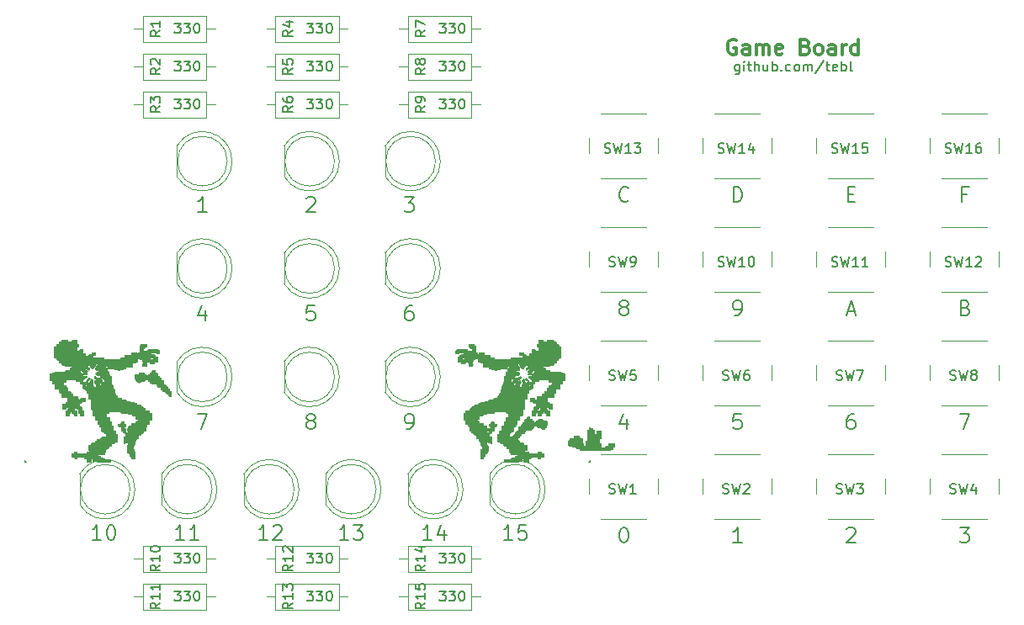
<source format=gto>
G04 #@! TF.FileFunction,Legend,Top*
%FSLAX46Y46*%
G04 Gerber Fmt 4.6, Leading zero omitted, Abs format (unit mm)*
G04 Created by KiCad (PCBNEW 4.0.7) date 02/09/20 21:40:42*
%MOMM*%
%LPD*%
G01*
G04 APERTURE LIST*
%ADD10C,0.100000*%
%ADD11C,0.150000*%
%ADD12C,0.300000*%
%ADD13C,0.120000*%
%ADD14C,0.010000*%
G04 APERTURE END LIST*
D10*
D11*
X169855238Y-87415714D02*
X169855238Y-88225238D01*
X169807619Y-88320476D01*
X169760000Y-88368095D01*
X169664761Y-88415714D01*
X169521904Y-88415714D01*
X169426666Y-88368095D01*
X169855238Y-88034762D02*
X169760000Y-88082381D01*
X169569523Y-88082381D01*
X169474285Y-88034762D01*
X169426666Y-87987143D01*
X169379047Y-87891905D01*
X169379047Y-87606190D01*
X169426666Y-87510952D01*
X169474285Y-87463333D01*
X169569523Y-87415714D01*
X169760000Y-87415714D01*
X169855238Y-87463333D01*
X170331428Y-88082381D02*
X170331428Y-87415714D01*
X170331428Y-87082381D02*
X170283809Y-87130000D01*
X170331428Y-87177619D01*
X170379047Y-87130000D01*
X170331428Y-87082381D01*
X170331428Y-87177619D01*
X170664761Y-87415714D02*
X171045713Y-87415714D01*
X170807618Y-87082381D02*
X170807618Y-87939524D01*
X170855237Y-88034762D01*
X170950475Y-88082381D01*
X171045713Y-88082381D01*
X171379047Y-88082381D02*
X171379047Y-87082381D01*
X171807619Y-88082381D02*
X171807619Y-87558571D01*
X171760000Y-87463333D01*
X171664762Y-87415714D01*
X171521904Y-87415714D01*
X171426666Y-87463333D01*
X171379047Y-87510952D01*
X172712381Y-87415714D02*
X172712381Y-88082381D01*
X172283809Y-87415714D02*
X172283809Y-87939524D01*
X172331428Y-88034762D01*
X172426666Y-88082381D01*
X172569524Y-88082381D01*
X172664762Y-88034762D01*
X172712381Y-87987143D01*
X173188571Y-88082381D02*
X173188571Y-87082381D01*
X173188571Y-87463333D02*
X173283809Y-87415714D01*
X173474286Y-87415714D01*
X173569524Y-87463333D01*
X173617143Y-87510952D01*
X173664762Y-87606190D01*
X173664762Y-87891905D01*
X173617143Y-87987143D01*
X173569524Y-88034762D01*
X173474286Y-88082381D01*
X173283809Y-88082381D01*
X173188571Y-88034762D01*
X174093333Y-87987143D02*
X174140952Y-88034762D01*
X174093333Y-88082381D01*
X174045714Y-88034762D01*
X174093333Y-87987143D01*
X174093333Y-88082381D01*
X174998095Y-88034762D02*
X174902857Y-88082381D01*
X174712380Y-88082381D01*
X174617142Y-88034762D01*
X174569523Y-87987143D01*
X174521904Y-87891905D01*
X174521904Y-87606190D01*
X174569523Y-87510952D01*
X174617142Y-87463333D01*
X174712380Y-87415714D01*
X174902857Y-87415714D01*
X174998095Y-87463333D01*
X175569523Y-88082381D02*
X175474285Y-88034762D01*
X175426666Y-87987143D01*
X175379047Y-87891905D01*
X175379047Y-87606190D01*
X175426666Y-87510952D01*
X175474285Y-87463333D01*
X175569523Y-87415714D01*
X175712381Y-87415714D01*
X175807619Y-87463333D01*
X175855238Y-87510952D01*
X175902857Y-87606190D01*
X175902857Y-87891905D01*
X175855238Y-87987143D01*
X175807619Y-88034762D01*
X175712381Y-88082381D01*
X175569523Y-88082381D01*
X176331428Y-88082381D02*
X176331428Y-87415714D01*
X176331428Y-87510952D02*
X176379047Y-87463333D01*
X176474285Y-87415714D01*
X176617143Y-87415714D01*
X176712381Y-87463333D01*
X176760000Y-87558571D01*
X176760000Y-88082381D01*
X176760000Y-87558571D02*
X176807619Y-87463333D01*
X176902857Y-87415714D01*
X177045714Y-87415714D01*
X177140952Y-87463333D01*
X177188571Y-87558571D01*
X177188571Y-88082381D01*
X178379047Y-87034762D02*
X177521904Y-88320476D01*
X178569523Y-87415714D02*
X178950475Y-87415714D01*
X178712380Y-87082381D02*
X178712380Y-87939524D01*
X178759999Y-88034762D01*
X178855237Y-88082381D01*
X178950475Y-88082381D01*
X179664762Y-88034762D02*
X179569524Y-88082381D01*
X179379047Y-88082381D01*
X179283809Y-88034762D01*
X179236190Y-87939524D01*
X179236190Y-87558571D01*
X179283809Y-87463333D01*
X179379047Y-87415714D01*
X179569524Y-87415714D01*
X179664762Y-87463333D01*
X179712381Y-87558571D01*
X179712381Y-87653810D01*
X179236190Y-87749048D01*
X180140952Y-88082381D02*
X180140952Y-87082381D01*
X180140952Y-87463333D02*
X180236190Y-87415714D01*
X180426667Y-87415714D01*
X180521905Y-87463333D01*
X180569524Y-87510952D01*
X180617143Y-87606190D01*
X180617143Y-87891905D01*
X180569524Y-87987143D01*
X180521905Y-88034762D01*
X180426667Y-88082381D01*
X180236190Y-88082381D01*
X180140952Y-88034762D01*
X181188571Y-88082381D02*
X181093333Y-88034762D01*
X181045714Y-87939524D01*
X181045714Y-87082381D01*
D12*
X169510000Y-84975000D02*
X169367143Y-84903571D01*
X169152857Y-84903571D01*
X168938572Y-84975000D01*
X168795714Y-85117857D01*
X168724286Y-85260714D01*
X168652857Y-85546429D01*
X168652857Y-85760714D01*
X168724286Y-86046429D01*
X168795714Y-86189286D01*
X168938572Y-86332143D01*
X169152857Y-86403571D01*
X169295714Y-86403571D01*
X169510000Y-86332143D01*
X169581429Y-86260714D01*
X169581429Y-85760714D01*
X169295714Y-85760714D01*
X170867143Y-86403571D02*
X170867143Y-85617857D01*
X170795714Y-85475000D01*
X170652857Y-85403571D01*
X170367143Y-85403571D01*
X170224286Y-85475000D01*
X170867143Y-86332143D02*
X170724286Y-86403571D01*
X170367143Y-86403571D01*
X170224286Y-86332143D01*
X170152857Y-86189286D01*
X170152857Y-86046429D01*
X170224286Y-85903571D01*
X170367143Y-85832143D01*
X170724286Y-85832143D01*
X170867143Y-85760714D01*
X171581429Y-86403571D02*
X171581429Y-85403571D01*
X171581429Y-85546429D02*
X171652857Y-85475000D01*
X171795715Y-85403571D01*
X172010000Y-85403571D01*
X172152857Y-85475000D01*
X172224286Y-85617857D01*
X172224286Y-86403571D01*
X172224286Y-85617857D02*
X172295715Y-85475000D01*
X172438572Y-85403571D01*
X172652857Y-85403571D01*
X172795715Y-85475000D01*
X172867143Y-85617857D01*
X172867143Y-86403571D01*
X174152857Y-86332143D02*
X174010000Y-86403571D01*
X173724286Y-86403571D01*
X173581429Y-86332143D01*
X173510000Y-86189286D01*
X173510000Y-85617857D01*
X173581429Y-85475000D01*
X173724286Y-85403571D01*
X174010000Y-85403571D01*
X174152857Y-85475000D01*
X174224286Y-85617857D01*
X174224286Y-85760714D01*
X173510000Y-85903571D01*
X176510000Y-85617857D02*
X176724286Y-85689286D01*
X176795714Y-85760714D01*
X176867143Y-85903571D01*
X176867143Y-86117857D01*
X176795714Y-86260714D01*
X176724286Y-86332143D01*
X176581428Y-86403571D01*
X176010000Y-86403571D01*
X176010000Y-84903571D01*
X176510000Y-84903571D01*
X176652857Y-84975000D01*
X176724286Y-85046429D01*
X176795714Y-85189286D01*
X176795714Y-85332143D01*
X176724286Y-85475000D01*
X176652857Y-85546429D01*
X176510000Y-85617857D01*
X176010000Y-85617857D01*
X177724286Y-86403571D02*
X177581428Y-86332143D01*
X177510000Y-86260714D01*
X177438571Y-86117857D01*
X177438571Y-85689286D01*
X177510000Y-85546429D01*
X177581428Y-85475000D01*
X177724286Y-85403571D01*
X177938571Y-85403571D01*
X178081428Y-85475000D01*
X178152857Y-85546429D01*
X178224286Y-85689286D01*
X178224286Y-86117857D01*
X178152857Y-86260714D01*
X178081428Y-86332143D01*
X177938571Y-86403571D01*
X177724286Y-86403571D01*
X179510000Y-86403571D02*
X179510000Y-85617857D01*
X179438571Y-85475000D01*
X179295714Y-85403571D01*
X179010000Y-85403571D01*
X178867143Y-85475000D01*
X179510000Y-86332143D02*
X179367143Y-86403571D01*
X179010000Y-86403571D01*
X178867143Y-86332143D01*
X178795714Y-86189286D01*
X178795714Y-86046429D01*
X178867143Y-85903571D01*
X179010000Y-85832143D01*
X179367143Y-85832143D01*
X179510000Y-85760714D01*
X180224286Y-86403571D02*
X180224286Y-85403571D01*
X180224286Y-85689286D02*
X180295714Y-85546429D01*
X180367143Y-85475000D01*
X180510000Y-85403571D01*
X180652857Y-85403571D01*
X181795714Y-86403571D02*
X181795714Y-84903571D01*
X181795714Y-86332143D02*
X181652857Y-86403571D01*
X181367143Y-86403571D01*
X181224285Y-86332143D01*
X181152857Y-86260714D01*
X181081428Y-86117857D01*
X181081428Y-85689286D01*
X181152857Y-85546429D01*
X181224285Y-85475000D01*
X181367143Y-85403571D01*
X181652857Y-85403571D01*
X181795714Y-85475000D01*
D11*
X158706286Y-101119714D02*
X158634857Y-101191143D01*
X158420571Y-101262571D01*
X158277714Y-101262571D01*
X158063429Y-101191143D01*
X157920571Y-101048286D01*
X157849143Y-100905429D01*
X157777714Y-100619714D01*
X157777714Y-100405429D01*
X157849143Y-100119714D01*
X157920571Y-99976857D01*
X158063429Y-99834000D01*
X158277714Y-99762571D01*
X158420571Y-99762571D01*
X158634857Y-99834000D01*
X158706286Y-99905429D01*
X169279143Y-101262571D02*
X169279143Y-99762571D01*
X169636286Y-99762571D01*
X169850571Y-99834000D01*
X169993429Y-99976857D01*
X170064857Y-100119714D01*
X170136286Y-100405429D01*
X170136286Y-100619714D01*
X170064857Y-100905429D01*
X169993429Y-101048286D01*
X169850571Y-101191143D01*
X169636286Y-101262571D01*
X169279143Y-101262571D01*
X180780572Y-100476857D02*
X181280572Y-100476857D01*
X181494858Y-101262571D02*
X180780572Y-101262571D01*
X180780572Y-99762571D01*
X181494858Y-99762571D01*
X192746286Y-100476857D02*
X192246286Y-100476857D01*
X192246286Y-101262571D02*
X192246286Y-99762571D01*
X192960572Y-99762571D01*
X192639143Y-111906857D02*
X192853429Y-111978286D01*
X192924857Y-112049714D01*
X192996286Y-112192571D01*
X192996286Y-112406857D01*
X192924857Y-112549714D01*
X192853429Y-112621143D01*
X192710571Y-112692571D01*
X192139143Y-112692571D01*
X192139143Y-111192571D01*
X192639143Y-111192571D01*
X192782000Y-111264000D01*
X192853429Y-111335429D01*
X192924857Y-111478286D01*
X192924857Y-111621143D01*
X192853429Y-111764000D01*
X192782000Y-111835429D01*
X192639143Y-111906857D01*
X192139143Y-111906857D01*
X180744857Y-112264000D02*
X181459143Y-112264000D01*
X180602000Y-112692571D02*
X181102000Y-111192571D01*
X181602000Y-112692571D01*
X169386286Y-112692571D02*
X169672001Y-112692571D01*
X169814858Y-112621143D01*
X169886286Y-112549714D01*
X170029144Y-112335429D01*
X170100572Y-112049714D01*
X170100572Y-111478286D01*
X170029144Y-111335429D01*
X169957715Y-111264000D01*
X169814858Y-111192571D01*
X169529144Y-111192571D01*
X169386286Y-111264000D01*
X169314858Y-111335429D01*
X169243429Y-111478286D01*
X169243429Y-111835429D01*
X169314858Y-111978286D01*
X169386286Y-112049714D01*
X169529144Y-112121143D01*
X169814858Y-112121143D01*
X169957715Y-112049714D01*
X170029144Y-111978286D01*
X170100572Y-111835429D01*
X158099144Y-111835429D02*
X157956286Y-111764000D01*
X157884858Y-111692571D01*
X157813429Y-111549714D01*
X157813429Y-111478286D01*
X157884858Y-111335429D01*
X157956286Y-111264000D01*
X158099144Y-111192571D01*
X158384858Y-111192571D01*
X158527715Y-111264000D01*
X158599144Y-111335429D01*
X158670572Y-111478286D01*
X158670572Y-111549714D01*
X158599144Y-111692571D01*
X158527715Y-111764000D01*
X158384858Y-111835429D01*
X158099144Y-111835429D01*
X157956286Y-111906857D01*
X157884858Y-111978286D01*
X157813429Y-112121143D01*
X157813429Y-112406857D01*
X157884858Y-112549714D01*
X157956286Y-112621143D01*
X158099144Y-112692571D01*
X158384858Y-112692571D01*
X158527715Y-112621143D01*
X158599144Y-112549714D01*
X158670572Y-112406857D01*
X158670572Y-112121143D01*
X158599144Y-111978286D01*
X158527715Y-111906857D01*
X158384858Y-111835429D01*
X158527715Y-123122571D02*
X158527715Y-124122571D01*
X158170572Y-122551143D02*
X157813429Y-123622571D01*
X158742001Y-123622571D01*
X170029144Y-122622571D02*
X169314858Y-122622571D01*
X169243429Y-123336857D01*
X169314858Y-123265429D01*
X169457715Y-123194000D01*
X169814858Y-123194000D01*
X169957715Y-123265429D01*
X170029144Y-123336857D01*
X170100572Y-123479714D01*
X170100572Y-123836857D01*
X170029144Y-123979714D01*
X169957715Y-124051143D01*
X169814858Y-124122571D01*
X169457715Y-124122571D01*
X169314858Y-124051143D01*
X169243429Y-123979714D01*
X181387715Y-122622571D02*
X181102001Y-122622571D01*
X180959144Y-122694000D01*
X180887715Y-122765429D01*
X180744858Y-122979714D01*
X180673429Y-123265429D01*
X180673429Y-123836857D01*
X180744858Y-123979714D01*
X180816286Y-124051143D01*
X180959144Y-124122571D01*
X181244858Y-124122571D01*
X181387715Y-124051143D01*
X181459144Y-123979714D01*
X181530572Y-123836857D01*
X181530572Y-123479714D01*
X181459144Y-123336857D01*
X181387715Y-123265429D01*
X181244858Y-123194000D01*
X180959144Y-123194000D01*
X180816286Y-123265429D01*
X180744858Y-123336857D01*
X180673429Y-123479714D01*
X192032001Y-122622571D02*
X193032001Y-122622571D01*
X192389144Y-124122571D01*
X192032001Y-134052571D02*
X192960572Y-134052571D01*
X192460572Y-134624000D01*
X192674858Y-134624000D01*
X192817715Y-134695429D01*
X192889144Y-134766857D01*
X192960572Y-134909714D01*
X192960572Y-135266857D01*
X192889144Y-135409714D01*
X192817715Y-135481143D01*
X192674858Y-135552571D01*
X192246286Y-135552571D01*
X192103429Y-135481143D01*
X192032001Y-135409714D01*
X180673429Y-134195429D02*
X180744858Y-134124000D01*
X180887715Y-134052571D01*
X181244858Y-134052571D01*
X181387715Y-134124000D01*
X181459144Y-134195429D01*
X181530572Y-134338286D01*
X181530572Y-134481143D01*
X181459144Y-134695429D01*
X180602001Y-135552571D01*
X181530572Y-135552571D01*
X170100572Y-135552571D02*
X169243429Y-135552571D01*
X169672001Y-135552571D02*
X169672001Y-134052571D01*
X169529144Y-134266857D01*
X169386286Y-134409714D01*
X169243429Y-134481143D01*
X158170572Y-134052571D02*
X158313429Y-134052571D01*
X158456286Y-134124000D01*
X158527715Y-134195429D01*
X158599144Y-134338286D01*
X158670572Y-134624000D01*
X158670572Y-134981143D01*
X158599144Y-135266857D01*
X158527715Y-135409714D01*
X158456286Y-135481143D01*
X158313429Y-135552571D01*
X158170572Y-135552571D01*
X158027715Y-135481143D01*
X157956286Y-135409714D01*
X157884858Y-135266857D01*
X157813429Y-134981143D01*
X157813429Y-134624000D01*
X157884858Y-134338286D01*
X157956286Y-134195429D01*
X158027715Y-134124000D01*
X158170572Y-134052571D01*
X136366286Y-124122571D02*
X136652001Y-124122571D01*
X136794858Y-124051143D01*
X136866286Y-123979714D01*
X137009144Y-123765429D01*
X137080572Y-123479714D01*
X137080572Y-122908286D01*
X137009144Y-122765429D01*
X136937715Y-122694000D01*
X136794858Y-122622571D01*
X136509144Y-122622571D01*
X136366286Y-122694000D01*
X136294858Y-122765429D01*
X136223429Y-122908286D01*
X136223429Y-123265429D01*
X136294858Y-123408286D01*
X136366286Y-123479714D01*
X136509144Y-123551143D01*
X136794858Y-123551143D01*
X136937715Y-123479714D01*
X137009144Y-123408286D01*
X137080572Y-123265429D01*
X126603144Y-123265429D02*
X126460286Y-123194000D01*
X126388858Y-123122571D01*
X126317429Y-122979714D01*
X126317429Y-122908286D01*
X126388858Y-122765429D01*
X126460286Y-122694000D01*
X126603144Y-122622571D01*
X126888858Y-122622571D01*
X127031715Y-122694000D01*
X127103144Y-122765429D01*
X127174572Y-122908286D01*
X127174572Y-122979714D01*
X127103144Y-123122571D01*
X127031715Y-123194000D01*
X126888858Y-123265429D01*
X126603144Y-123265429D01*
X126460286Y-123336857D01*
X126388858Y-123408286D01*
X126317429Y-123551143D01*
X126317429Y-123836857D01*
X126388858Y-123979714D01*
X126460286Y-124051143D01*
X126603144Y-124122571D01*
X126888858Y-124122571D01*
X127031715Y-124051143D01*
X127103144Y-123979714D01*
X127174572Y-123836857D01*
X127174572Y-123551143D01*
X127103144Y-123408286D01*
X127031715Y-123336857D01*
X126888858Y-123265429D01*
X115324001Y-122622571D02*
X116324001Y-122622571D01*
X115681144Y-124122571D01*
X136937715Y-111700571D02*
X136652001Y-111700571D01*
X136509144Y-111772000D01*
X136437715Y-111843429D01*
X136294858Y-112057714D01*
X136223429Y-112343429D01*
X136223429Y-112914857D01*
X136294858Y-113057714D01*
X136366286Y-113129143D01*
X136509144Y-113200571D01*
X136794858Y-113200571D01*
X136937715Y-113129143D01*
X137009144Y-113057714D01*
X137080572Y-112914857D01*
X137080572Y-112557714D01*
X137009144Y-112414857D01*
X136937715Y-112343429D01*
X136794858Y-112272000D01*
X136509144Y-112272000D01*
X136366286Y-112343429D01*
X136294858Y-112414857D01*
X136223429Y-112557714D01*
X127103144Y-111700571D02*
X126388858Y-111700571D01*
X126317429Y-112414857D01*
X126388858Y-112343429D01*
X126531715Y-112272000D01*
X126888858Y-112272000D01*
X127031715Y-112343429D01*
X127103144Y-112414857D01*
X127174572Y-112557714D01*
X127174572Y-112914857D01*
X127103144Y-113057714D01*
X127031715Y-113129143D01*
X126888858Y-113200571D01*
X126531715Y-113200571D01*
X126388858Y-113129143D01*
X126317429Y-113057714D01*
X116109715Y-112200571D02*
X116109715Y-113200571D01*
X115752572Y-111629143D02*
X115395429Y-112700571D01*
X116324001Y-112700571D01*
X105632286Y-135298571D02*
X104775143Y-135298571D01*
X105203715Y-135298571D02*
X105203715Y-133798571D01*
X105060858Y-134012857D01*
X104918000Y-134155714D01*
X104775143Y-134227143D01*
X106560857Y-133798571D02*
X106703714Y-133798571D01*
X106846571Y-133870000D01*
X106918000Y-133941429D01*
X106989429Y-134084286D01*
X107060857Y-134370000D01*
X107060857Y-134727143D01*
X106989429Y-135012857D01*
X106918000Y-135155714D01*
X106846571Y-135227143D01*
X106703714Y-135298571D01*
X106560857Y-135298571D01*
X106418000Y-135227143D01*
X106346571Y-135155714D01*
X106275143Y-135012857D01*
X106203714Y-134727143D01*
X106203714Y-134370000D01*
X106275143Y-134084286D01*
X106346571Y-133941429D01*
X106418000Y-133870000D01*
X106560857Y-133798571D01*
X114014286Y-135298571D02*
X113157143Y-135298571D01*
X113585715Y-135298571D02*
X113585715Y-133798571D01*
X113442858Y-134012857D01*
X113300000Y-134155714D01*
X113157143Y-134227143D01*
X115442857Y-135298571D02*
X114585714Y-135298571D01*
X115014286Y-135298571D02*
X115014286Y-133798571D01*
X114871429Y-134012857D01*
X114728571Y-134155714D01*
X114585714Y-134227143D01*
X122396286Y-135298571D02*
X121539143Y-135298571D01*
X121967715Y-135298571D02*
X121967715Y-133798571D01*
X121824858Y-134012857D01*
X121682000Y-134155714D01*
X121539143Y-134227143D01*
X122967714Y-133941429D02*
X123039143Y-133870000D01*
X123182000Y-133798571D01*
X123539143Y-133798571D01*
X123682000Y-133870000D01*
X123753429Y-133941429D01*
X123824857Y-134084286D01*
X123824857Y-134227143D01*
X123753429Y-134441429D01*
X122896286Y-135298571D01*
X123824857Y-135298571D01*
X130524286Y-135298571D02*
X129667143Y-135298571D01*
X130095715Y-135298571D02*
X130095715Y-133798571D01*
X129952858Y-134012857D01*
X129810000Y-134155714D01*
X129667143Y-134227143D01*
X131024286Y-133798571D02*
X131952857Y-133798571D01*
X131452857Y-134370000D01*
X131667143Y-134370000D01*
X131810000Y-134441429D01*
X131881429Y-134512857D01*
X131952857Y-134655714D01*
X131952857Y-135012857D01*
X131881429Y-135155714D01*
X131810000Y-135227143D01*
X131667143Y-135298571D01*
X131238571Y-135298571D01*
X131095714Y-135227143D01*
X131024286Y-135155714D01*
X147034286Y-135298571D02*
X146177143Y-135298571D01*
X146605715Y-135298571D02*
X146605715Y-133798571D01*
X146462858Y-134012857D01*
X146320000Y-134155714D01*
X146177143Y-134227143D01*
X148391429Y-133798571D02*
X147677143Y-133798571D01*
X147605714Y-134512857D01*
X147677143Y-134441429D01*
X147820000Y-134370000D01*
X148177143Y-134370000D01*
X148320000Y-134441429D01*
X148391429Y-134512857D01*
X148462857Y-134655714D01*
X148462857Y-135012857D01*
X148391429Y-135155714D01*
X148320000Y-135227143D01*
X148177143Y-135298571D01*
X147820000Y-135298571D01*
X147677143Y-135227143D01*
X147605714Y-135155714D01*
X138906286Y-135298571D02*
X138049143Y-135298571D01*
X138477715Y-135298571D02*
X138477715Y-133798571D01*
X138334858Y-134012857D01*
X138192000Y-134155714D01*
X138049143Y-134227143D01*
X140192000Y-134298571D02*
X140192000Y-135298571D01*
X139834857Y-133727143D02*
X139477714Y-134798571D01*
X140406286Y-134798571D01*
X136152001Y-100778571D02*
X137080572Y-100778571D01*
X136580572Y-101350000D01*
X136794858Y-101350000D01*
X136937715Y-101421429D01*
X137009144Y-101492857D01*
X137080572Y-101635714D01*
X137080572Y-101992857D01*
X137009144Y-102135714D01*
X136937715Y-102207143D01*
X136794858Y-102278571D01*
X136366286Y-102278571D01*
X136223429Y-102207143D01*
X136152001Y-102135714D01*
X126317429Y-100921429D02*
X126388858Y-100850000D01*
X126531715Y-100778571D01*
X126888858Y-100778571D01*
X127031715Y-100850000D01*
X127103144Y-100921429D01*
X127174572Y-101064286D01*
X127174572Y-101207143D01*
X127103144Y-101421429D01*
X126246001Y-102278571D01*
X127174572Y-102278571D01*
X116252572Y-102278571D02*
X115395429Y-102278571D01*
X115824001Y-102278571D02*
X115824001Y-100778571D01*
X115681144Y-100992857D01*
X115538286Y-101135714D01*
X115395429Y-101207143D01*
D13*
X118814000Y-97155462D02*
G75*
G03X113264000Y-95610170I-2990000J462D01*
G01*
X118814000Y-97154538D02*
G75*
G02X113264000Y-98699830I-2990000J-462D01*
G01*
X118324000Y-97155000D02*
G75*
G03X118324000Y-97155000I-2500000J0D01*
G01*
X113264000Y-95610000D02*
X113264000Y-98700000D01*
X129609000Y-97155462D02*
G75*
G03X124059000Y-95610170I-2990000J462D01*
G01*
X129609000Y-97154538D02*
G75*
G02X124059000Y-98699830I-2990000J-462D01*
G01*
X129119000Y-97155000D02*
G75*
G03X129119000Y-97155000I-2500000J0D01*
G01*
X124059000Y-95610000D02*
X124059000Y-98700000D01*
X139769000Y-97155462D02*
G75*
G03X134219000Y-95610170I-2990000J462D01*
G01*
X139769000Y-97154538D02*
G75*
G02X134219000Y-98699830I-2990000J-462D01*
G01*
X139279000Y-97155000D02*
G75*
G03X139279000Y-97155000I-2500000J0D01*
G01*
X134219000Y-95610000D02*
X134219000Y-98700000D01*
X118814000Y-107950462D02*
G75*
G03X113264000Y-106405170I-2990000J462D01*
G01*
X118814000Y-107949538D02*
G75*
G02X113264000Y-109494830I-2990000J-462D01*
G01*
X118324000Y-107950000D02*
G75*
G03X118324000Y-107950000I-2500000J0D01*
G01*
X113264000Y-106405000D02*
X113264000Y-109495000D01*
X129609000Y-107950462D02*
G75*
G03X124059000Y-106405170I-2990000J462D01*
G01*
X129609000Y-107949538D02*
G75*
G02X124059000Y-109494830I-2990000J-462D01*
G01*
X129119000Y-107950000D02*
G75*
G03X129119000Y-107950000I-2500000J0D01*
G01*
X124059000Y-106405000D02*
X124059000Y-109495000D01*
X139769000Y-107950462D02*
G75*
G03X134219000Y-106405170I-2990000J462D01*
G01*
X139769000Y-107949538D02*
G75*
G02X134219000Y-109494830I-2990000J-462D01*
G01*
X139279000Y-107950000D02*
G75*
G03X139279000Y-107950000I-2500000J0D01*
G01*
X134219000Y-106405000D02*
X134219000Y-109495000D01*
X118814000Y-118872462D02*
G75*
G03X113264000Y-117327170I-2990000J462D01*
G01*
X118814000Y-118871538D02*
G75*
G02X113264000Y-120416830I-2990000J-462D01*
G01*
X118324000Y-118872000D02*
G75*
G03X118324000Y-118872000I-2500000J0D01*
G01*
X113264000Y-117327000D02*
X113264000Y-120417000D01*
X129609000Y-118872462D02*
G75*
G03X124059000Y-117327170I-2990000J462D01*
G01*
X129609000Y-118871538D02*
G75*
G02X124059000Y-120416830I-2990000J-462D01*
G01*
X129119000Y-118872000D02*
G75*
G03X129119000Y-118872000I-2500000J0D01*
G01*
X124059000Y-117327000D02*
X124059000Y-120417000D01*
X139769000Y-118872462D02*
G75*
G03X134219000Y-117327170I-2990000J462D01*
G01*
X139769000Y-118871538D02*
G75*
G02X134219000Y-120416830I-2990000J-462D01*
G01*
X139279000Y-118872000D02*
G75*
G03X139279000Y-118872000I-2500000J0D01*
G01*
X134219000Y-117327000D02*
X134219000Y-120417000D01*
X109035000Y-130175462D02*
G75*
G03X103485000Y-128630170I-2990000J462D01*
G01*
X109035000Y-130174538D02*
G75*
G02X103485000Y-131719830I-2990000J-462D01*
G01*
X108545000Y-130175000D02*
G75*
G03X108545000Y-130175000I-2500000J0D01*
G01*
X103485000Y-128630000D02*
X103485000Y-131720000D01*
X117290000Y-130175462D02*
G75*
G03X111740000Y-128630170I-2990000J462D01*
G01*
X117290000Y-130174538D02*
G75*
G02X111740000Y-131719830I-2990000J-462D01*
G01*
X116800000Y-130175000D02*
G75*
G03X116800000Y-130175000I-2500000J0D01*
G01*
X111740000Y-128630000D02*
X111740000Y-131720000D01*
X125545000Y-130175462D02*
G75*
G03X119995000Y-128630170I-2990000J462D01*
G01*
X125545000Y-130174538D02*
G75*
G02X119995000Y-131719830I-2990000J-462D01*
G01*
X125055000Y-130175000D02*
G75*
G03X125055000Y-130175000I-2500000J0D01*
G01*
X119995000Y-128630000D02*
X119995000Y-131720000D01*
X133800000Y-130175462D02*
G75*
G03X128250000Y-128630170I-2990000J462D01*
G01*
X133800000Y-130174538D02*
G75*
G02X128250000Y-131719830I-2990000J-462D01*
G01*
X133310000Y-130175000D02*
G75*
G03X133310000Y-130175000I-2500000J0D01*
G01*
X128250000Y-128630000D02*
X128250000Y-131720000D01*
X142055000Y-130175462D02*
G75*
G03X136505000Y-128630170I-2990000J462D01*
G01*
X142055000Y-130174538D02*
G75*
G02X136505000Y-131719830I-2990000J-462D01*
G01*
X141565000Y-130175000D02*
G75*
G03X141565000Y-130175000I-2500000J0D01*
G01*
X136505000Y-128630000D02*
X136505000Y-131720000D01*
X150310000Y-130175462D02*
G75*
G03X144760000Y-128630170I-2990000J462D01*
G01*
X150310000Y-130174538D02*
G75*
G02X144760000Y-131719830I-2990000J-462D01*
G01*
X149820000Y-130175000D02*
G75*
G03X149820000Y-130175000I-2500000J0D01*
G01*
X144760000Y-128630000D02*
X144760000Y-131720000D01*
X155940000Y-133135000D02*
X160440000Y-133135000D01*
X154690000Y-129135000D02*
X154690000Y-130635000D01*
X160440000Y-126635000D02*
X155940000Y-126635000D01*
X161690000Y-130635000D02*
X161690000Y-129135000D01*
X167370000Y-133135000D02*
X171870000Y-133135000D01*
X166120000Y-129135000D02*
X166120000Y-130635000D01*
X171870000Y-126635000D02*
X167370000Y-126635000D01*
X173120000Y-130635000D02*
X173120000Y-129135000D01*
X178800000Y-133135000D02*
X183300000Y-133135000D01*
X177550000Y-129135000D02*
X177550000Y-130635000D01*
X183300000Y-126635000D02*
X178800000Y-126635000D01*
X184550000Y-130635000D02*
X184550000Y-129135000D01*
X190230000Y-133135000D02*
X194730000Y-133135000D01*
X188980000Y-129135000D02*
X188980000Y-130635000D01*
X194730000Y-126635000D02*
X190230000Y-126635000D01*
X195980000Y-130635000D02*
X195980000Y-129135000D01*
X155940000Y-121705000D02*
X160440000Y-121705000D01*
X154690000Y-117705000D02*
X154690000Y-119205000D01*
X160440000Y-115205000D02*
X155940000Y-115205000D01*
X161690000Y-119205000D02*
X161690000Y-117705000D01*
X167370000Y-121705000D02*
X171870000Y-121705000D01*
X166120000Y-117705000D02*
X166120000Y-119205000D01*
X171870000Y-115205000D02*
X167370000Y-115205000D01*
X173120000Y-119205000D02*
X173120000Y-117705000D01*
X178800000Y-121705000D02*
X183300000Y-121705000D01*
X177550000Y-117705000D02*
X177550000Y-119205000D01*
X183300000Y-115205000D02*
X178800000Y-115205000D01*
X184550000Y-119205000D02*
X184550000Y-117705000D01*
X190230000Y-121705000D02*
X194730000Y-121705000D01*
X188980000Y-117705000D02*
X188980000Y-119205000D01*
X194730000Y-115205000D02*
X190230000Y-115205000D01*
X195980000Y-119205000D02*
X195980000Y-117705000D01*
X155940000Y-110275000D02*
X160440000Y-110275000D01*
X154690000Y-106275000D02*
X154690000Y-107775000D01*
X160440000Y-103775000D02*
X155940000Y-103775000D01*
X161690000Y-107775000D02*
X161690000Y-106275000D01*
X167370000Y-110275000D02*
X171870000Y-110275000D01*
X166120000Y-106275000D02*
X166120000Y-107775000D01*
X171870000Y-103775000D02*
X167370000Y-103775000D01*
X173120000Y-107775000D02*
X173120000Y-106275000D01*
X178800000Y-110275000D02*
X183300000Y-110275000D01*
X177550000Y-106275000D02*
X177550000Y-107775000D01*
X183300000Y-103775000D02*
X178800000Y-103775000D01*
X184550000Y-107775000D02*
X184550000Y-106275000D01*
X190230000Y-110275000D02*
X194730000Y-110275000D01*
X188980000Y-106275000D02*
X188980000Y-107775000D01*
X194730000Y-103775000D02*
X190230000Y-103775000D01*
X195980000Y-107775000D02*
X195980000Y-106275000D01*
X155940000Y-98845000D02*
X160440000Y-98845000D01*
X154690000Y-94845000D02*
X154690000Y-96345000D01*
X160440000Y-92345000D02*
X155940000Y-92345000D01*
X161690000Y-96345000D02*
X161690000Y-94845000D01*
X167370000Y-98845000D02*
X171870000Y-98845000D01*
X166120000Y-94845000D02*
X166120000Y-96345000D01*
X171870000Y-92345000D02*
X167370000Y-92345000D01*
X173120000Y-96345000D02*
X173120000Y-94845000D01*
X178800000Y-98845000D02*
X183300000Y-98845000D01*
X177550000Y-94845000D02*
X177550000Y-96345000D01*
X183300000Y-92345000D02*
X178800000Y-92345000D01*
X184550000Y-96345000D02*
X184550000Y-94845000D01*
X190230000Y-98845000D02*
X194730000Y-98845000D01*
X188980000Y-94845000D02*
X188980000Y-96345000D01*
X194730000Y-92345000D02*
X190230000Y-92345000D01*
X195980000Y-96345000D02*
X195980000Y-94845000D01*
X109820000Y-82510000D02*
X109820000Y-85130000D01*
X109820000Y-85130000D02*
X116240000Y-85130000D01*
X116240000Y-85130000D02*
X116240000Y-82510000D01*
X116240000Y-82510000D02*
X109820000Y-82510000D01*
X108930000Y-83820000D02*
X109820000Y-83820000D01*
X117130000Y-83820000D02*
X116240000Y-83820000D01*
X109820000Y-86320000D02*
X109820000Y-88940000D01*
X109820000Y-88940000D02*
X116240000Y-88940000D01*
X116240000Y-88940000D02*
X116240000Y-86320000D01*
X116240000Y-86320000D02*
X109820000Y-86320000D01*
X108930000Y-87630000D02*
X109820000Y-87630000D01*
X117130000Y-87630000D02*
X116240000Y-87630000D01*
X109820000Y-90130000D02*
X109820000Y-92750000D01*
X109820000Y-92750000D02*
X116240000Y-92750000D01*
X116240000Y-92750000D02*
X116240000Y-90130000D01*
X116240000Y-90130000D02*
X109820000Y-90130000D01*
X108930000Y-91440000D02*
X109820000Y-91440000D01*
X117130000Y-91440000D02*
X116240000Y-91440000D01*
X123155000Y-82510000D02*
X123155000Y-85130000D01*
X123155000Y-85130000D02*
X129575000Y-85130000D01*
X129575000Y-85130000D02*
X129575000Y-82510000D01*
X129575000Y-82510000D02*
X123155000Y-82510000D01*
X122265000Y-83820000D02*
X123155000Y-83820000D01*
X130465000Y-83820000D02*
X129575000Y-83820000D01*
X123155000Y-86320000D02*
X123155000Y-88940000D01*
X123155000Y-88940000D02*
X129575000Y-88940000D01*
X129575000Y-88940000D02*
X129575000Y-86320000D01*
X129575000Y-86320000D02*
X123155000Y-86320000D01*
X122265000Y-87630000D02*
X123155000Y-87630000D01*
X130465000Y-87630000D02*
X129575000Y-87630000D01*
X123155000Y-90130000D02*
X123155000Y-92750000D01*
X123155000Y-92750000D02*
X129575000Y-92750000D01*
X129575000Y-92750000D02*
X129575000Y-90130000D01*
X129575000Y-90130000D02*
X123155000Y-90130000D01*
X122265000Y-91440000D02*
X123155000Y-91440000D01*
X130465000Y-91440000D02*
X129575000Y-91440000D01*
X136490000Y-82510000D02*
X136490000Y-85130000D01*
X136490000Y-85130000D02*
X142910000Y-85130000D01*
X142910000Y-85130000D02*
X142910000Y-82510000D01*
X142910000Y-82510000D02*
X136490000Y-82510000D01*
X135600000Y-83820000D02*
X136490000Y-83820000D01*
X143800000Y-83820000D02*
X142910000Y-83820000D01*
X136490000Y-86320000D02*
X136490000Y-88940000D01*
X136490000Y-88940000D02*
X142910000Y-88940000D01*
X142910000Y-88940000D02*
X142910000Y-86320000D01*
X142910000Y-86320000D02*
X136490000Y-86320000D01*
X135600000Y-87630000D02*
X136490000Y-87630000D01*
X143800000Y-87630000D02*
X142910000Y-87630000D01*
X136490000Y-90130000D02*
X136490000Y-92750000D01*
X136490000Y-92750000D02*
X142910000Y-92750000D01*
X142910000Y-92750000D02*
X142910000Y-90130000D01*
X142910000Y-90130000D02*
X136490000Y-90130000D01*
X135600000Y-91440000D02*
X136490000Y-91440000D01*
X143800000Y-91440000D02*
X142910000Y-91440000D01*
X109820000Y-135850000D02*
X109820000Y-138470000D01*
X109820000Y-138470000D02*
X116240000Y-138470000D01*
X116240000Y-138470000D02*
X116240000Y-135850000D01*
X116240000Y-135850000D02*
X109820000Y-135850000D01*
X108930000Y-137160000D02*
X109820000Y-137160000D01*
X117130000Y-137160000D02*
X116240000Y-137160000D01*
X109820000Y-139660000D02*
X109820000Y-142280000D01*
X109820000Y-142280000D02*
X116240000Y-142280000D01*
X116240000Y-142280000D02*
X116240000Y-139660000D01*
X116240000Y-139660000D02*
X109820000Y-139660000D01*
X108930000Y-140970000D02*
X109820000Y-140970000D01*
X117130000Y-140970000D02*
X116240000Y-140970000D01*
X123155000Y-135850000D02*
X123155000Y-138470000D01*
X123155000Y-138470000D02*
X129575000Y-138470000D01*
X129575000Y-138470000D02*
X129575000Y-135850000D01*
X129575000Y-135850000D02*
X123155000Y-135850000D01*
X122265000Y-137160000D02*
X123155000Y-137160000D01*
X130465000Y-137160000D02*
X129575000Y-137160000D01*
X123155000Y-139660000D02*
X123155000Y-142280000D01*
X123155000Y-142280000D02*
X129575000Y-142280000D01*
X129575000Y-142280000D02*
X129575000Y-139660000D01*
X129575000Y-139660000D02*
X123155000Y-139660000D01*
X122265000Y-140970000D02*
X123155000Y-140970000D01*
X130465000Y-140970000D02*
X129575000Y-140970000D01*
X136490000Y-135850000D02*
X136490000Y-138470000D01*
X136490000Y-138470000D02*
X142910000Y-138470000D01*
X142910000Y-138470000D02*
X142910000Y-135850000D01*
X142910000Y-135850000D02*
X136490000Y-135850000D01*
X135600000Y-137160000D02*
X136490000Y-137160000D01*
X143800000Y-137160000D02*
X142910000Y-137160000D01*
X136490000Y-139660000D02*
X136490000Y-142280000D01*
X136490000Y-142280000D02*
X142910000Y-142280000D01*
X142910000Y-142280000D02*
X142910000Y-139660000D01*
X142910000Y-139660000D02*
X136490000Y-139660000D01*
X135600000Y-140970000D02*
X136490000Y-140970000D01*
X143800000Y-140970000D02*
X142910000Y-140970000D01*
D14*
G36*
X97924937Y-127256645D02*
X97949217Y-127286963D01*
X97998825Y-127344642D01*
X98009846Y-127357187D01*
X98086818Y-127444500D01*
X98001909Y-127444500D01*
X97942604Y-127435928D01*
X97919916Y-127397211D01*
X97917000Y-127343958D01*
X97919134Y-127279100D01*
X97924332Y-127255928D01*
X97924937Y-127256645D01*
X97924937Y-127256645D01*
G37*
X97924937Y-127256645D02*
X97949217Y-127286963D01*
X97998825Y-127344642D01*
X98009846Y-127357187D01*
X98086818Y-127444500D01*
X98001909Y-127444500D01*
X97942604Y-127435928D01*
X97919916Y-127397211D01*
X97917000Y-127343958D01*
X97919134Y-127279100D01*
X97924332Y-127255928D01*
X97924937Y-127256645D01*
G36*
X102240828Y-115244562D02*
X102260502Y-115306818D01*
X102290562Y-115328700D01*
X102342956Y-115326098D01*
X102434800Y-115322834D01*
X102504875Y-115320762D01*
X102604961Y-115315839D01*
X102657069Y-115303133D01*
X102676719Y-115275166D01*
X102679500Y-115236625D01*
X102682768Y-115195155D01*
X102701797Y-115171422D01*
X102750424Y-115160482D01*
X102842486Y-115157394D01*
X102901750Y-115157250D01*
X103124000Y-115157250D01*
X103124000Y-115347750D01*
X103125247Y-115453198D01*
X103133978Y-115510113D01*
X103157675Y-115533463D01*
X103203824Y-115538214D01*
X103219250Y-115538250D01*
X103277820Y-115542391D01*
X103305561Y-115566305D01*
X103313961Y-115627223D01*
X103314500Y-115681125D01*
X103311738Y-115768981D01*
X103295796Y-115810592D01*
X103255184Y-115823192D01*
X103219250Y-115824000D01*
X103166525Y-115826494D01*
X103138068Y-115843956D01*
X103126393Y-115891351D01*
X103124017Y-115983648D01*
X103124000Y-116014500D01*
X103124000Y-116205000D01*
X103294921Y-116204999D01*
X103397111Y-116201331D01*
X103452650Y-116186576D01*
X103478153Y-116155109D01*
X103482449Y-116141499D01*
X103505034Y-116101203D01*
X103556685Y-116082347D01*
X103644902Y-116078000D01*
X103790750Y-116078000D01*
X103790750Y-116490750D01*
X103899958Y-116490749D01*
X103971966Y-116495820D01*
X104004891Y-116523578D01*
X104017553Y-116592844D01*
X104019020Y-116609812D01*
X104028875Y-116728875D01*
X104203500Y-116728875D01*
X104304860Y-116726079D01*
X104359053Y-116713606D01*
X104382315Y-116685321D01*
X104388044Y-116659166D01*
X104406338Y-116612791D01*
X104455717Y-116589121D01*
X104530919Y-116579791D01*
X104615486Y-116569534D01*
X104655824Y-116545067D01*
X104671195Y-116491178D01*
X104673824Y-116466937D01*
X104682359Y-116407689D01*
X104704272Y-116377012D01*
X104756200Y-116365500D01*
X104854782Y-116363750D01*
X105029000Y-116363750D01*
X105029000Y-116649500D01*
X104886125Y-116649500D01*
X104798336Y-116651872D01*
X104756765Y-116667949D01*
X104744131Y-116711173D01*
X104743250Y-116760625D01*
X104743250Y-116871750D01*
X105878312Y-116871750D01*
X105897469Y-116967537D01*
X105916627Y-117063324D01*
X106734876Y-117054849D01*
X107553125Y-117046375D01*
X107563270Y-116974937D01*
X107573640Y-116937301D01*
X107600999Y-116915856D01*
X107659839Y-116906103D01*
X107764658Y-116903544D01*
X107793458Y-116903500D01*
X108013500Y-116903500D01*
X108013500Y-116617750D01*
X108648500Y-116617750D01*
X108648500Y-116427250D01*
X109156500Y-116427250D01*
X109156500Y-116522500D01*
X109166774Y-116592597D01*
X109204227Y-116616985D01*
X109217988Y-116617750D01*
X109264563Y-116599940D01*
X109286728Y-116537159D01*
X109289425Y-116514562D01*
X109306007Y-116440498D01*
X109348118Y-116408446D01*
X109386687Y-116401328D01*
X109474000Y-116391282D01*
X109474000Y-116060016D01*
X109474805Y-115911847D01*
X109478661Y-115815911D01*
X109487726Y-115760947D01*
X109504158Y-115735693D01*
X109530116Y-115728889D01*
X109537500Y-115728750D01*
X109583747Y-115714014D01*
X109600247Y-115658945D01*
X109601000Y-115632263D01*
X109601000Y-115535777D01*
X109878812Y-115544951D01*
X110156625Y-115554125D01*
X110156625Y-115697000D01*
X110152232Y-115787139D01*
X110133665Y-115831844D01*
X110092840Y-115848886D01*
X110087139Y-115849764D01*
X110024305Y-115886440D01*
X110007764Y-115929139D01*
X109976232Y-115987306D01*
X109910562Y-116008671D01*
X109847225Y-116026901D01*
X109824877Y-116075489D01*
X109823250Y-116111858D01*
X109823250Y-116205000D01*
X110064347Y-116205000D01*
X110188384Y-116203223D01*
X110262981Y-116195593D01*
X110302154Y-116178654D01*
X110319917Y-116148955D01*
X110322050Y-116141500D01*
X110331702Y-116117646D01*
X110352507Y-116100647D01*
X110393948Y-116089348D01*
X110465504Y-116082593D01*
X110576658Y-116079226D01*
X110736890Y-116078091D01*
X110842953Y-116078000D01*
X111035457Y-116078796D01*
X111173080Y-116081729D01*
X111264425Y-116087609D01*
X111318096Y-116097250D01*
X111342698Y-116111463D01*
X111347250Y-116125625D01*
X111373719Y-116164410D01*
X111410750Y-116173250D01*
X111447446Y-116180829D01*
X111466563Y-116213600D01*
X111473572Y-116286611D01*
X111474250Y-116347875D01*
X111474250Y-116522500D01*
X111367012Y-116522500D01*
X111281348Y-116508808D01*
X111220990Y-116475663D01*
X111219282Y-116473709D01*
X111184227Y-116449113D01*
X111121450Y-116435656D01*
X111018078Y-116431710D01*
X110905832Y-116434022D01*
X110774244Y-116439205D01*
X110693642Y-116446700D01*
X110651540Y-116460555D01*
X110635447Y-116484817D01*
X110632875Y-116522500D01*
X110636740Y-116564745D01*
X110657708Y-116589434D01*
X110709836Y-116602391D01*
X110807179Y-116609436D01*
X110847187Y-116611263D01*
X110960623Y-116617273D01*
X111024710Y-116627317D01*
X111053540Y-116648178D01*
X111061202Y-116686640D01*
X111061500Y-116714450D01*
X111069534Y-116780923D01*
X111107107Y-116805417D01*
X111156750Y-116808250D01*
X111252000Y-116808250D01*
X111252000Y-117348000D01*
X111093250Y-117348000D01*
X110999033Y-117350573D01*
X110952031Y-117363706D01*
X110936003Y-117395519D01*
X110934500Y-117427375D01*
X110930881Y-117470043D01*
X110910460Y-117493809D01*
X110858892Y-117504190D01*
X110761830Y-117506704D01*
X110728125Y-117506750D01*
X110616230Y-117504674D01*
X110553838Y-117495675D01*
X110527009Y-117475597D01*
X110521750Y-117445195D01*
X110507592Y-117403300D01*
X110455469Y-117377168D01*
X110381129Y-117362553D01*
X110288249Y-117354082D01*
X110220585Y-117357663D01*
X110206504Y-117362481D01*
X110188297Y-117403248D01*
X110175957Y-117487362D01*
X110172500Y-117572123D01*
X110172500Y-117760750D01*
X109985396Y-117760749D01*
X109867328Y-117755205D01*
X109799138Y-117731680D01*
X109767669Y-117679840D01*
X109759762Y-117589351D01*
X109759750Y-117583528D01*
X109770841Y-117528130D01*
X109816746Y-117508255D01*
X109853126Y-117506750D01*
X109927275Y-117495821D01*
X109968318Y-117471450D01*
X109966150Y-117428763D01*
X109916161Y-117394898D01*
X109834010Y-117380269D01*
X109831187Y-117380236D01*
X109784611Y-117371244D01*
X109764141Y-117333394D01*
X109759750Y-117254761D01*
X109755500Y-117173624D01*
X109732586Y-117135955D01*
X109675760Y-117121817D01*
X109656562Y-117119824D01*
X109579439Y-117100844D01*
X109546639Y-117055697D01*
X109543229Y-117038437D01*
X109528127Y-116993503D01*
X109497458Y-116977583D01*
X110490000Y-116977583D01*
X110504103Y-117031581D01*
X110511166Y-117041083D01*
X110558267Y-117056473D01*
X110639964Y-117061650D01*
X110728152Y-117056422D01*
X110789028Y-117042978D01*
X110832822Y-117003526D01*
X110839250Y-116979478D01*
X110819711Y-116952149D01*
X110754646Y-116938288D01*
X110664625Y-116935250D01*
X110554627Y-116940709D01*
X110499726Y-116958308D01*
X110490000Y-116977583D01*
X109497458Y-116977583D01*
X109487765Y-116972552D01*
X109404084Y-116967032D01*
X109392416Y-116967000D01*
X109251750Y-116967000D01*
X109251750Y-117377181D01*
X108989812Y-117386403D01*
X108727875Y-117395625D01*
X108718546Y-117625812D01*
X108709218Y-117856000D01*
X108408984Y-117856000D01*
X108269638Y-117856557D01*
X108181871Y-117860332D01*
X108133759Y-117870475D01*
X108113382Y-117890138D01*
X108108818Y-117922474D01*
X108108750Y-117935375D01*
X108102828Y-117984355D01*
X108073719Y-118007562D01*
X108004411Y-118014446D01*
X107965875Y-118014750D01*
X107876589Y-118018904D01*
X107834368Y-118036156D01*
X107823054Y-118073688D01*
X107823000Y-118078250D01*
X107819499Y-118104173D01*
X107802250Y-118121885D01*
X107761134Y-118132941D01*
X107686030Y-118138899D01*
X107566821Y-118141316D01*
X107410250Y-118141750D01*
X107241676Y-118141186D01*
X107126493Y-118138475D01*
X107054593Y-118132090D01*
X107015870Y-118120500D01*
X107000217Y-118102178D01*
X106997500Y-118079324D01*
X106992781Y-118051578D01*
X106971259Y-118032980D01*
X106921882Y-118021219D01*
X106833600Y-118013980D01*
X106695362Y-118008951D01*
X106656187Y-118007886D01*
X106314875Y-117998875D01*
X106304925Y-117895687D01*
X106293352Y-117829040D01*
X106262774Y-117799766D01*
X106193253Y-117792617D01*
X106169988Y-117792500D01*
X106088990Y-117796997D01*
X106053321Y-117818093D01*
X106045020Y-117867194D01*
X106045000Y-117871875D01*
X106055490Y-117928940D01*
X106099792Y-117949531D01*
X106138665Y-117951250D01*
X106191504Y-117954467D01*
X106220486Y-117974291D01*
X106234237Y-118025981D01*
X106241380Y-118124797D01*
X106241853Y-118133812D01*
X106250294Y-118238605D01*
X106265880Y-118295574D01*
X106294961Y-118320390D01*
X106319771Y-118326122D01*
X106356862Y-118338791D01*
X106380738Y-118373233D01*
X106396955Y-118443572D01*
X106410306Y-118556309D01*
X106423086Y-118671617D01*
X106437112Y-118737512D01*
X106459483Y-118767813D01*
X106497300Y-118776336D01*
X106523576Y-118776750D01*
X106614708Y-118776750D01*
X106623541Y-119213312D01*
X106632375Y-119649875D01*
X106719687Y-119659921D01*
X106767004Y-119668658D01*
X106793132Y-119691238D01*
X106804355Y-119742930D01*
X106806959Y-119839001D01*
X106807000Y-119872025D01*
X106808965Y-119982420D01*
X106818262Y-120044504D01*
X106839990Y-120073428D01*
X106878437Y-120084229D01*
X106916827Y-120095542D01*
X106939520Y-120125607D01*
X106951789Y-120189059D01*
X106958902Y-120300535D01*
X106959263Y-120308687D01*
X106966423Y-120423468D01*
X106978291Y-120488364D01*
X106999406Y-120516991D01*
X107030700Y-120523000D01*
X107076292Y-120538638D01*
X107092212Y-120595982D01*
X107092750Y-120618250D01*
X107102025Y-120686526D01*
X107124345Y-120717448D01*
X107124500Y-120717468D01*
X107185287Y-120724317D01*
X107195937Y-120725406D01*
X107224193Y-120756236D01*
X107243321Y-120827282D01*
X107245285Y-120845184D01*
X107260549Y-120920785D01*
X107299175Y-120967038D01*
X107373570Y-120990706D01*
X107496138Y-120998552D01*
X107527104Y-120998816D01*
X107613318Y-121004203D01*
X107654888Y-121025813D01*
X107669979Y-121070687D01*
X107681437Y-121109326D01*
X107711901Y-121132056D01*
X107776127Y-121144264D01*
X107888867Y-121151338D01*
X107891093Y-121151436D01*
X108007227Y-121159328D01*
X108074553Y-121173240D01*
X108107750Y-121197789D01*
X108118308Y-121222874D01*
X108136728Y-121258151D01*
X108178884Y-121277040D01*
X108260465Y-121284274D01*
X108324324Y-121285000D01*
X108432597Y-121287923D01*
X108493336Y-121299939D01*
X108522364Y-121325918D01*
X108530699Y-121348500D01*
X108547558Y-121383020D01*
X108585397Y-121402278D01*
X108659291Y-121410508D01*
X108756652Y-121412000D01*
X108873357Y-121415101D01*
X108938602Y-121426200D01*
X108964206Y-121447983D01*
X108966000Y-121459625D01*
X108990238Y-121494938D01*
X109067454Y-121507180D01*
X109076520Y-121507250D01*
X109155710Y-121515796D01*
X109194490Y-121550138D01*
X109206587Y-121585132D01*
X109224701Y-121630185D01*
X109261514Y-121655208D01*
X109334066Y-121667678D01*
X109405629Y-121672444D01*
X109509236Y-121680903D01*
X109565223Y-121696754D01*
X109589467Y-121726624D01*
X109595034Y-121751513D01*
X109616290Y-121800887D01*
X109673308Y-121824836D01*
X109722034Y-121830888D01*
X109804285Y-121846205D01*
X109841560Y-121881214D01*
X109849019Y-121910142D01*
X109881302Y-121968937D01*
X109944269Y-121989517D01*
X110002039Y-122005307D01*
X110029357Y-122047966D01*
X110039479Y-122118437D01*
X110049333Y-122237500D01*
X110454416Y-122237500D01*
X110464270Y-122356419D01*
X110477568Y-122436910D01*
X110510570Y-122475425D01*
X110569375Y-122491669D01*
X110664625Y-122507998D01*
X110664625Y-123142375D01*
X110561437Y-123152324D01*
X110458250Y-123162273D01*
X110458250Y-123602750D01*
X110331250Y-123602750D01*
X110249959Y-123605805D01*
X110213838Y-123627191D01*
X110204555Y-123685238D01*
X110204250Y-123729750D01*
X110198924Y-123812838D01*
X110177402Y-123849559D01*
X110140750Y-123856750D01*
X110106251Y-123863242D01*
X110087089Y-123892115D01*
X110078884Y-123957459D01*
X110077250Y-124061113D01*
X110077250Y-124265476D01*
X109974062Y-124275425D01*
X109901326Y-124290819D01*
X109869996Y-124332212D01*
X109860925Y-124388562D01*
X109849352Y-124455209D01*
X109818774Y-124484483D01*
X109749253Y-124491632D01*
X109725988Y-124491750D01*
X109645392Y-124495670D01*
X109609889Y-124516744D01*
X109601151Y-124568937D01*
X109601000Y-124587000D01*
X109594805Y-124650994D01*
X109563383Y-124677242D01*
X109489875Y-124682250D01*
X109378750Y-124682250D01*
X109378750Y-125063250D01*
X109253575Y-125063250D01*
X109174947Y-125066359D01*
X109137346Y-125087501D01*
X109123049Y-125144397D01*
X109118638Y-125198187D01*
X109106495Y-125286282D01*
X109080260Y-125328974D01*
X109037437Y-125343270D01*
X108998666Y-125354268D01*
X108977184Y-125383362D01*
X108967970Y-125445624D01*
X108966000Y-125556121D01*
X108966000Y-125557583D01*
X108963802Y-125668939D01*
X108954478Y-125730783D01*
X108933931Y-125757030D01*
X108905896Y-125761750D01*
X108845754Y-125786297D01*
X108813861Y-125862558D01*
X108807250Y-125952249D01*
X108819961Y-126068393D01*
X108859451Y-126129981D01*
X108905896Y-126142750D01*
X108928990Y-126146606D01*
X108945279Y-126164425D01*
X108955943Y-126205584D01*
X108962160Y-126279460D01*
X108965111Y-126395429D01*
X108965972Y-126562868D01*
X108966000Y-126620825D01*
X108966000Y-127098901D01*
X108831062Y-127089138D01*
X108745671Y-127078953D01*
X108704700Y-127055135D01*
X108689074Y-127003055D01*
X108686319Y-126978116D01*
X108669152Y-126904624D01*
X108625365Y-126873146D01*
X108591069Y-126866991D01*
X108540800Y-126855836D01*
X108513833Y-126826106D01*
X108501073Y-126760903D01*
X108496028Y-126690437D01*
X108486431Y-126523750D01*
X108375969Y-126523750D01*
X108298925Y-126513503D01*
X108255256Y-126488400D01*
X108253256Y-126484062D01*
X108246746Y-126437468D01*
X108238700Y-126342421D01*
X108230256Y-126213913D01*
X108224202Y-126101630D01*
X108217266Y-125950714D01*
X108215489Y-125851114D01*
X108220850Y-125790726D01*
X108235329Y-125757447D01*
X108260903Y-125739171D01*
X108285073Y-125729354D01*
X108330125Y-125705262D01*
X108353412Y-125665057D01*
X108361884Y-125590398D01*
X108362750Y-125524410D01*
X108359884Y-125422951D01*
X108347825Y-125369999D01*
X108321376Y-125350687D01*
X108301458Y-125349000D01*
X108246414Y-125375770D01*
X108230020Y-125420437D01*
X108215854Y-125463159D01*
X108177917Y-125486601D01*
X108099672Y-125498342D01*
X108053187Y-125501471D01*
X107886500Y-125511068D01*
X107886500Y-124872750D01*
X107981750Y-124872750D01*
X108034474Y-124870255D01*
X108062931Y-124852793D01*
X108074606Y-124805398D01*
X108076982Y-124713101D01*
X108077000Y-124682250D01*
X108077000Y-124491750D01*
X107965875Y-124491750D01*
X107891214Y-124486440D01*
X107860591Y-124459507D01*
X107854750Y-124396500D01*
X107848431Y-124332225D01*
X107816577Y-124306076D01*
X107745015Y-124301250D01*
X107635281Y-124301250D01*
X107625953Y-124071062D01*
X107616625Y-123840875D01*
X107481687Y-123831111D01*
X107397162Y-123822074D01*
X107358278Y-123799691D01*
X107347307Y-123746478D01*
X107346750Y-123698000D01*
X107349946Y-123620503D01*
X107371354Y-123583408D01*
X107428698Y-123569231D01*
X107481687Y-123564888D01*
X107567819Y-123554032D01*
X107609374Y-123529622D01*
X107625268Y-123478993D01*
X107626671Y-123467812D01*
X107638696Y-123413562D01*
X107670525Y-123388139D01*
X107740732Y-123380791D01*
X107777483Y-123380500D01*
X107864505Y-123383372D01*
X107905407Y-123399816D01*
X107917544Y-123441577D01*
X107918250Y-123475750D01*
X107926792Y-123543822D01*
X107963107Y-123568725D01*
X107997625Y-123571000D01*
X108048764Y-123577931D01*
X108071494Y-123610628D01*
X108076971Y-123686940D01*
X108077000Y-123698000D01*
X108072667Y-123779823D01*
X108052232Y-123816191D01*
X108004537Y-123824954D01*
X107997625Y-123825000D01*
X107940446Y-123835571D01*
X107919909Y-123880117D01*
X107918250Y-123918141D01*
X107928507Y-123986885D01*
X107971644Y-124015689D01*
X108005562Y-124021328D01*
X108053433Y-124030703D01*
X108080598Y-124055152D01*
X108094207Y-124110080D01*
X108101410Y-124210891D01*
X108102327Y-124229812D01*
X108111780Y-124428250D01*
X108237265Y-124428250D01*
X108319746Y-124422786D01*
X108355928Y-124400770D01*
X108362750Y-124364750D01*
X108344146Y-124314955D01*
X108283375Y-124301250D01*
X108234394Y-124295328D01*
X108211187Y-124266219D01*
X108204303Y-124196911D01*
X108204000Y-124158375D01*
X108207289Y-124070209D01*
X108223461Y-124028438D01*
X108261965Y-124016045D01*
X108283375Y-124015500D01*
X108337053Y-124007197D01*
X108359027Y-123969835D01*
X108362750Y-123904375D01*
X108367719Y-123829876D01*
X108395295Y-123799322D01*
X108464475Y-123793259D01*
X108471278Y-123793250D01*
X108585502Y-123785578D01*
X108649885Y-123756764D01*
X108676854Y-123698109D01*
X108680250Y-123646978D01*
X108680250Y-123539250D01*
X109093000Y-123539250D01*
X109093000Y-123430136D01*
X109099159Y-123355548D01*
X109130011Y-123322750D01*
X109196187Y-123311074D01*
X109270251Y-123294492D01*
X109302303Y-123252381D01*
X109309421Y-123213812D01*
X109310205Y-123155679D01*
X109282667Y-123131438D01*
X109209571Y-123126502D01*
X109206233Y-123126500D01*
X109093000Y-123126500D01*
X109093000Y-122745500D01*
X108920583Y-122745500D01*
X108820141Y-122742708D01*
X108766686Y-122730050D01*
X108743797Y-122701101D01*
X108738020Y-122674062D01*
X108724411Y-122632151D01*
X108688001Y-122608774D01*
X108612602Y-122596800D01*
X108553433Y-122592759D01*
X108433757Y-122577435D01*
X108364038Y-122549242D01*
X108353417Y-122537196D01*
X108327269Y-122516325D01*
X108270057Y-122502549D01*
X108171992Y-122494712D01*
X108023281Y-122491656D01*
X107966505Y-122491500D01*
X107810704Y-122490942D01*
X107707231Y-122487837D01*
X107644916Y-122480037D01*
X107612587Y-122465394D01*
X107599075Y-122441759D01*
X107595020Y-122420062D01*
X107593031Y-122397031D01*
X107589430Y-122379413D01*
X107576719Y-122366604D01*
X107547400Y-122357999D01*
X107493973Y-122352996D01*
X107408940Y-122350990D01*
X107284802Y-122351378D01*
X107114059Y-122353555D01*
X106889214Y-122356918D01*
X106822875Y-122357885D01*
X106643170Y-122360979D01*
X106517407Y-122365173D01*
X106436024Y-122371881D01*
X106389464Y-122382517D01*
X106368168Y-122398496D01*
X106362576Y-122421230D01*
X106362500Y-122425988D01*
X106344690Y-122472563D01*
X106281909Y-122494728D01*
X106259312Y-122497425D01*
X106202968Y-122505288D01*
X106171297Y-122525348D01*
X106155988Y-122572978D01*
X106148731Y-122663553D01*
X106146672Y-122705812D01*
X106137219Y-122904250D01*
X106426000Y-122904250D01*
X106426000Y-123317000D01*
X106616500Y-123317000D01*
X106616500Y-123761500D01*
X106838750Y-123761500D01*
X106838750Y-124237750D01*
X107092750Y-124237750D01*
X107092750Y-124428250D01*
X107094430Y-124533827D01*
X107103614Y-124590828D01*
X107126514Y-124614164D01*
X107169342Y-124618745D01*
X107172125Y-124618750D01*
X107251500Y-124618750D01*
X107251500Y-125345348D01*
X107116562Y-125355111D01*
X107030325Y-125366052D01*
X106988731Y-125390534D01*
X106972931Y-125440976D01*
X106971738Y-125450527D01*
X106959313Y-125503268D01*
X106926035Y-125530424D01*
X106853965Y-125542758D01*
X106812988Y-125545777D01*
X106722545Y-125554177D01*
X106676785Y-125574371D01*
X106656999Y-125621872D01*
X106648250Y-125682375D01*
X106633995Y-125763782D01*
X106605754Y-125800607D01*
X106544083Y-125811533D01*
X106512683Y-125812649D01*
X106421142Y-125819016D01*
X106375229Y-125841039D01*
X106357090Y-125892974D01*
X106352393Y-125940640D01*
X106340269Y-126000664D01*
X106303280Y-126031061D01*
X106222403Y-126047079D01*
X106219075Y-126047500D01*
X106092625Y-126063375D01*
X106083028Y-126230062D01*
X106073749Y-126328987D01*
X106056411Y-126379350D01*
X106024621Y-126396066D01*
X106011590Y-126396750D01*
X105971010Y-126408001D01*
X105953106Y-126452677D01*
X105949750Y-126523750D01*
X105949750Y-126650750D01*
X105251250Y-126650750D01*
X105251250Y-126730125D01*
X105258332Y-126781563D01*
X105291551Y-126804215D01*
X105368867Y-126809487D01*
X105376238Y-126809500D01*
X105457375Y-126813749D01*
X105495044Y-126836663D01*
X105509182Y-126893489D01*
X105511175Y-126912687D01*
X105521125Y-127015875D01*
X105735437Y-127025263D01*
X105849081Y-127031718D01*
X105913288Y-127042368D01*
X105942103Y-127062934D01*
X105949571Y-127099137D01*
X105949750Y-127112575D01*
X105952005Y-127148676D01*
X105966702Y-127171444D01*
X106005732Y-127183953D01*
X106080990Y-127189274D01*
X106204368Y-127190481D01*
X106251375Y-127190500D01*
X106553000Y-127190500D01*
X106553000Y-127444500D01*
X105870375Y-127444500D01*
X105645688Y-127444279D01*
X105476608Y-127443130D01*
X105355240Y-127440316D01*
X105273689Y-127435105D01*
X105224062Y-127426760D01*
X105198466Y-127414549D01*
X105189005Y-127397737D01*
X105187750Y-127381000D01*
X105181317Y-127346634D01*
X105152667Y-127327475D01*
X105087767Y-127319204D01*
X104981375Y-127317500D01*
X104775000Y-127317500D01*
X104775000Y-127206375D01*
X104769069Y-127131225D01*
X104742382Y-127100460D01*
X104695625Y-127095250D01*
X104650165Y-127099782D01*
X104626494Y-127123741D01*
X104617550Y-127182663D01*
X104616250Y-127269875D01*
X104616250Y-127444500D01*
X104171750Y-127444500D01*
X104171750Y-127095250D01*
X104044750Y-127095250D01*
X103963439Y-127091908D01*
X103927305Y-127071101D01*
X103918036Y-127016658D01*
X103917750Y-126983085D01*
X103917750Y-126870920D01*
X103560562Y-126879897D01*
X103203375Y-126888875D01*
X103193163Y-126977901D01*
X103181521Y-127033774D01*
X103151170Y-127057410D01*
X103082985Y-127059438D01*
X103050288Y-127057276D01*
X102965015Y-127046248D01*
X102924153Y-127021084D01*
X102908623Y-126968822D01*
X102907578Y-126960312D01*
X102894107Y-126903575D01*
X102858241Y-126878733D01*
X102780240Y-126873014D01*
X102772641Y-126873000D01*
X102647750Y-126873000D01*
X102647750Y-126587250D01*
X102774750Y-126587250D01*
X102856063Y-126583885D01*
X102892199Y-126563113D01*
X102901466Y-126508915D01*
X102901750Y-126476125D01*
X102904889Y-126407502D01*
X102925909Y-126375244D01*
X102982214Y-126365621D01*
X103042613Y-126365000D01*
X103130040Y-126368046D01*
X103172652Y-126385698D01*
X103189107Y-126430721D01*
X103193425Y-126468187D01*
X103203375Y-126571375D01*
X103687562Y-126580139D01*
X104171750Y-126588903D01*
X104171750Y-126367901D01*
X104385734Y-126358513D01*
X104503960Y-126350311D01*
X104572158Y-126336076D01*
X104603763Y-126311923D01*
X104610312Y-126293562D01*
X104606658Y-126259064D01*
X104568954Y-126242493D01*
X104483056Y-126238011D01*
X104475703Y-126238000D01*
X104330500Y-126238000D01*
X104330500Y-125730000D01*
X104473375Y-125730000D01*
X104561169Y-125727534D01*
X104602744Y-125711515D01*
X104615376Y-125669006D01*
X104616250Y-125623029D01*
X104622145Y-125551870D01*
X104652244Y-125516823D01*
X104725167Y-125498082D01*
X104735312Y-125496378D01*
X104840819Y-125482792D01*
X104936083Y-125476408D01*
X104941687Y-125476349D01*
X105004250Y-125466859D01*
X105026842Y-125425763D01*
X105029000Y-125382858D01*
X105039257Y-125314114D01*
X105082394Y-125285310D01*
X105116312Y-125279671D01*
X105184480Y-125256773D01*
X105211770Y-125196698D01*
X105213535Y-125183718D01*
X105222441Y-125137845D01*
X105245752Y-125111230D01*
X105298307Y-125097515D01*
X105394941Y-125090341D01*
X105435785Y-125088468D01*
X105648125Y-125079125D01*
X105657969Y-124977344D01*
X105667813Y-124875564D01*
X105880219Y-124866219D01*
X106092625Y-124856875D01*
X106092625Y-124682250D01*
X106090995Y-124582257D01*
X106079948Y-124529235D01*
X106050240Y-124506653D01*
X105992633Y-124497984D01*
X105989437Y-124497675D01*
X105916679Y-124481993D01*
X105888921Y-124444478D01*
X105886250Y-124412279D01*
X105876606Y-124361214D01*
X105835821Y-124336489D01*
X105767187Y-124326979D01*
X105648125Y-124317125D01*
X105638796Y-124086937D01*
X105629468Y-123856750D01*
X105537620Y-123856750D01*
X105473033Y-123848238D01*
X105444606Y-123809678D01*
X105435824Y-123753562D01*
X105416844Y-123676439D01*
X105371697Y-123643639D01*
X105354437Y-123640229D01*
X105316801Y-123629859D01*
X105295356Y-123602500D01*
X105285603Y-123543660D01*
X105283044Y-123438841D01*
X105283000Y-123410041D01*
X105283000Y-123190000D01*
X105029000Y-123190000D01*
X105029000Y-122745500D01*
X104905396Y-122745500D01*
X104835938Y-122741612D01*
X104789750Y-122722817D01*
X104762117Y-122678416D01*
X104748320Y-122597713D01*
X104743644Y-122470010D01*
X104743250Y-122377778D01*
X104742503Y-122247853D01*
X104737763Y-122168796D01*
X104725277Y-122127973D01*
X104701294Y-122112752D01*
X104663875Y-122110500D01*
X104584500Y-122110500D01*
X104584500Y-121062750D01*
X104330500Y-121062750D01*
X104330500Y-120459500D01*
X104235250Y-120459500D01*
X104176366Y-120455255D01*
X104148690Y-120430952D01*
X104140477Y-120369236D01*
X104140000Y-120318733D01*
X104136413Y-120230858D01*
X104118484Y-120187808D01*
X104075462Y-120171011D01*
X104052687Y-120167921D01*
X103980364Y-120141115D01*
X103955473Y-120088302D01*
X103929782Y-120034903D01*
X103862134Y-120011002D01*
X103844348Y-120008927D01*
X103743125Y-119999125D01*
X103733736Y-119784812D01*
X103729695Y-119708523D01*
X103987859Y-119708523D01*
X103991075Y-119772559D01*
X104026280Y-119819515D01*
X104081387Y-119809497D01*
X104097040Y-119800201D01*
X104129216Y-119753225D01*
X104144665Y-119697500D01*
X104141648Y-119636795D01*
X104101882Y-119618243D01*
X104095835Y-119618125D01*
X104027001Y-119644999D01*
X103987859Y-119708523D01*
X103729695Y-119708523D01*
X103727726Y-119671376D01*
X103717682Y-119607289D01*
X103696821Y-119578459D01*
X103658359Y-119570797D01*
X103630549Y-119570500D01*
X103570389Y-119565349D01*
X103543645Y-119537776D01*
X103536889Y-119469602D01*
X103536750Y-119443500D01*
X103536750Y-119316500D01*
X103092250Y-119316500D01*
X103092250Y-119094250D01*
X102076250Y-119094250D01*
X102076250Y-119348250D01*
X101787181Y-119348250D01*
X101796778Y-119514937D01*
X101806375Y-119681625D01*
X101941312Y-119691388D01*
X102025940Y-119700814D01*
X102064846Y-119722923D01*
X102075754Y-119773076D01*
X102076250Y-119808341D01*
X102083408Y-119882929D01*
X102115370Y-119915787D01*
X102163562Y-119925578D01*
X102214018Y-119936177D01*
X102241467Y-119964077D01*
X102254646Y-120025825D01*
X102260722Y-120109556D01*
X102273742Y-120226976D01*
X102303648Y-120294376D01*
X102361652Y-120324982D01*
X102449312Y-120332013D01*
X102518547Y-120337863D01*
X102546939Y-120367496D01*
X102552497Y-120440390D01*
X102552500Y-120443625D01*
X102557453Y-120518117D01*
X102585073Y-120548668D01*
X102654502Y-120554738D01*
X102661799Y-120554750D01*
X102730621Y-120558759D01*
X102763856Y-120582607D01*
X102777145Y-120644021D01*
X102780861Y-120689687D01*
X102790625Y-120824625D01*
X103036687Y-120833898D01*
X103282750Y-120843171D01*
X103282750Y-120969832D01*
X103295393Y-121070763D01*
X103330445Y-121114795D01*
X103402447Y-121122826D01*
X103476915Y-121104946D01*
X103527993Y-121069743D01*
X103536750Y-121046270D01*
X103550320Y-121020649D01*
X103598688Y-121005992D01*
X103693337Y-120999870D01*
X103759000Y-120999250D01*
X103981250Y-120999250D01*
X103981250Y-121348500D01*
X103838644Y-121348500D01*
X103736359Y-121356983D01*
X103676453Y-121386939D01*
X103656381Y-121412000D01*
X103598948Y-121460381D01*
X103500004Y-121475494D01*
X103497362Y-121475500D01*
X103378000Y-121475500D01*
X103378000Y-121852848D01*
X103512937Y-121862611D01*
X103647875Y-121872375D01*
X103657327Y-122070812D01*
X103664263Y-122179225D01*
X103676224Y-122238722D01*
X103699620Y-122263870D01*
X103740860Y-122269238D01*
X103744640Y-122269250D01*
X103783260Y-122272134D01*
X103806385Y-122289420D01*
X103817986Y-122334061D01*
X103822033Y-122419008D01*
X103822500Y-122523250D01*
X103822500Y-122777250D01*
X103473250Y-122777250D01*
X103473250Y-122652458D01*
X103467393Y-122569270D01*
X103443152Y-122530122D01*
X103401812Y-122517520D01*
X103362161Y-122505434D01*
X103339231Y-122473227D01*
X103327122Y-122405688D01*
X103320922Y-122308937D01*
X103314411Y-122200779D01*
X103303001Y-122141427D01*
X103279233Y-122116242D01*
X103235650Y-122110580D01*
X103219843Y-122110500D01*
X103151739Y-122099803D01*
X103123359Y-122055145D01*
X103118171Y-122023187D01*
X103097954Y-121957786D01*
X103046430Y-121936455D01*
X103028750Y-121935875D01*
X102981876Y-121941428D01*
X102956684Y-121968692D01*
X102944588Y-122033571D01*
X102939848Y-122100551D01*
X102930321Y-122265227D01*
X103171625Y-122285125D01*
X103180898Y-122531187D01*
X103190171Y-122777250D01*
X102870000Y-122777250D01*
X102870000Y-122650250D01*
X102866238Y-122568816D01*
X102845855Y-122532616D01*
X102795203Y-122523450D01*
X102774750Y-122523250D01*
X102707284Y-122515382D01*
X102682418Y-122478272D01*
X102679500Y-122428000D01*
X102670957Y-122359927D01*
X102634642Y-122335024D01*
X102600125Y-122332750D01*
X102543397Y-122343001D01*
X102522645Y-122386579D01*
X102520750Y-122428000D01*
X102512207Y-122496072D01*
X102475892Y-122520975D01*
X102441375Y-122523250D01*
X102390235Y-122530181D01*
X102367505Y-122562878D01*
X102362028Y-122639190D01*
X102362000Y-122650250D01*
X102362000Y-122777250D01*
X102044500Y-122777250D01*
X102044500Y-122269250D01*
X102139750Y-122269250D01*
X102203744Y-122263055D01*
X102229992Y-122231633D01*
X102235000Y-122158125D01*
X102245327Y-122075935D01*
X102278287Y-122047200D01*
X102282625Y-122047000D01*
X102314015Y-122028301D01*
X102328313Y-121964723D01*
X102330250Y-121904125D01*
X102323943Y-121818917D01*
X102307988Y-121767805D01*
X102298500Y-121761250D01*
X102272703Y-121787842D01*
X102266750Y-121824750D01*
X102251781Y-121871230D01*
X102196087Y-121887594D01*
X102171500Y-121888250D01*
X102107505Y-121894444D01*
X102081257Y-121925866D01*
X102076250Y-121999375D01*
X102076250Y-122110500D01*
X101758750Y-122110500D01*
X101758750Y-121570750D01*
X101901625Y-121570750D01*
X101989790Y-121567460D01*
X102031561Y-121551288D01*
X102043954Y-121512784D01*
X102044500Y-121491375D01*
X102054751Y-121434647D01*
X102098329Y-121413895D01*
X102139750Y-121412000D01*
X102200825Y-121406984D01*
X102227975Y-121379807D01*
X102234849Y-121312270D01*
X102235000Y-121285000D01*
X102239332Y-121203176D01*
X102259767Y-121166808D01*
X102307462Y-121158045D01*
X102314375Y-121158000D01*
X102379010Y-121145065D01*
X102389108Y-121117599D01*
X102342720Y-121092605D01*
X102322312Y-121088770D01*
X102263123Y-121058307D01*
X102240828Y-120991312D01*
X102230782Y-120904000D01*
X101600000Y-120904000D01*
X101600000Y-120683858D01*
X101598866Y-120568301D01*
X101591782Y-120501673D01*
X101573221Y-120469407D01*
X101537657Y-120456933D01*
X101512687Y-120453671D01*
X101466256Y-120444919D01*
X101439263Y-120422223D01*
X101425342Y-120370812D01*
X101418124Y-120275912D01*
X101415986Y-120229312D01*
X101406598Y-120015000D01*
X100996750Y-120015000D01*
X100996750Y-119570500D01*
X100711000Y-119570500D01*
X100711000Y-119221250D01*
X100488750Y-119221250D01*
X100488750Y-118683513D01*
X103790750Y-118683513D01*
X103808491Y-118744055D01*
X103867661Y-118778801D01*
X103977173Y-118792127D01*
X104013000Y-118792625D01*
X104102285Y-118796779D01*
X104144506Y-118814031D01*
X104155820Y-118851563D01*
X104155875Y-118856125D01*
X104129104Y-118913516D01*
X104045449Y-118971900D01*
X104015581Y-118986948D01*
X103891784Y-119059247D01*
X103820835Y-119137415D01*
X103792497Y-119234539D01*
X103790750Y-119274338D01*
X103800781Y-119351657D01*
X103839822Y-119389126D01*
X103867167Y-119397969D01*
X103975225Y-119394975D01*
X104073757Y-119335723D01*
X104153576Y-119227455D01*
X104187579Y-119145359D01*
X104232753Y-119066511D01*
X104300075Y-119011330D01*
X104374238Y-118983766D01*
X104439934Y-118987769D01*
X104481858Y-119027290D01*
X104489250Y-119067516D01*
X104458268Y-119128139D01*
X104380296Y-119174764D01*
X104285230Y-119224079D01*
X104245972Y-119275265D01*
X104255624Y-119340205D01*
X104268620Y-119367152D01*
X104326379Y-119427281D01*
X104396761Y-119436847D01*
X104466533Y-119403286D01*
X104522462Y-119334031D01*
X104551315Y-119236519D01*
X104552750Y-119207514D01*
X104573441Y-119118835D01*
X104626015Y-119072041D01*
X104696222Y-119075792D01*
X104732336Y-119098367D01*
X104758789Y-119133845D01*
X104769524Y-119192937D01*
X104766333Y-119291548D01*
X104760926Y-119352093D01*
X104758269Y-119528728D01*
X104784479Y-119678959D01*
X104835595Y-119793803D01*
X104907652Y-119864278D01*
X104994532Y-119881667D01*
X105051265Y-119864732D01*
X105077751Y-119818485D01*
X105086216Y-119757464D01*
X105075133Y-119643822D01*
X105020182Y-119551089D01*
X104959858Y-119466191D01*
X105384163Y-119466191D01*
X105409743Y-119536388D01*
X105453313Y-119612500D01*
X105503988Y-119672728D01*
X105516971Y-119683086D01*
X105592089Y-119718054D01*
X105639239Y-119696484D01*
X105658541Y-119637386D01*
X105643546Y-119573568D01*
X105592899Y-119506331D01*
X105523486Y-119448987D01*
X105452192Y-119414845D01*
X105395903Y-119417215D01*
X105387458Y-119423707D01*
X105384163Y-119466191D01*
X104959858Y-119466191D01*
X104946416Y-119447274D01*
X104919148Y-119363639D01*
X104933515Y-119283027D01*
X104939906Y-119268042D01*
X104980544Y-119211179D01*
X105035990Y-119206725D01*
X105042241Y-119208487D01*
X105109990Y-119237219D01*
X105138537Y-119256568D01*
X105194168Y-119283578D01*
X105239421Y-119269701D01*
X105251250Y-119237770D01*
X105225186Y-119195998D01*
X105159509Y-119145805D01*
X105124714Y-119126236D01*
X105018468Y-119055907D01*
X104970500Y-119004111D01*
X105635846Y-119004111D01*
X105644894Y-119065575D01*
X105680688Y-119201410D01*
X105734283Y-119296869D01*
X105798750Y-119345921D01*
X105867162Y-119342537D01*
X105916735Y-119302148D01*
X105940478Y-119229547D01*
X105906137Y-119145706D01*
X105816531Y-119057369D01*
X105813567Y-119055131D01*
X105716186Y-118983460D01*
X105660237Y-118950687D01*
X105636522Y-118957381D01*
X105635846Y-119004111D01*
X104970500Y-119004111D01*
X104943143Y-118974571D01*
X104909445Y-118895902D01*
X104913387Y-118856370D01*
X104957471Y-118816478D01*
X105029472Y-118812930D01*
X105106554Y-118843907D01*
X105142493Y-118874617D01*
X105192807Y-118915834D01*
X105257060Y-118929150D01*
X105345851Y-118922357D01*
X105446172Y-118909553D01*
X105526505Y-118899372D01*
X105544937Y-118897061D01*
X105592106Y-118865215D01*
X105600500Y-118835246D01*
X105571250Y-118766592D01*
X105492034Y-118714333D01*
X105375654Y-118685244D01*
X105309953Y-118681500D01*
X105175294Y-118663827D01*
X105092649Y-118610401D01*
X105061137Y-118520603D01*
X105060750Y-118506875D01*
X105088667Y-118412162D01*
X105162818Y-118349793D01*
X105247167Y-118332250D01*
X105345564Y-118310093D01*
X105401049Y-118248575D01*
X105410000Y-118198900D01*
X105402968Y-118156884D01*
X105372473Y-118144700D01*
X105304414Y-118160371D01*
X105254540Y-118177110D01*
X105175808Y-118196156D01*
X105120900Y-118180092D01*
X105091052Y-118156314D01*
X105039991Y-118081749D01*
X105038277Y-117989643D01*
X105086889Y-117872650D01*
X105140125Y-117788171D01*
X105211045Y-117678074D01*
X105244016Y-117603659D01*
X105242147Y-117552165D01*
X105208545Y-117510836D01*
X105207837Y-117510246D01*
X105173562Y-117492700D01*
X105140498Y-117506925D01*
X105101977Y-117560832D01*
X105051329Y-117662332D01*
X105018980Y-117734295D01*
X104942887Y-117877893D01*
X104864142Y-117962901D01*
X104776043Y-117994097D01*
X104677095Y-117978080D01*
X104571372Y-117923330D01*
X104510798Y-117837961D01*
X104489250Y-117764145D01*
X104449141Y-117679708D01*
X104385888Y-117641136D01*
X104317719Y-117648052D01*
X104262865Y-117700081D01*
X104241331Y-117769267D01*
X104249277Y-117837338D01*
X104303316Y-117884496D01*
X104320706Y-117893286D01*
X104391981Y-117948731D01*
X104419665Y-118037171D01*
X104419824Y-118038783D01*
X104420828Y-118109581D01*
X104395647Y-118137427D01*
X104346863Y-118141750D01*
X104258333Y-118113967D01*
X104191105Y-118057058D01*
X104121364Y-118001694D01*
X104059307Y-117994209D01*
X104019772Y-118033126D01*
X104013000Y-118074791D01*
X104039830Y-118130681D01*
X104124046Y-118173473D01*
X104124125Y-118173500D01*
X104209148Y-118218853D01*
X104232517Y-118279138D01*
X104194563Y-118355507D01*
X104181096Y-118371213D01*
X104145535Y-118427797D01*
X104159330Y-118482566D01*
X104164707Y-118491520D01*
X104189798Y-118568280D01*
X104166294Y-118622302D01*
X104107014Y-118646988D01*
X104024777Y-118635739D01*
X103955200Y-118599369D01*
X103877690Y-118573000D01*
X103817435Y-118601243D01*
X103790920Y-118675664D01*
X103790750Y-118683513D01*
X100488750Y-118683513D01*
X100488750Y-118554500D01*
X100583395Y-118554500D01*
X100657769Y-118541297D01*
X100693150Y-118492644D01*
X100696767Y-118479883D01*
X100707769Y-118448327D01*
X100729452Y-118426370D01*
X100772864Y-118411398D01*
X100849055Y-118400794D01*
X100969070Y-118391946D01*
X101099232Y-118384633D01*
X101282530Y-118376069D01*
X101474414Y-118369242D01*
X101648432Y-118364991D01*
X101747859Y-118364000D01*
X101877080Y-118363236D01*
X101955490Y-118358412D01*
X101995779Y-118345725D01*
X102010635Y-118321371D01*
X102010721Y-118319863D01*
X103480481Y-118319863D01*
X103517144Y-118389915D01*
X103607121Y-118458949D01*
X103702822Y-118508637D01*
X103775612Y-118519064D01*
X103849991Y-118493211D01*
X103857254Y-118489392D01*
X103888999Y-118467321D01*
X103890220Y-118440601D01*
X103855249Y-118396031D01*
X103789076Y-118330642D01*
X103681549Y-118242248D01*
X103597212Y-118208671D01*
X103530161Y-118228284D01*
X103505335Y-118252470D01*
X103480481Y-118319863D01*
X102010721Y-118319863D01*
X102012750Y-118284625D01*
X102016018Y-118243155D01*
X102035047Y-118219422D01*
X102083674Y-118208482D01*
X102175736Y-118205394D01*
X102235000Y-118205250D01*
X102457250Y-118205250D01*
X102457250Y-118078250D01*
X102460614Y-117996936D01*
X102481386Y-117960800D01*
X102535584Y-117951533D01*
X102568375Y-117951250D01*
X102643524Y-117945319D01*
X102674289Y-117918632D01*
X102679500Y-117871875D01*
X102679500Y-117792500D01*
X102348333Y-117792500D01*
X102200301Y-117791826D01*
X102104074Y-117788173D01*
X102047956Y-117779095D01*
X102020253Y-117762142D01*
X102009273Y-117734867D01*
X102007020Y-117721062D01*
X101994934Y-117681411D01*
X101962727Y-117658481D01*
X101895188Y-117646372D01*
X101798437Y-117640172D01*
X101600000Y-117630719D01*
X101600000Y-117521109D01*
X101596063Y-117450925D01*
X101572052Y-117419734D01*
X101509666Y-117411740D01*
X101473000Y-117411500D01*
X101391708Y-117408381D01*
X101355586Y-117387145D01*
X101346304Y-117329972D01*
X101346000Y-117288033D01*
X101341151Y-117206822D01*
X101315571Y-117167140D01*
X101252707Y-117147151D01*
X101236881Y-117144096D01*
X101159185Y-117119719D01*
X101124974Y-117074475D01*
X101117818Y-117037375D01*
X101099265Y-116975201D01*
X101049353Y-116947658D01*
X101004687Y-116941175D01*
X100901500Y-116931226D01*
X100901500Y-115792250D01*
X101012625Y-115792250D01*
X101087104Y-115787335D01*
X101117649Y-115759605D01*
X101123736Y-115689583D01*
X101123750Y-115681125D01*
X101128664Y-115606645D01*
X101156394Y-115576100D01*
X101226416Y-115570013D01*
X101234875Y-115570000D01*
X101310163Y-115563930D01*
X101340957Y-115537194D01*
X101345999Y-115493221D01*
X101356771Y-115390411D01*
X101396869Y-115335836D01*
X101477973Y-115316732D01*
X101508146Y-115315999D01*
X101588572Y-115311383D01*
X101623759Y-115289812D01*
X101631741Y-115239707D01*
X101631750Y-115236625D01*
X101633867Y-115199749D01*
X101648177Y-115176539D01*
X101686615Y-115163831D01*
X101761118Y-115158461D01*
X101883622Y-115157267D01*
X101931266Y-115157250D01*
X102230782Y-115157250D01*
X102240828Y-115244562D01*
X102240828Y-115244562D01*
G37*
X102240828Y-115244562D02*
X102260502Y-115306818D01*
X102290562Y-115328700D01*
X102342956Y-115326098D01*
X102434800Y-115322834D01*
X102504875Y-115320762D01*
X102604961Y-115315839D01*
X102657069Y-115303133D01*
X102676719Y-115275166D01*
X102679500Y-115236625D01*
X102682768Y-115195155D01*
X102701797Y-115171422D01*
X102750424Y-115160482D01*
X102842486Y-115157394D01*
X102901750Y-115157250D01*
X103124000Y-115157250D01*
X103124000Y-115347750D01*
X103125247Y-115453198D01*
X103133978Y-115510113D01*
X103157675Y-115533463D01*
X103203824Y-115538214D01*
X103219250Y-115538250D01*
X103277820Y-115542391D01*
X103305561Y-115566305D01*
X103313961Y-115627223D01*
X103314500Y-115681125D01*
X103311738Y-115768981D01*
X103295796Y-115810592D01*
X103255184Y-115823192D01*
X103219250Y-115824000D01*
X103166525Y-115826494D01*
X103138068Y-115843956D01*
X103126393Y-115891351D01*
X103124017Y-115983648D01*
X103124000Y-116014500D01*
X103124000Y-116205000D01*
X103294921Y-116204999D01*
X103397111Y-116201331D01*
X103452650Y-116186576D01*
X103478153Y-116155109D01*
X103482449Y-116141499D01*
X103505034Y-116101203D01*
X103556685Y-116082347D01*
X103644902Y-116078000D01*
X103790750Y-116078000D01*
X103790750Y-116490750D01*
X103899958Y-116490749D01*
X103971966Y-116495820D01*
X104004891Y-116523578D01*
X104017553Y-116592844D01*
X104019020Y-116609812D01*
X104028875Y-116728875D01*
X104203500Y-116728875D01*
X104304860Y-116726079D01*
X104359053Y-116713606D01*
X104382315Y-116685321D01*
X104388044Y-116659166D01*
X104406338Y-116612791D01*
X104455717Y-116589121D01*
X104530919Y-116579791D01*
X104615486Y-116569534D01*
X104655824Y-116545067D01*
X104671195Y-116491178D01*
X104673824Y-116466937D01*
X104682359Y-116407689D01*
X104704272Y-116377012D01*
X104756200Y-116365500D01*
X104854782Y-116363750D01*
X105029000Y-116363750D01*
X105029000Y-116649500D01*
X104886125Y-116649500D01*
X104798336Y-116651872D01*
X104756765Y-116667949D01*
X104744131Y-116711173D01*
X104743250Y-116760625D01*
X104743250Y-116871750D01*
X105878312Y-116871750D01*
X105897469Y-116967537D01*
X105916627Y-117063324D01*
X106734876Y-117054849D01*
X107553125Y-117046375D01*
X107563270Y-116974937D01*
X107573640Y-116937301D01*
X107600999Y-116915856D01*
X107659839Y-116906103D01*
X107764658Y-116903544D01*
X107793458Y-116903500D01*
X108013500Y-116903500D01*
X108013500Y-116617750D01*
X108648500Y-116617750D01*
X108648500Y-116427250D01*
X109156500Y-116427250D01*
X109156500Y-116522500D01*
X109166774Y-116592597D01*
X109204227Y-116616985D01*
X109217988Y-116617750D01*
X109264563Y-116599940D01*
X109286728Y-116537159D01*
X109289425Y-116514562D01*
X109306007Y-116440498D01*
X109348118Y-116408446D01*
X109386687Y-116401328D01*
X109474000Y-116391282D01*
X109474000Y-116060016D01*
X109474805Y-115911847D01*
X109478661Y-115815911D01*
X109487726Y-115760947D01*
X109504158Y-115735693D01*
X109530116Y-115728889D01*
X109537500Y-115728750D01*
X109583747Y-115714014D01*
X109600247Y-115658945D01*
X109601000Y-115632263D01*
X109601000Y-115535777D01*
X109878812Y-115544951D01*
X110156625Y-115554125D01*
X110156625Y-115697000D01*
X110152232Y-115787139D01*
X110133665Y-115831844D01*
X110092840Y-115848886D01*
X110087139Y-115849764D01*
X110024305Y-115886440D01*
X110007764Y-115929139D01*
X109976232Y-115987306D01*
X109910562Y-116008671D01*
X109847225Y-116026901D01*
X109824877Y-116075489D01*
X109823250Y-116111858D01*
X109823250Y-116205000D01*
X110064347Y-116205000D01*
X110188384Y-116203223D01*
X110262981Y-116195593D01*
X110302154Y-116178654D01*
X110319917Y-116148955D01*
X110322050Y-116141500D01*
X110331702Y-116117646D01*
X110352507Y-116100647D01*
X110393948Y-116089348D01*
X110465504Y-116082593D01*
X110576658Y-116079226D01*
X110736890Y-116078091D01*
X110842953Y-116078000D01*
X111035457Y-116078796D01*
X111173080Y-116081729D01*
X111264425Y-116087609D01*
X111318096Y-116097250D01*
X111342698Y-116111463D01*
X111347250Y-116125625D01*
X111373719Y-116164410D01*
X111410750Y-116173250D01*
X111447446Y-116180829D01*
X111466563Y-116213600D01*
X111473572Y-116286611D01*
X111474250Y-116347875D01*
X111474250Y-116522500D01*
X111367012Y-116522500D01*
X111281348Y-116508808D01*
X111220990Y-116475663D01*
X111219282Y-116473709D01*
X111184227Y-116449113D01*
X111121450Y-116435656D01*
X111018078Y-116431710D01*
X110905832Y-116434022D01*
X110774244Y-116439205D01*
X110693642Y-116446700D01*
X110651540Y-116460555D01*
X110635447Y-116484817D01*
X110632875Y-116522500D01*
X110636740Y-116564745D01*
X110657708Y-116589434D01*
X110709836Y-116602391D01*
X110807179Y-116609436D01*
X110847187Y-116611263D01*
X110960623Y-116617273D01*
X111024710Y-116627317D01*
X111053540Y-116648178D01*
X111061202Y-116686640D01*
X111061500Y-116714450D01*
X111069534Y-116780923D01*
X111107107Y-116805417D01*
X111156750Y-116808250D01*
X111252000Y-116808250D01*
X111252000Y-117348000D01*
X111093250Y-117348000D01*
X110999033Y-117350573D01*
X110952031Y-117363706D01*
X110936003Y-117395519D01*
X110934500Y-117427375D01*
X110930881Y-117470043D01*
X110910460Y-117493809D01*
X110858892Y-117504190D01*
X110761830Y-117506704D01*
X110728125Y-117506750D01*
X110616230Y-117504674D01*
X110553838Y-117495675D01*
X110527009Y-117475597D01*
X110521750Y-117445195D01*
X110507592Y-117403300D01*
X110455469Y-117377168D01*
X110381129Y-117362553D01*
X110288249Y-117354082D01*
X110220585Y-117357663D01*
X110206504Y-117362481D01*
X110188297Y-117403248D01*
X110175957Y-117487362D01*
X110172500Y-117572123D01*
X110172500Y-117760750D01*
X109985396Y-117760749D01*
X109867328Y-117755205D01*
X109799138Y-117731680D01*
X109767669Y-117679840D01*
X109759762Y-117589351D01*
X109759750Y-117583528D01*
X109770841Y-117528130D01*
X109816746Y-117508255D01*
X109853126Y-117506750D01*
X109927275Y-117495821D01*
X109968318Y-117471450D01*
X109966150Y-117428763D01*
X109916161Y-117394898D01*
X109834010Y-117380269D01*
X109831187Y-117380236D01*
X109784611Y-117371244D01*
X109764141Y-117333394D01*
X109759750Y-117254761D01*
X109755500Y-117173624D01*
X109732586Y-117135955D01*
X109675760Y-117121817D01*
X109656562Y-117119824D01*
X109579439Y-117100844D01*
X109546639Y-117055697D01*
X109543229Y-117038437D01*
X109528127Y-116993503D01*
X109497458Y-116977583D01*
X110490000Y-116977583D01*
X110504103Y-117031581D01*
X110511166Y-117041083D01*
X110558267Y-117056473D01*
X110639964Y-117061650D01*
X110728152Y-117056422D01*
X110789028Y-117042978D01*
X110832822Y-117003526D01*
X110839250Y-116979478D01*
X110819711Y-116952149D01*
X110754646Y-116938288D01*
X110664625Y-116935250D01*
X110554627Y-116940709D01*
X110499726Y-116958308D01*
X110490000Y-116977583D01*
X109497458Y-116977583D01*
X109487765Y-116972552D01*
X109404084Y-116967032D01*
X109392416Y-116967000D01*
X109251750Y-116967000D01*
X109251750Y-117377181D01*
X108989812Y-117386403D01*
X108727875Y-117395625D01*
X108718546Y-117625812D01*
X108709218Y-117856000D01*
X108408984Y-117856000D01*
X108269638Y-117856557D01*
X108181871Y-117860332D01*
X108133759Y-117870475D01*
X108113382Y-117890138D01*
X108108818Y-117922474D01*
X108108750Y-117935375D01*
X108102828Y-117984355D01*
X108073719Y-118007562D01*
X108004411Y-118014446D01*
X107965875Y-118014750D01*
X107876589Y-118018904D01*
X107834368Y-118036156D01*
X107823054Y-118073688D01*
X107823000Y-118078250D01*
X107819499Y-118104173D01*
X107802250Y-118121885D01*
X107761134Y-118132941D01*
X107686030Y-118138899D01*
X107566821Y-118141316D01*
X107410250Y-118141750D01*
X107241676Y-118141186D01*
X107126493Y-118138475D01*
X107054593Y-118132090D01*
X107015870Y-118120500D01*
X107000217Y-118102178D01*
X106997500Y-118079324D01*
X106992781Y-118051578D01*
X106971259Y-118032980D01*
X106921882Y-118021219D01*
X106833600Y-118013980D01*
X106695362Y-118008951D01*
X106656187Y-118007886D01*
X106314875Y-117998875D01*
X106304925Y-117895687D01*
X106293352Y-117829040D01*
X106262774Y-117799766D01*
X106193253Y-117792617D01*
X106169988Y-117792500D01*
X106088990Y-117796997D01*
X106053321Y-117818093D01*
X106045020Y-117867194D01*
X106045000Y-117871875D01*
X106055490Y-117928940D01*
X106099792Y-117949531D01*
X106138665Y-117951250D01*
X106191504Y-117954467D01*
X106220486Y-117974291D01*
X106234237Y-118025981D01*
X106241380Y-118124797D01*
X106241853Y-118133812D01*
X106250294Y-118238605D01*
X106265880Y-118295574D01*
X106294961Y-118320390D01*
X106319771Y-118326122D01*
X106356862Y-118338791D01*
X106380738Y-118373233D01*
X106396955Y-118443572D01*
X106410306Y-118556309D01*
X106423086Y-118671617D01*
X106437112Y-118737512D01*
X106459483Y-118767813D01*
X106497300Y-118776336D01*
X106523576Y-118776750D01*
X106614708Y-118776750D01*
X106623541Y-119213312D01*
X106632375Y-119649875D01*
X106719687Y-119659921D01*
X106767004Y-119668658D01*
X106793132Y-119691238D01*
X106804355Y-119742930D01*
X106806959Y-119839001D01*
X106807000Y-119872025D01*
X106808965Y-119982420D01*
X106818262Y-120044504D01*
X106839990Y-120073428D01*
X106878437Y-120084229D01*
X106916827Y-120095542D01*
X106939520Y-120125607D01*
X106951789Y-120189059D01*
X106958902Y-120300535D01*
X106959263Y-120308687D01*
X106966423Y-120423468D01*
X106978291Y-120488364D01*
X106999406Y-120516991D01*
X107030700Y-120523000D01*
X107076292Y-120538638D01*
X107092212Y-120595982D01*
X107092750Y-120618250D01*
X107102025Y-120686526D01*
X107124345Y-120717448D01*
X107124500Y-120717468D01*
X107185287Y-120724317D01*
X107195937Y-120725406D01*
X107224193Y-120756236D01*
X107243321Y-120827282D01*
X107245285Y-120845184D01*
X107260549Y-120920785D01*
X107299175Y-120967038D01*
X107373570Y-120990706D01*
X107496138Y-120998552D01*
X107527104Y-120998816D01*
X107613318Y-121004203D01*
X107654888Y-121025813D01*
X107669979Y-121070687D01*
X107681437Y-121109326D01*
X107711901Y-121132056D01*
X107776127Y-121144264D01*
X107888867Y-121151338D01*
X107891093Y-121151436D01*
X108007227Y-121159328D01*
X108074553Y-121173240D01*
X108107750Y-121197789D01*
X108118308Y-121222874D01*
X108136728Y-121258151D01*
X108178884Y-121277040D01*
X108260465Y-121284274D01*
X108324324Y-121285000D01*
X108432597Y-121287923D01*
X108493336Y-121299939D01*
X108522364Y-121325918D01*
X108530699Y-121348500D01*
X108547558Y-121383020D01*
X108585397Y-121402278D01*
X108659291Y-121410508D01*
X108756652Y-121412000D01*
X108873357Y-121415101D01*
X108938602Y-121426200D01*
X108964206Y-121447983D01*
X108966000Y-121459625D01*
X108990238Y-121494938D01*
X109067454Y-121507180D01*
X109076520Y-121507250D01*
X109155710Y-121515796D01*
X109194490Y-121550138D01*
X109206587Y-121585132D01*
X109224701Y-121630185D01*
X109261514Y-121655208D01*
X109334066Y-121667678D01*
X109405629Y-121672444D01*
X109509236Y-121680903D01*
X109565223Y-121696754D01*
X109589467Y-121726624D01*
X109595034Y-121751513D01*
X109616290Y-121800887D01*
X109673308Y-121824836D01*
X109722034Y-121830888D01*
X109804285Y-121846205D01*
X109841560Y-121881214D01*
X109849019Y-121910142D01*
X109881302Y-121968937D01*
X109944269Y-121989517D01*
X110002039Y-122005307D01*
X110029357Y-122047966D01*
X110039479Y-122118437D01*
X110049333Y-122237500D01*
X110454416Y-122237500D01*
X110464270Y-122356419D01*
X110477568Y-122436910D01*
X110510570Y-122475425D01*
X110569375Y-122491669D01*
X110664625Y-122507998D01*
X110664625Y-123142375D01*
X110561437Y-123152324D01*
X110458250Y-123162273D01*
X110458250Y-123602750D01*
X110331250Y-123602750D01*
X110249959Y-123605805D01*
X110213838Y-123627191D01*
X110204555Y-123685238D01*
X110204250Y-123729750D01*
X110198924Y-123812838D01*
X110177402Y-123849559D01*
X110140750Y-123856750D01*
X110106251Y-123863242D01*
X110087089Y-123892115D01*
X110078884Y-123957459D01*
X110077250Y-124061113D01*
X110077250Y-124265476D01*
X109974062Y-124275425D01*
X109901326Y-124290819D01*
X109869996Y-124332212D01*
X109860925Y-124388562D01*
X109849352Y-124455209D01*
X109818774Y-124484483D01*
X109749253Y-124491632D01*
X109725988Y-124491750D01*
X109645392Y-124495670D01*
X109609889Y-124516744D01*
X109601151Y-124568937D01*
X109601000Y-124587000D01*
X109594805Y-124650994D01*
X109563383Y-124677242D01*
X109489875Y-124682250D01*
X109378750Y-124682250D01*
X109378750Y-125063250D01*
X109253575Y-125063250D01*
X109174947Y-125066359D01*
X109137346Y-125087501D01*
X109123049Y-125144397D01*
X109118638Y-125198187D01*
X109106495Y-125286282D01*
X109080260Y-125328974D01*
X109037437Y-125343270D01*
X108998666Y-125354268D01*
X108977184Y-125383362D01*
X108967970Y-125445624D01*
X108966000Y-125556121D01*
X108966000Y-125557583D01*
X108963802Y-125668939D01*
X108954478Y-125730783D01*
X108933931Y-125757030D01*
X108905896Y-125761750D01*
X108845754Y-125786297D01*
X108813861Y-125862558D01*
X108807250Y-125952249D01*
X108819961Y-126068393D01*
X108859451Y-126129981D01*
X108905896Y-126142750D01*
X108928990Y-126146606D01*
X108945279Y-126164425D01*
X108955943Y-126205584D01*
X108962160Y-126279460D01*
X108965111Y-126395429D01*
X108965972Y-126562868D01*
X108966000Y-126620825D01*
X108966000Y-127098901D01*
X108831062Y-127089138D01*
X108745671Y-127078953D01*
X108704700Y-127055135D01*
X108689074Y-127003055D01*
X108686319Y-126978116D01*
X108669152Y-126904624D01*
X108625365Y-126873146D01*
X108591069Y-126866991D01*
X108540800Y-126855836D01*
X108513833Y-126826106D01*
X108501073Y-126760903D01*
X108496028Y-126690437D01*
X108486431Y-126523750D01*
X108375969Y-126523750D01*
X108298925Y-126513503D01*
X108255256Y-126488400D01*
X108253256Y-126484062D01*
X108246746Y-126437468D01*
X108238700Y-126342421D01*
X108230256Y-126213913D01*
X108224202Y-126101630D01*
X108217266Y-125950714D01*
X108215489Y-125851114D01*
X108220850Y-125790726D01*
X108235329Y-125757447D01*
X108260903Y-125739171D01*
X108285073Y-125729354D01*
X108330125Y-125705262D01*
X108353412Y-125665057D01*
X108361884Y-125590398D01*
X108362750Y-125524410D01*
X108359884Y-125422951D01*
X108347825Y-125369999D01*
X108321376Y-125350687D01*
X108301458Y-125349000D01*
X108246414Y-125375770D01*
X108230020Y-125420437D01*
X108215854Y-125463159D01*
X108177917Y-125486601D01*
X108099672Y-125498342D01*
X108053187Y-125501471D01*
X107886500Y-125511068D01*
X107886500Y-124872750D01*
X107981750Y-124872750D01*
X108034474Y-124870255D01*
X108062931Y-124852793D01*
X108074606Y-124805398D01*
X108076982Y-124713101D01*
X108077000Y-124682250D01*
X108077000Y-124491750D01*
X107965875Y-124491750D01*
X107891214Y-124486440D01*
X107860591Y-124459507D01*
X107854750Y-124396500D01*
X107848431Y-124332225D01*
X107816577Y-124306076D01*
X107745015Y-124301250D01*
X107635281Y-124301250D01*
X107625953Y-124071062D01*
X107616625Y-123840875D01*
X107481687Y-123831111D01*
X107397162Y-123822074D01*
X107358278Y-123799691D01*
X107347307Y-123746478D01*
X107346750Y-123698000D01*
X107349946Y-123620503D01*
X107371354Y-123583408D01*
X107428698Y-123569231D01*
X107481687Y-123564888D01*
X107567819Y-123554032D01*
X107609374Y-123529622D01*
X107625268Y-123478993D01*
X107626671Y-123467812D01*
X107638696Y-123413562D01*
X107670525Y-123388139D01*
X107740732Y-123380791D01*
X107777483Y-123380500D01*
X107864505Y-123383372D01*
X107905407Y-123399816D01*
X107917544Y-123441577D01*
X107918250Y-123475750D01*
X107926792Y-123543822D01*
X107963107Y-123568725D01*
X107997625Y-123571000D01*
X108048764Y-123577931D01*
X108071494Y-123610628D01*
X108076971Y-123686940D01*
X108077000Y-123698000D01*
X108072667Y-123779823D01*
X108052232Y-123816191D01*
X108004537Y-123824954D01*
X107997625Y-123825000D01*
X107940446Y-123835571D01*
X107919909Y-123880117D01*
X107918250Y-123918141D01*
X107928507Y-123986885D01*
X107971644Y-124015689D01*
X108005562Y-124021328D01*
X108053433Y-124030703D01*
X108080598Y-124055152D01*
X108094207Y-124110080D01*
X108101410Y-124210891D01*
X108102327Y-124229812D01*
X108111780Y-124428250D01*
X108237265Y-124428250D01*
X108319746Y-124422786D01*
X108355928Y-124400770D01*
X108362750Y-124364750D01*
X108344146Y-124314955D01*
X108283375Y-124301250D01*
X108234394Y-124295328D01*
X108211187Y-124266219D01*
X108204303Y-124196911D01*
X108204000Y-124158375D01*
X108207289Y-124070209D01*
X108223461Y-124028438D01*
X108261965Y-124016045D01*
X108283375Y-124015500D01*
X108337053Y-124007197D01*
X108359027Y-123969835D01*
X108362750Y-123904375D01*
X108367719Y-123829876D01*
X108395295Y-123799322D01*
X108464475Y-123793259D01*
X108471278Y-123793250D01*
X108585502Y-123785578D01*
X108649885Y-123756764D01*
X108676854Y-123698109D01*
X108680250Y-123646978D01*
X108680250Y-123539250D01*
X109093000Y-123539250D01*
X109093000Y-123430136D01*
X109099159Y-123355548D01*
X109130011Y-123322750D01*
X109196187Y-123311074D01*
X109270251Y-123294492D01*
X109302303Y-123252381D01*
X109309421Y-123213812D01*
X109310205Y-123155679D01*
X109282667Y-123131438D01*
X109209571Y-123126502D01*
X109206233Y-123126500D01*
X109093000Y-123126500D01*
X109093000Y-122745500D01*
X108920583Y-122745500D01*
X108820141Y-122742708D01*
X108766686Y-122730050D01*
X108743797Y-122701101D01*
X108738020Y-122674062D01*
X108724411Y-122632151D01*
X108688001Y-122608774D01*
X108612602Y-122596800D01*
X108553433Y-122592759D01*
X108433757Y-122577435D01*
X108364038Y-122549242D01*
X108353417Y-122537196D01*
X108327269Y-122516325D01*
X108270057Y-122502549D01*
X108171992Y-122494712D01*
X108023281Y-122491656D01*
X107966505Y-122491500D01*
X107810704Y-122490942D01*
X107707231Y-122487837D01*
X107644916Y-122480037D01*
X107612587Y-122465394D01*
X107599075Y-122441759D01*
X107595020Y-122420062D01*
X107593031Y-122397031D01*
X107589430Y-122379413D01*
X107576719Y-122366604D01*
X107547400Y-122357999D01*
X107493973Y-122352996D01*
X107408940Y-122350990D01*
X107284802Y-122351378D01*
X107114059Y-122353555D01*
X106889214Y-122356918D01*
X106822875Y-122357885D01*
X106643170Y-122360979D01*
X106517407Y-122365173D01*
X106436024Y-122371881D01*
X106389464Y-122382517D01*
X106368168Y-122398496D01*
X106362576Y-122421230D01*
X106362500Y-122425988D01*
X106344690Y-122472563D01*
X106281909Y-122494728D01*
X106259312Y-122497425D01*
X106202968Y-122505288D01*
X106171297Y-122525348D01*
X106155988Y-122572978D01*
X106148731Y-122663553D01*
X106146672Y-122705812D01*
X106137219Y-122904250D01*
X106426000Y-122904250D01*
X106426000Y-123317000D01*
X106616500Y-123317000D01*
X106616500Y-123761500D01*
X106838750Y-123761500D01*
X106838750Y-124237750D01*
X107092750Y-124237750D01*
X107092750Y-124428250D01*
X107094430Y-124533827D01*
X107103614Y-124590828D01*
X107126514Y-124614164D01*
X107169342Y-124618745D01*
X107172125Y-124618750D01*
X107251500Y-124618750D01*
X107251500Y-125345348D01*
X107116562Y-125355111D01*
X107030325Y-125366052D01*
X106988731Y-125390534D01*
X106972931Y-125440976D01*
X106971738Y-125450527D01*
X106959313Y-125503268D01*
X106926035Y-125530424D01*
X106853965Y-125542758D01*
X106812988Y-125545777D01*
X106722545Y-125554177D01*
X106676785Y-125574371D01*
X106656999Y-125621872D01*
X106648250Y-125682375D01*
X106633995Y-125763782D01*
X106605754Y-125800607D01*
X106544083Y-125811533D01*
X106512683Y-125812649D01*
X106421142Y-125819016D01*
X106375229Y-125841039D01*
X106357090Y-125892974D01*
X106352393Y-125940640D01*
X106340269Y-126000664D01*
X106303280Y-126031061D01*
X106222403Y-126047079D01*
X106219075Y-126047500D01*
X106092625Y-126063375D01*
X106083028Y-126230062D01*
X106073749Y-126328987D01*
X106056411Y-126379350D01*
X106024621Y-126396066D01*
X106011590Y-126396750D01*
X105971010Y-126408001D01*
X105953106Y-126452677D01*
X105949750Y-126523750D01*
X105949750Y-126650750D01*
X105251250Y-126650750D01*
X105251250Y-126730125D01*
X105258332Y-126781563D01*
X105291551Y-126804215D01*
X105368867Y-126809487D01*
X105376238Y-126809500D01*
X105457375Y-126813749D01*
X105495044Y-126836663D01*
X105509182Y-126893489D01*
X105511175Y-126912687D01*
X105521125Y-127015875D01*
X105735437Y-127025263D01*
X105849081Y-127031718D01*
X105913288Y-127042368D01*
X105942103Y-127062934D01*
X105949571Y-127099137D01*
X105949750Y-127112575D01*
X105952005Y-127148676D01*
X105966702Y-127171444D01*
X106005732Y-127183953D01*
X106080990Y-127189274D01*
X106204368Y-127190481D01*
X106251375Y-127190500D01*
X106553000Y-127190500D01*
X106553000Y-127444500D01*
X105870375Y-127444500D01*
X105645688Y-127444279D01*
X105476608Y-127443130D01*
X105355240Y-127440316D01*
X105273689Y-127435105D01*
X105224062Y-127426760D01*
X105198466Y-127414549D01*
X105189005Y-127397737D01*
X105187750Y-127381000D01*
X105181317Y-127346634D01*
X105152667Y-127327475D01*
X105087767Y-127319204D01*
X104981375Y-127317500D01*
X104775000Y-127317500D01*
X104775000Y-127206375D01*
X104769069Y-127131225D01*
X104742382Y-127100460D01*
X104695625Y-127095250D01*
X104650165Y-127099782D01*
X104626494Y-127123741D01*
X104617550Y-127182663D01*
X104616250Y-127269875D01*
X104616250Y-127444500D01*
X104171750Y-127444500D01*
X104171750Y-127095250D01*
X104044750Y-127095250D01*
X103963439Y-127091908D01*
X103927305Y-127071101D01*
X103918036Y-127016658D01*
X103917750Y-126983085D01*
X103917750Y-126870920D01*
X103560562Y-126879897D01*
X103203375Y-126888875D01*
X103193163Y-126977901D01*
X103181521Y-127033774D01*
X103151170Y-127057410D01*
X103082985Y-127059438D01*
X103050288Y-127057276D01*
X102965015Y-127046248D01*
X102924153Y-127021084D01*
X102908623Y-126968822D01*
X102907578Y-126960312D01*
X102894107Y-126903575D01*
X102858241Y-126878733D01*
X102780240Y-126873014D01*
X102772641Y-126873000D01*
X102647750Y-126873000D01*
X102647750Y-126587250D01*
X102774750Y-126587250D01*
X102856063Y-126583885D01*
X102892199Y-126563113D01*
X102901466Y-126508915D01*
X102901750Y-126476125D01*
X102904889Y-126407502D01*
X102925909Y-126375244D01*
X102982214Y-126365621D01*
X103042613Y-126365000D01*
X103130040Y-126368046D01*
X103172652Y-126385698D01*
X103189107Y-126430721D01*
X103193425Y-126468187D01*
X103203375Y-126571375D01*
X103687562Y-126580139D01*
X104171750Y-126588903D01*
X104171750Y-126367901D01*
X104385734Y-126358513D01*
X104503960Y-126350311D01*
X104572158Y-126336076D01*
X104603763Y-126311923D01*
X104610312Y-126293562D01*
X104606658Y-126259064D01*
X104568954Y-126242493D01*
X104483056Y-126238011D01*
X104475703Y-126238000D01*
X104330500Y-126238000D01*
X104330500Y-125730000D01*
X104473375Y-125730000D01*
X104561169Y-125727534D01*
X104602744Y-125711515D01*
X104615376Y-125669006D01*
X104616250Y-125623029D01*
X104622145Y-125551870D01*
X104652244Y-125516823D01*
X104725167Y-125498082D01*
X104735312Y-125496378D01*
X104840819Y-125482792D01*
X104936083Y-125476408D01*
X104941687Y-125476349D01*
X105004250Y-125466859D01*
X105026842Y-125425763D01*
X105029000Y-125382858D01*
X105039257Y-125314114D01*
X105082394Y-125285310D01*
X105116312Y-125279671D01*
X105184480Y-125256773D01*
X105211770Y-125196698D01*
X105213535Y-125183718D01*
X105222441Y-125137845D01*
X105245752Y-125111230D01*
X105298307Y-125097515D01*
X105394941Y-125090341D01*
X105435785Y-125088468D01*
X105648125Y-125079125D01*
X105657969Y-124977344D01*
X105667813Y-124875564D01*
X105880219Y-124866219D01*
X106092625Y-124856875D01*
X106092625Y-124682250D01*
X106090995Y-124582257D01*
X106079948Y-124529235D01*
X106050240Y-124506653D01*
X105992633Y-124497984D01*
X105989437Y-124497675D01*
X105916679Y-124481993D01*
X105888921Y-124444478D01*
X105886250Y-124412279D01*
X105876606Y-124361214D01*
X105835821Y-124336489D01*
X105767187Y-124326979D01*
X105648125Y-124317125D01*
X105638796Y-124086937D01*
X105629468Y-123856750D01*
X105537620Y-123856750D01*
X105473033Y-123848238D01*
X105444606Y-123809678D01*
X105435824Y-123753562D01*
X105416844Y-123676439D01*
X105371697Y-123643639D01*
X105354437Y-123640229D01*
X105316801Y-123629859D01*
X105295356Y-123602500D01*
X105285603Y-123543660D01*
X105283044Y-123438841D01*
X105283000Y-123410041D01*
X105283000Y-123190000D01*
X105029000Y-123190000D01*
X105029000Y-122745500D01*
X104905396Y-122745500D01*
X104835938Y-122741612D01*
X104789750Y-122722817D01*
X104762117Y-122678416D01*
X104748320Y-122597713D01*
X104743644Y-122470010D01*
X104743250Y-122377778D01*
X104742503Y-122247853D01*
X104737763Y-122168796D01*
X104725277Y-122127973D01*
X104701294Y-122112752D01*
X104663875Y-122110500D01*
X104584500Y-122110500D01*
X104584500Y-121062750D01*
X104330500Y-121062750D01*
X104330500Y-120459500D01*
X104235250Y-120459500D01*
X104176366Y-120455255D01*
X104148690Y-120430952D01*
X104140477Y-120369236D01*
X104140000Y-120318733D01*
X104136413Y-120230858D01*
X104118484Y-120187808D01*
X104075462Y-120171011D01*
X104052687Y-120167921D01*
X103980364Y-120141115D01*
X103955473Y-120088302D01*
X103929782Y-120034903D01*
X103862134Y-120011002D01*
X103844348Y-120008927D01*
X103743125Y-119999125D01*
X103733736Y-119784812D01*
X103729695Y-119708523D01*
X103987859Y-119708523D01*
X103991075Y-119772559D01*
X104026280Y-119819515D01*
X104081387Y-119809497D01*
X104097040Y-119800201D01*
X104129216Y-119753225D01*
X104144665Y-119697500D01*
X104141648Y-119636795D01*
X104101882Y-119618243D01*
X104095835Y-119618125D01*
X104027001Y-119644999D01*
X103987859Y-119708523D01*
X103729695Y-119708523D01*
X103727726Y-119671376D01*
X103717682Y-119607289D01*
X103696821Y-119578459D01*
X103658359Y-119570797D01*
X103630549Y-119570500D01*
X103570389Y-119565349D01*
X103543645Y-119537776D01*
X103536889Y-119469602D01*
X103536750Y-119443500D01*
X103536750Y-119316500D01*
X103092250Y-119316500D01*
X103092250Y-119094250D01*
X102076250Y-119094250D01*
X102076250Y-119348250D01*
X101787181Y-119348250D01*
X101796778Y-119514937D01*
X101806375Y-119681625D01*
X101941312Y-119691388D01*
X102025940Y-119700814D01*
X102064846Y-119722923D01*
X102075754Y-119773076D01*
X102076250Y-119808341D01*
X102083408Y-119882929D01*
X102115370Y-119915787D01*
X102163562Y-119925578D01*
X102214018Y-119936177D01*
X102241467Y-119964077D01*
X102254646Y-120025825D01*
X102260722Y-120109556D01*
X102273742Y-120226976D01*
X102303648Y-120294376D01*
X102361652Y-120324982D01*
X102449312Y-120332013D01*
X102518547Y-120337863D01*
X102546939Y-120367496D01*
X102552497Y-120440390D01*
X102552500Y-120443625D01*
X102557453Y-120518117D01*
X102585073Y-120548668D01*
X102654502Y-120554738D01*
X102661799Y-120554750D01*
X102730621Y-120558759D01*
X102763856Y-120582607D01*
X102777145Y-120644021D01*
X102780861Y-120689687D01*
X102790625Y-120824625D01*
X103036687Y-120833898D01*
X103282750Y-120843171D01*
X103282750Y-120969832D01*
X103295393Y-121070763D01*
X103330445Y-121114795D01*
X103402447Y-121122826D01*
X103476915Y-121104946D01*
X103527993Y-121069743D01*
X103536750Y-121046270D01*
X103550320Y-121020649D01*
X103598688Y-121005992D01*
X103693337Y-120999870D01*
X103759000Y-120999250D01*
X103981250Y-120999250D01*
X103981250Y-121348500D01*
X103838644Y-121348500D01*
X103736359Y-121356983D01*
X103676453Y-121386939D01*
X103656381Y-121412000D01*
X103598948Y-121460381D01*
X103500004Y-121475494D01*
X103497362Y-121475500D01*
X103378000Y-121475500D01*
X103378000Y-121852848D01*
X103512937Y-121862611D01*
X103647875Y-121872375D01*
X103657327Y-122070812D01*
X103664263Y-122179225D01*
X103676224Y-122238722D01*
X103699620Y-122263870D01*
X103740860Y-122269238D01*
X103744640Y-122269250D01*
X103783260Y-122272134D01*
X103806385Y-122289420D01*
X103817986Y-122334061D01*
X103822033Y-122419008D01*
X103822500Y-122523250D01*
X103822500Y-122777250D01*
X103473250Y-122777250D01*
X103473250Y-122652458D01*
X103467393Y-122569270D01*
X103443152Y-122530122D01*
X103401812Y-122517520D01*
X103362161Y-122505434D01*
X103339231Y-122473227D01*
X103327122Y-122405688D01*
X103320922Y-122308937D01*
X103314411Y-122200779D01*
X103303001Y-122141427D01*
X103279233Y-122116242D01*
X103235650Y-122110580D01*
X103219843Y-122110500D01*
X103151739Y-122099803D01*
X103123359Y-122055145D01*
X103118171Y-122023187D01*
X103097954Y-121957786D01*
X103046430Y-121936455D01*
X103028750Y-121935875D01*
X102981876Y-121941428D01*
X102956684Y-121968692D01*
X102944588Y-122033571D01*
X102939848Y-122100551D01*
X102930321Y-122265227D01*
X103171625Y-122285125D01*
X103180898Y-122531187D01*
X103190171Y-122777250D01*
X102870000Y-122777250D01*
X102870000Y-122650250D01*
X102866238Y-122568816D01*
X102845855Y-122532616D01*
X102795203Y-122523450D01*
X102774750Y-122523250D01*
X102707284Y-122515382D01*
X102682418Y-122478272D01*
X102679500Y-122428000D01*
X102670957Y-122359927D01*
X102634642Y-122335024D01*
X102600125Y-122332750D01*
X102543397Y-122343001D01*
X102522645Y-122386579D01*
X102520750Y-122428000D01*
X102512207Y-122496072D01*
X102475892Y-122520975D01*
X102441375Y-122523250D01*
X102390235Y-122530181D01*
X102367505Y-122562878D01*
X102362028Y-122639190D01*
X102362000Y-122650250D01*
X102362000Y-122777250D01*
X102044500Y-122777250D01*
X102044500Y-122269250D01*
X102139750Y-122269250D01*
X102203744Y-122263055D01*
X102229992Y-122231633D01*
X102235000Y-122158125D01*
X102245327Y-122075935D01*
X102278287Y-122047200D01*
X102282625Y-122047000D01*
X102314015Y-122028301D01*
X102328313Y-121964723D01*
X102330250Y-121904125D01*
X102323943Y-121818917D01*
X102307988Y-121767805D01*
X102298500Y-121761250D01*
X102272703Y-121787842D01*
X102266750Y-121824750D01*
X102251781Y-121871230D01*
X102196087Y-121887594D01*
X102171500Y-121888250D01*
X102107505Y-121894444D01*
X102081257Y-121925866D01*
X102076250Y-121999375D01*
X102076250Y-122110500D01*
X101758750Y-122110500D01*
X101758750Y-121570750D01*
X101901625Y-121570750D01*
X101989790Y-121567460D01*
X102031561Y-121551288D01*
X102043954Y-121512784D01*
X102044500Y-121491375D01*
X102054751Y-121434647D01*
X102098329Y-121413895D01*
X102139750Y-121412000D01*
X102200825Y-121406984D01*
X102227975Y-121379807D01*
X102234849Y-121312270D01*
X102235000Y-121285000D01*
X102239332Y-121203176D01*
X102259767Y-121166808D01*
X102307462Y-121158045D01*
X102314375Y-121158000D01*
X102379010Y-121145065D01*
X102389108Y-121117599D01*
X102342720Y-121092605D01*
X102322312Y-121088770D01*
X102263123Y-121058307D01*
X102240828Y-120991312D01*
X102230782Y-120904000D01*
X101600000Y-120904000D01*
X101600000Y-120683858D01*
X101598866Y-120568301D01*
X101591782Y-120501673D01*
X101573221Y-120469407D01*
X101537657Y-120456933D01*
X101512687Y-120453671D01*
X101466256Y-120444919D01*
X101439263Y-120422223D01*
X101425342Y-120370812D01*
X101418124Y-120275912D01*
X101415986Y-120229312D01*
X101406598Y-120015000D01*
X100996750Y-120015000D01*
X100996750Y-119570500D01*
X100711000Y-119570500D01*
X100711000Y-119221250D01*
X100488750Y-119221250D01*
X100488750Y-118683513D01*
X103790750Y-118683513D01*
X103808491Y-118744055D01*
X103867661Y-118778801D01*
X103977173Y-118792127D01*
X104013000Y-118792625D01*
X104102285Y-118796779D01*
X104144506Y-118814031D01*
X104155820Y-118851563D01*
X104155875Y-118856125D01*
X104129104Y-118913516D01*
X104045449Y-118971900D01*
X104015581Y-118986948D01*
X103891784Y-119059247D01*
X103820835Y-119137415D01*
X103792497Y-119234539D01*
X103790750Y-119274338D01*
X103800781Y-119351657D01*
X103839822Y-119389126D01*
X103867167Y-119397969D01*
X103975225Y-119394975D01*
X104073757Y-119335723D01*
X104153576Y-119227455D01*
X104187579Y-119145359D01*
X104232753Y-119066511D01*
X104300075Y-119011330D01*
X104374238Y-118983766D01*
X104439934Y-118987769D01*
X104481858Y-119027290D01*
X104489250Y-119067516D01*
X104458268Y-119128139D01*
X104380296Y-119174764D01*
X104285230Y-119224079D01*
X104245972Y-119275265D01*
X104255624Y-119340205D01*
X104268620Y-119367152D01*
X104326379Y-119427281D01*
X104396761Y-119436847D01*
X104466533Y-119403286D01*
X104522462Y-119334031D01*
X104551315Y-119236519D01*
X104552750Y-119207514D01*
X104573441Y-119118835D01*
X104626015Y-119072041D01*
X104696222Y-119075792D01*
X104732336Y-119098367D01*
X104758789Y-119133845D01*
X104769524Y-119192937D01*
X104766333Y-119291548D01*
X104760926Y-119352093D01*
X104758269Y-119528728D01*
X104784479Y-119678959D01*
X104835595Y-119793803D01*
X104907652Y-119864278D01*
X104994532Y-119881667D01*
X105051265Y-119864732D01*
X105077751Y-119818485D01*
X105086216Y-119757464D01*
X105075133Y-119643822D01*
X105020182Y-119551089D01*
X104959858Y-119466191D01*
X105384163Y-119466191D01*
X105409743Y-119536388D01*
X105453313Y-119612500D01*
X105503988Y-119672728D01*
X105516971Y-119683086D01*
X105592089Y-119718054D01*
X105639239Y-119696484D01*
X105658541Y-119637386D01*
X105643546Y-119573568D01*
X105592899Y-119506331D01*
X105523486Y-119448987D01*
X105452192Y-119414845D01*
X105395903Y-119417215D01*
X105387458Y-119423707D01*
X105384163Y-119466191D01*
X104959858Y-119466191D01*
X104946416Y-119447274D01*
X104919148Y-119363639D01*
X104933515Y-119283027D01*
X104939906Y-119268042D01*
X104980544Y-119211179D01*
X105035990Y-119206725D01*
X105042241Y-119208487D01*
X105109990Y-119237219D01*
X105138537Y-119256568D01*
X105194168Y-119283578D01*
X105239421Y-119269701D01*
X105251250Y-119237770D01*
X105225186Y-119195998D01*
X105159509Y-119145805D01*
X105124714Y-119126236D01*
X105018468Y-119055907D01*
X104970500Y-119004111D01*
X105635846Y-119004111D01*
X105644894Y-119065575D01*
X105680688Y-119201410D01*
X105734283Y-119296869D01*
X105798750Y-119345921D01*
X105867162Y-119342537D01*
X105916735Y-119302148D01*
X105940478Y-119229547D01*
X105906137Y-119145706D01*
X105816531Y-119057369D01*
X105813567Y-119055131D01*
X105716186Y-118983460D01*
X105660237Y-118950687D01*
X105636522Y-118957381D01*
X105635846Y-119004111D01*
X104970500Y-119004111D01*
X104943143Y-118974571D01*
X104909445Y-118895902D01*
X104913387Y-118856370D01*
X104957471Y-118816478D01*
X105029472Y-118812930D01*
X105106554Y-118843907D01*
X105142493Y-118874617D01*
X105192807Y-118915834D01*
X105257060Y-118929150D01*
X105345851Y-118922357D01*
X105446172Y-118909553D01*
X105526505Y-118899372D01*
X105544937Y-118897061D01*
X105592106Y-118865215D01*
X105600500Y-118835246D01*
X105571250Y-118766592D01*
X105492034Y-118714333D01*
X105375654Y-118685244D01*
X105309953Y-118681500D01*
X105175294Y-118663827D01*
X105092649Y-118610401D01*
X105061137Y-118520603D01*
X105060750Y-118506875D01*
X105088667Y-118412162D01*
X105162818Y-118349793D01*
X105247167Y-118332250D01*
X105345564Y-118310093D01*
X105401049Y-118248575D01*
X105410000Y-118198900D01*
X105402968Y-118156884D01*
X105372473Y-118144700D01*
X105304414Y-118160371D01*
X105254540Y-118177110D01*
X105175808Y-118196156D01*
X105120900Y-118180092D01*
X105091052Y-118156314D01*
X105039991Y-118081749D01*
X105038277Y-117989643D01*
X105086889Y-117872650D01*
X105140125Y-117788171D01*
X105211045Y-117678074D01*
X105244016Y-117603659D01*
X105242147Y-117552165D01*
X105208545Y-117510836D01*
X105207837Y-117510246D01*
X105173562Y-117492700D01*
X105140498Y-117506925D01*
X105101977Y-117560832D01*
X105051329Y-117662332D01*
X105018980Y-117734295D01*
X104942887Y-117877893D01*
X104864142Y-117962901D01*
X104776043Y-117994097D01*
X104677095Y-117978080D01*
X104571372Y-117923330D01*
X104510798Y-117837961D01*
X104489250Y-117764145D01*
X104449141Y-117679708D01*
X104385888Y-117641136D01*
X104317719Y-117648052D01*
X104262865Y-117700081D01*
X104241331Y-117769267D01*
X104249277Y-117837338D01*
X104303316Y-117884496D01*
X104320706Y-117893286D01*
X104391981Y-117948731D01*
X104419665Y-118037171D01*
X104419824Y-118038783D01*
X104420828Y-118109581D01*
X104395647Y-118137427D01*
X104346863Y-118141750D01*
X104258333Y-118113967D01*
X104191105Y-118057058D01*
X104121364Y-118001694D01*
X104059307Y-117994209D01*
X104019772Y-118033126D01*
X104013000Y-118074791D01*
X104039830Y-118130681D01*
X104124046Y-118173473D01*
X104124125Y-118173500D01*
X104209148Y-118218853D01*
X104232517Y-118279138D01*
X104194563Y-118355507D01*
X104181096Y-118371213D01*
X104145535Y-118427797D01*
X104159330Y-118482566D01*
X104164707Y-118491520D01*
X104189798Y-118568280D01*
X104166294Y-118622302D01*
X104107014Y-118646988D01*
X104024777Y-118635739D01*
X103955200Y-118599369D01*
X103877690Y-118573000D01*
X103817435Y-118601243D01*
X103790920Y-118675664D01*
X103790750Y-118683513D01*
X100488750Y-118683513D01*
X100488750Y-118554500D01*
X100583395Y-118554500D01*
X100657769Y-118541297D01*
X100693150Y-118492644D01*
X100696767Y-118479883D01*
X100707769Y-118448327D01*
X100729452Y-118426370D01*
X100772864Y-118411398D01*
X100849055Y-118400794D01*
X100969070Y-118391946D01*
X101099232Y-118384633D01*
X101282530Y-118376069D01*
X101474414Y-118369242D01*
X101648432Y-118364991D01*
X101747859Y-118364000D01*
X101877080Y-118363236D01*
X101955490Y-118358412D01*
X101995779Y-118345725D01*
X102010635Y-118321371D01*
X102010721Y-118319863D01*
X103480481Y-118319863D01*
X103517144Y-118389915D01*
X103607121Y-118458949D01*
X103702822Y-118508637D01*
X103775612Y-118519064D01*
X103849991Y-118493211D01*
X103857254Y-118489392D01*
X103888999Y-118467321D01*
X103890220Y-118440601D01*
X103855249Y-118396031D01*
X103789076Y-118330642D01*
X103681549Y-118242248D01*
X103597212Y-118208671D01*
X103530161Y-118228284D01*
X103505335Y-118252470D01*
X103480481Y-118319863D01*
X102010721Y-118319863D01*
X102012750Y-118284625D01*
X102016018Y-118243155D01*
X102035047Y-118219422D01*
X102083674Y-118208482D01*
X102175736Y-118205394D01*
X102235000Y-118205250D01*
X102457250Y-118205250D01*
X102457250Y-118078250D01*
X102460614Y-117996936D01*
X102481386Y-117960800D01*
X102535584Y-117951533D01*
X102568375Y-117951250D01*
X102643524Y-117945319D01*
X102674289Y-117918632D01*
X102679500Y-117871875D01*
X102679500Y-117792500D01*
X102348333Y-117792500D01*
X102200301Y-117791826D01*
X102104074Y-117788173D01*
X102047956Y-117779095D01*
X102020253Y-117762142D01*
X102009273Y-117734867D01*
X102007020Y-117721062D01*
X101994934Y-117681411D01*
X101962727Y-117658481D01*
X101895188Y-117646372D01*
X101798437Y-117640172D01*
X101600000Y-117630719D01*
X101600000Y-117521109D01*
X101596063Y-117450925D01*
X101572052Y-117419734D01*
X101509666Y-117411740D01*
X101473000Y-117411500D01*
X101391708Y-117408381D01*
X101355586Y-117387145D01*
X101346304Y-117329972D01*
X101346000Y-117288033D01*
X101341151Y-117206822D01*
X101315571Y-117167140D01*
X101252707Y-117147151D01*
X101236881Y-117144096D01*
X101159185Y-117119719D01*
X101124974Y-117074475D01*
X101117818Y-117037375D01*
X101099265Y-116975201D01*
X101049353Y-116947658D01*
X101004687Y-116941175D01*
X100901500Y-116931226D01*
X100901500Y-115792250D01*
X101012625Y-115792250D01*
X101087104Y-115787335D01*
X101117649Y-115759605D01*
X101123736Y-115689583D01*
X101123750Y-115681125D01*
X101128664Y-115606645D01*
X101156394Y-115576100D01*
X101226416Y-115570013D01*
X101234875Y-115570000D01*
X101310163Y-115563930D01*
X101340957Y-115537194D01*
X101345999Y-115493221D01*
X101356771Y-115390411D01*
X101396869Y-115335836D01*
X101477973Y-115316732D01*
X101508146Y-115315999D01*
X101588572Y-115311383D01*
X101623759Y-115289812D01*
X101631741Y-115239707D01*
X101631750Y-115236625D01*
X101633867Y-115199749D01*
X101648177Y-115176539D01*
X101686615Y-115163831D01*
X101761118Y-115158461D01*
X101883622Y-115157267D01*
X101931266Y-115157250D01*
X102230782Y-115157250D01*
X102240828Y-115244562D01*
G36*
X111029750Y-118297103D02*
X111043108Y-118394474D01*
X111091121Y-118444527D01*
X111185697Y-118459227D01*
X111191096Y-118459250D01*
X111244039Y-118483536D01*
X111255662Y-118514812D01*
X111262857Y-118581006D01*
X111266701Y-118602125D01*
X111274685Y-118657520D01*
X111278914Y-118705312D01*
X111296397Y-118757871D01*
X111351165Y-118775994D01*
X111376477Y-118776750D01*
X111445833Y-118787965D01*
X111480062Y-118834556D01*
X111490125Y-118872000D01*
X111518635Y-118942791D01*
X111571218Y-118966682D01*
X111585981Y-118967250D01*
X111636746Y-118977018D01*
X111661359Y-119018150D01*
X111670770Y-119086312D01*
X111682346Y-119164918D01*
X111713065Y-119200577D01*
X111783464Y-119213824D01*
X111799687Y-119215229D01*
X111918750Y-119225083D01*
X111918750Y-119634000D01*
X112011891Y-119634000D01*
X112080635Y-119644257D01*
X112109439Y-119687394D01*
X112115078Y-119721312D01*
X112141386Y-119793106D01*
X112196562Y-119818770D01*
X112246781Y-119838606D01*
X112266154Y-119891363D01*
X112268000Y-119935821D01*
X112274511Y-120009477D01*
X112306777Y-120041611D01*
X112371187Y-120052675D01*
X112443923Y-120068069D01*
X112475253Y-120109462D01*
X112484324Y-120165812D01*
X112498737Y-120237395D01*
X112535754Y-120265150D01*
X112587511Y-120269000D01*
X112680750Y-120269000D01*
X112680750Y-120777000D01*
X112537875Y-120777000D01*
X112450018Y-120774238D01*
X112408407Y-120758296D01*
X112395807Y-120717684D01*
X112395000Y-120681750D01*
X112388634Y-120617368D01*
X112356613Y-120591257D01*
X112285791Y-120586500D01*
X112213783Y-120581429D01*
X112180858Y-120553671D01*
X112168196Y-120484405D01*
X112166729Y-120467437D01*
X112156875Y-120348375D01*
X111990187Y-120338778D01*
X111823500Y-120329181D01*
X111823500Y-120219715D01*
X111818475Y-120146336D01*
X111790426Y-120116242D01*
X111719890Y-120110261D01*
X111712375Y-120110250D01*
X111637895Y-120105335D01*
X111607350Y-120077605D01*
X111601263Y-120007583D01*
X111601250Y-119999125D01*
X111598199Y-119930844D01*
X111577528Y-119898512D01*
X111521954Y-119888685D01*
X111458375Y-119888000D01*
X111370209Y-119884710D01*
X111328438Y-119868538D01*
X111316045Y-119830034D01*
X111315500Y-119808625D01*
X111300221Y-119745964D01*
X111254108Y-119729250D01*
X111203194Y-119706689D01*
X111182671Y-119641937D01*
X111175328Y-119599075D01*
X111156581Y-119572653D01*
X111113182Y-119557970D01*
X111031883Y-119550322D01*
X110910687Y-119545403D01*
X110776080Y-119538148D01*
X110694599Y-119526513D01*
X110655911Y-119508306D01*
X110648750Y-119489840D01*
X110622510Y-119451539D01*
X110588953Y-119443500D01*
X110533083Y-119416683D01*
X110512550Y-119380000D01*
X110487682Y-119348250D01*
X110902750Y-119348250D01*
X110913582Y-119379174D01*
X110916751Y-119380000D01*
X110943858Y-119357751D01*
X110950375Y-119348250D01*
X110947857Y-119318992D01*
X110936373Y-119316500D01*
X110904042Y-119339547D01*
X110902750Y-119348250D01*
X110487682Y-119348250D01*
X110470648Y-119326503D01*
X110431484Y-119316500D01*
X110383388Y-119300409D01*
X110360651Y-119241859D01*
X110357074Y-119213312D01*
X110349222Y-119159629D01*
X110584020Y-119159629D01*
X110606416Y-119200083D01*
X110662751Y-119223916D01*
X110718278Y-119207222D01*
X110743989Y-119158927D01*
X110744000Y-119157750D01*
X110725396Y-119107955D01*
X110664625Y-119094250D01*
X110602069Y-119113794D01*
X110584020Y-119159629D01*
X110349222Y-119159629D01*
X110348564Y-119155136D01*
X110326668Y-119123366D01*
X110275276Y-119108572D01*
X110178278Y-119101322D01*
X110164562Y-119100603D01*
X110061919Y-119096829D01*
X110007421Y-119103223D01*
X109985853Y-119125740D01*
X109982000Y-119170332D01*
X109982000Y-119172040D01*
X109978569Y-119215551D01*
X109958708Y-119239785D01*
X109908061Y-119250373D01*
X109812271Y-119252948D01*
X109775625Y-119253000D01*
X109664686Y-119254391D01*
X109602895Y-119262245D01*
X109575904Y-119282079D01*
X109569369Y-119319411D01*
X109569250Y-119332375D01*
X109564103Y-119379483D01*
X109537836Y-119402984D01*
X109474210Y-119410998D01*
X109410500Y-119411750D01*
X109316283Y-119409176D01*
X109269281Y-119396043D01*
X109253253Y-119364230D01*
X109251750Y-119332375D01*
X109238636Y-119271954D01*
X109187002Y-119253335D01*
X109172375Y-119253000D01*
X109111758Y-119239693D01*
X109093249Y-119188258D01*
X109093000Y-119176270D01*
X109080511Y-119113026D01*
X109058667Y-119088097D01*
X109040278Y-119052407D01*
X109026145Y-118968807D01*
X109018980Y-118855264D01*
X109013625Y-118633875D01*
X109212062Y-118624422D01*
X109320475Y-118617486D01*
X109379972Y-118605525D01*
X109405120Y-118582129D01*
X109410488Y-118540889D01*
X109410500Y-118537109D01*
X109413151Y-118499403D01*
X109429487Y-118476389D01*
X109472074Y-118464444D01*
X109553482Y-118459939D01*
X109680375Y-118459250D01*
X109811596Y-118460431D01*
X109891748Y-118465924D01*
X109933249Y-118478649D01*
X109948514Y-118501529D01*
X109950250Y-118522750D01*
X109965638Y-118569641D01*
X110022437Y-118585754D01*
X110043360Y-118586250D01*
X110123193Y-118603735D01*
X110156625Y-118649750D01*
X110203183Y-118702982D01*
X110256986Y-118713250D01*
X110329841Y-118690854D01*
X110353800Y-118649750D01*
X110396273Y-118596406D01*
X110446078Y-118586250D01*
X110506803Y-118569417D01*
X110521750Y-118524761D01*
X110539559Y-118478186D01*
X110602340Y-118456021D01*
X110624937Y-118453324D01*
X110690278Y-118441862D01*
X110722032Y-118411538D01*
X110735092Y-118343247D01*
X110737888Y-118308437D01*
X110747651Y-118173500D01*
X111029750Y-118173500D01*
X111029750Y-118297103D01*
X111029750Y-118297103D01*
G37*
X111029750Y-118297103D02*
X111043108Y-118394474D01*
X111091121Y-118444527D01*
X111185697Y-118459227D01*
X111191096Y-118459250D01*
X111244039Y-118483536D01*
X111255662Y-118514812D01*
X111262857Y-118581006D01*
X111266701Y-118602125D01*
X111274685Y-118657520D01*
X111278914Y-118705312D01*
X111296397Y-118757871D01*
X111351165Y-118775994D01*
X111376477Y-118776750D01*
X111445833Y-118787965D01*
X111480062Y-118834556D01*
X111490125Y-118872000D01*
X111518635Y-118942791D01*
X111571218Y-118966682D01*
X111585981Y-118967250D01*
X111636746Y-118977018D01*
X111661359Y-119018150D01*
X111670770Y-119086312D01*
X111682346Y-119164918D01*
X111713065Y-119200577D01*
X111783464Y-119213824D01*
X111799687Y-119215229D01*
X111918750Y-119225083D01*
X111918750Y-119634000D01*
X112011891Y-119634000D01*
X112080635Y-119644257D01*
X112109439Y-119687394D01*
X112115078Y-119721312D01*
X112141386Y-119793106D01*
X112196562Y-119818770D01*
X112246781Y-119838606D01*
X112266154Y-119891363D01*
X112268000Y-119935821D01*
X112274511Y-120009477D01*
X112306777Y-120041611D01*
X112371187Y-120052675D01*
X112443923Y-120068069D01*
X112475253Y-120109462D01*
X112484324Y-120165812D01*
X112498737Y-120237395D01*
X112535754Y-120265150D01*
X112587511Y-120269000D01*
X112680750Y-120269000D01*
X112680750Y-120777000D01*
X112537875Y-120777000D01*
X112450018Y-120774238D01*
X112408407Y-120758296D01*
X112395807Y-120717684D01*
X112395000Y-120681750D01*
X112388634Y-120617368D01*
X112356613Y-120591257D01*
X112285791Y-120586500D01*
X112213783Y-120581429D01*
X112180858Y-120553671D01*
X112168196Y-120484405D01*
X112166729Y-120467437D01*
X112156875Y-120348375D01*
X111990187Y-120338778D01*
X111823500Y-120329181D01*
X111823500Y-120219715D01*
X111818475Y-120146336D01*
X111790426Y-120116242D01*
X111719890Y-120110261D01*
X111712375Y-120110250D01*
X111637895Y-120105335D01*
X111607350Y-120077605D01*
X111601263Y-120007583D01*
X111601250Y-119999125D01*
X111598199Y-119930844D01*
X111577528Y-119898512D01*
X111521954Y-119888685D01*
X111458375Y-119888000D01*
X111370209Y-119884710D01*
X111328438Y-119868538D01*
X111316045Y-119830034D01*
X111315500Y-119808625D01*
X111300221Y-119745964D01*
X111254108Y-119729250D01*
X111203194Y-119706689D01*
X111182671Y-119641937D01*
X111175328Y-119599075D01*
X111156581Y-119572653D01*
X111113182Y-119557970D01*
X111031883Y-119550322D01*
X110910687Y-119545403D01*
X110776080Y-119538148D01*
X110694599Y-119526513D01*
X110655911Y-119508306D01*
X110648750Y-119489840D01*
X110622510Y-119451539D01*
X110588953Y-119443500D01*
X110533083Y-119416683D01*
X110512550Y-119380000D01*
X110487682Y-119348250D01*
X110902750Y-119348250D01*
X110913582Y-119379174D01*
X110916751Y-119380000D01*
X110943858Y-119357751D01*
X110950375Y-119348250D01*
X110947857Y-119318992D01*
X110936373Y-119316500D01*
X110904042Y-119339547D01*
X110902750Y-119348250D01*
X110487682Y-119348250D01*
X110470648Y-119326503D01*
X110431484Y-119316500D01*
X110383388Y-119300409D01*
X110360651Y-119241859D01*
X110357074Y-119213312D01*
X110349222Y-119159629D01*
X110584020Y-119159629D01*
X110606416Y-119200083D01*
X110662751Y-119223916D01*
X110718278Y-119207222D01*
X110743989Y-119158927D01*
X110744000Y-119157750D01*
X110725396Y-119107955D01*
X110664625Y-119094250D01*
X110602069Y-119113794D01*
X110584020Y-119159629D01*
X110349222Y-119159629D01*
X110348564Y-119155136D01*
X110326668Y-119123366D01*
X110275276Y-119108572D01*
X110178278Y-119101322D01*
X110164562Y-119100603D01*
X110061919Y-119096829D01*
X110007421Y-119103223D01*
X109985853Y-119125740D01*
X109982000Y-119170332D01*
X109982000Y-119172040D01*
X109978569Y-119215551D01*
X109958708Y-119239785D01*
X109908061Y-119250373D01*
X109812271Y-119252948D01*
X109775625Y-119253000D01*
X109664686Y-119254391D01*
X109602895Y-119262245D01*
X109575904Y-119282079D01*
X109569369Y-119319411D01*
X109569250Y-119332375D01*
X109564103Y-119379483D01*
X109537836Y-119402984D01*
X109474210Y-119410998D01*
X109410500Y-119411750D01*
X109316283Y-119409176D01*
X109269281Y-119396043D01*
X109253253Y-119364230D01*
X109251750Y-119332375D01*
X109238636Y-119271954D01*
X109187002Y-119253335D01*
X109172375Y-119253000D01*
X109111758Y-119239693D01*
X109093249Y-119188258D01*
X109093000Y-119176270D01*
X109080511Y-119113026D01*
X109058667Y-119088097D01*
X109040278Y-119052407D01*
X109026145Y-118968807D01*
X109018980Y-118855264D01*
X109013625Y-118633875D01*
X109212062Y-118624422D01*
X109320475Y-118617486D01*
X109379972Y-118605525D01*
X109405120Y-118582129D01*
X109410488Y-118540889D01*
X109410500Y-118537109D01*
X109413151Y-118499403D01*
X109429487Y-118476389D01*
X109472074Y-118464444D01*
X109553482Y-118459939D01*
X109680375Y-118459250D01*
X109811596Y-118460431D01*
X109891748Y-118465924D01*
X109933249Y-118478649D01*
X109948514Y-118501529D01*
X109950250Y-118522750D01*
X109965638Y-118569641D01*
X110022437Y-118585754D01*
X110043360Y-118586250D01*
X110123193Y-118603735D01*
X110156625Y-118649750D01*
X110203183Y-118702982D01*
X110256986Y-118713250D01*
X110329841Y-118690854D01*
X110353800Y-118649750D01*
X110396273Y-118596406D01*
X110446078Y-118586250D01*
X110506803Y-118569417D01*
X110521750Y-118524761D01*
X110539559Y-118478186D01*
X110602340Y-118456021D01*
X110624937Y-118453324D01*
X110690278Y-118441862D01*
X110722032Y-118411538D01*
X110735092Y-118343247D01*
X110737888Y-118308437D01*
X110747651Y-118173500D01*
X111029750Y-118173500D01*
X111029750Y-118297103D01*
G36*
X149976113Y-115158417D02*
X150042567Y-115165213D01*
X150073199Y-115182580D01*
X150081845Y-115215459D01*
X150082250Y-115236625D01*
X150087076Y-115282250D01*
X150111902Y-115306612D01*
X150172249Y-115317190D01*
X150256875Y-115320762D01*
X150361538Y-115323978D01*
X150442508Y-115327114D01*
X150471187Y-115328700D01*
X150503074Y-115303727D01*
X150520921Y-115244562D01*
X150530967Y-115157250D01*
X150830483Y-115157250D01*
X150969629Y-115157811D01*
X151057211Y-115161603D01*
X151105165Y-115171789D01*
X151125428Y-115191534D01*
X151129935Y-115223998D01*
X151130000Y-115236625D01*
X151137189Y-115288272D01*
X151170779Y-115310868D01*
X151248803Y-115315994D01*
X151253603Y-115316000D01*
X151347667Y-115327772D01*
X151397601Y-115371599D01*
X151415079Y-115460243D01*
X151415750Y-115493221D01*
X151424534Y-115545240D01*
X151463231Y-115566516D01*
X151526875Y-115570000D01*
X151601354Y-115574914D01*
X151631899Y-115602644D01*
X151637986Y-115672666D01*
X151638000Y-115681125D01*
X151642914Y-115755604D01*
X151670644Y-115786149D01*
X151740666Y-115792236D01*
X151749125Y-115792250D01*
X151860250Y-115792250D01*
X151860250Y-116931226D01*
X151757062Y-116941175D01*
X151682897Y-116957843D01*
X151650843Y-116999999D01*
X151643931Y-117037375D01*
X151624282Y-117100252D01*
X151571375Y-117133096D01*
X151524868Y-117144096D01*
X151453899Y-117162895D01*
X151423069Y-117197622D01*
X151415826Y-117270111D01*
X151415750Y-117288033D01*
X151412542Y-117367062D01*
X151390698Y-117402179D01*
X151331889Y-117411203D01*
X151288750Y-117411500D01*
X151207430Y-117414897D01*
X151171290Y-117435620D01*
X151162029Y-117489464D01*
X151161750Y-117521109D01*
X151161750Y-117630719D01*
X150963312Y-117640172D01*
X150853698Y-117647717D01*
X150792370Y-117661061D01*
X150764116Y-117686101D01*
X150754729Y-117721062D01*
X150747074Y-117752974D01*
X150727210Y-117773620D01*
X150683443Y-117785447D01*
X150604078Y-117790903D01*
X150477422Y-117792437D01*
X150413416Y-117792500D01*
X150082250Y-117792500D01*
X150082250Y-117871875D01*
X150090552Y-117925553D01*
X150127914Y-117947527D01*
X150193375Y-117951250D01*
X150264524Y-117955094D01*
X150296143Y-117978834D01*
X150304251Y-118040775D01*
X150304500Y-118078250D01*
X150304500Y-118205250D01*
X150526750Y-118205250D01*
X150642863Y-118206417D01*
X150709317Y-118213213D01*
X150739949Y-118230580D01*
X150748595Y-118263459D01*
X150749000Y-118284625D01*
X150751546Y-118323346D01*
X150767645Y-118346842D01*
X150809986Y-118358914D01*
X150891258Y-118363366D01*
X151013890Y-118364000D01*
X151158647Y-118365872D01*
X151340324Y-118370927D01*
X151532472Y-118378325D01*
X151662517Y-118384633D01*
X151824089Y-118393920D01*
X151933276Y-118402935D01*
X152001123Y-118414294D01*
X152038680Y-118430611D01*
X152056995Y-118454501D01*
X152064982Y-118479883D01*
X152095788Y-118535906D01*
X152162085Y-118554173D01*
X152178354Y-118554500D01*
X152273000Y-118554500D01*
X152273000Y-119221250D01*
X152050750Y-119221250D01*
X152050750Y-119570500D01*
X151765000Y-119570500D01*
X151765000Y-120015000D01*
X151355151Y-120015000D01*
X151345763Y-120229312D01*
X151339390Y-120343071D01*
X151328559Y-120408132D01*
X151306903Y-120439267D01*
X151268053Y-120451250D01*
X151249062Y-120453671D01*
X151203281Y-120461796D01*
X151177179Y-120482661D01*
X151165228Y-120530834D01*
X151161904Y-120620884D01*
X151161750Y-120683858D01*
X151161750Y-120904000D01*
X150530967Y-120904000D01*
X150520921Y-120991312D01*
X150494613Y-121063106D01*
X150439437Y-121088770D01*
X150378780Y-121110530D01*
X150375091Y-121138968D01*
X150426422Y-121157078D01*
X150447375Y-121158000D01*
X150498514Y-121164931D01*
X150521244Y-121197628D01*
X150526721Y-121273940D01*
X150526750Y-121285000D01*
X150530511Y-121366433D01*
X150550894Y-121402633D01*
X150601546Y-121411799D01*
X150622000Y-121412000D01*
X150690072Y-121420542D01*
X150714975Y-121456857D01*
X150717250Y-121491375D01*
X150723171Y-121540355D01*
X150752280Y-121563562D01*
X150821588Y-121570446D01*
X150860125Y-121570750D01*
X151003000Y-121570750D01*
X151003000Y-122110500D01*
X150685500Y-122110500D01*
X150685500Y-121999375D01*
X150680190Y-121924714D01*
X150653257Y-121894091D01*
X150590250Y-121888250D01*
X150520529Y-121878271D01*
X150495982Y-121841141D01*
X150495000Y-121824750D01*
X150481703Y-121773157D01*
X150463250Y-121761250D01*
X150444315Y-121789627D01*
X150432956Y-121861426D01*
X150431500Y-121904125D01*
X150437732Y-121998295D01*
X150458925Y-122041190D01*
X150479125Y-122047000D01*
X150514349Y-122071097D01*
X150526663Y-122148004D01*
X150526750Y-122158125D01*
X150532059Y-122232785D01*
X150558992Y-122263408D01*
X150622000Y-122269250D01*
X150717250Y-122269250D01*
X150717250Y-122777250D01*
X150399750Y-122777250D01*
X150399750Y-122650250D01*
X150395417Y-122568426D01*
X150374982Y-122532058D01*
X150327287Y-122523295D01*
X150320375Y-122523250D01*
X150263647Y-122512998D01*
X150242895Y-122469420D01*
X150241000Y-122428000D01*
X150232457Y-122359927D01*
X150196142Y-122335024D01*
X150161625Y-122332750D01*
X150104897Y-122343001D01*
X150084145Y-122386579D01*
X150082250Y-122428000D01*
X150074382Y-122495465D01*
X150037272Y-122520331D01*
X149987000Y-122523250D01*
X149925924Y-122528265D01*
X149898774Y-122555442D01*
X149891900Y-122622979D01*
X149891750Y-122650250D01*
X149891750Y-122777250D01*
X149571578Y-122777250D01*
X149580851Y-122531187D01*
X149590125Y-122285125D01*
X149710776Y-122275176D01*
X149831428Y-122265227D01*
X149821901Y-122100551D01*
X149813637Y-122003970D01*
X149797662Y-121954978D01*
X149765388Y-121937670D01*
X149733000Y-121935875D01*
X149671937Y-121949835D01*
X149646335Y-122003812D01*
X149643578Y-122023187D01*
X149625021Y-122086912D01*
X149575608Y-122109059D01*
X149541906Y-122110500D01*
X149491825Y-122113442D01*
X149463534Y-122132031D01*
X149449577Y-122180907D01*
X149442495Y-122274712D01*
X149440827Y-122308937D01*
X149433282Y-122418551D01*
X149419938Y-122479879D01*
X149394898Y-122508133D01*
X149359937Y-122517520D01*
X149312792Y-122534446D01*
X149292353Y-122579696D01*
X149288500Y-122652458D01*
X149288500Y-122777250D01*
X148939250Y-122777250D01*
X148939250Y-122523250D01*
X148940134Y-122397261D01*
X148945433Y-122321819D01*
X148959117Y-122283973D01*
X148985156Y-122270771D01*
X149017109Y-122269250D01*
X149059862Y-122264733D01*
X149084315Y-122241472D01*
X149096877Y-122184898D01*
X149103959Y-122080443D01*
X149104422Y-122070812D01*
X149113875Y-121872375D01*
X149248812Y-121862611D01*
X149383750Y-121852848D01*
X149383750Y-121475500D01*
X149264387Y-121475500D01*
X149164400Y-121461020D01*
X149106255Y-121413403D01*
X149105368Y-121412000D01*
X149059345Y-121368813D01*
X148980614Y-121350468D01*
X148923105Y-121348500D01*
X148780500Y-121348500D01*
X148780500Y-120999250D01*
X149002750Y-120999250D01*
X149123852Y-121002121D01*
X149193130Y-121012353D01*
X149222067Y-121032378D01*
X149225000Y-121046270D01*
X149252376Y-121087310D01*
X149317268Y-121115719D01*
X149393821Y-121122910D01*
X149431304Y-121114795D01*
X149467484Y-121067334D01*
X149479000Y-120969832D01*
X149479000Y-120843171D01*
X149725062Y-120833898D01*
X149971125Y-120824625D01*
X149980888Y-120689687D01*
X149990257Y-120605079D01*
X150012389Y-120566179D01*
X150062923Y-120555258D01*
X150099950Y-120554750D01*
X150173219Y-120549713D01*
X150203268Y-120521632D01*
X150209239Y-120451043D01*
X150209250Y-120443625D01*
X150214378Y-120369040D01*
X150241770Y-120338335D01*
X150309434Y-120332030D01*
X150312437Y-120332013D01*
X150406135Y-120323551D01*
X150461434Y-120290445D01*
X150489547Y-120219469D01*
X150501027Y-120109556D01*
X150509109Y-120009310D01*
X150524547Y-119956002D01*
X150556081Y-119933084D01*
X150598187Y-119925578D01*
X150658272Y-119909876D01*
X150682041Y-119867903D01*
X150685500Y-119808341D01*
X150689657Y-119740815D01*
X150713946Y-119708151D01*
X150776089Y-119694990D01*
X150820437Y-119691388D01*
X150955375Y-119681625D01*
X150964971Y-119514937D01*
X150974568Y-119348250D01*
X150685500Y-119348250D01*
X150685500Y-119094250D01*
X149669500Y-119094250D01*
X149669500Y-119316500D01*
X149225000Y-119316500D01*
X149225000Y-119443500D01*
X149221195Y-119524953D01*
X149200831Y-119561164D01*
X149150479Y-119570311D01*
X149131200Y-119570500D01*
X149081448Y-119572879D01*
X149052674Y-119589412D01*
X149038095Y-119634189D01*
X149030925Y-119721302D01*
X149028013Y-119784812D01*
X149018625Y-119999125D01*
X148917401Y-120008927D01*
X148840499Y-120028809D01*
X148808530Y-120076063D01*
X148806276Y-120088302D01*
X148774794Y-120146513D01*
X148709062Y-120167921D01*
X148654812Y-120179946D01*
X148629389Y-120211775D01*
X148622041Y-120281982D01*
X148621750Y-120318733D01*
X148618877Y-120405755D01*
X148602433Y-120446657D01*
X148560672Y-120458794D01*
X148526500Y-120459500D01*
X148431250Y-120459500D01*
X148431250Y-121062750D01*
X148177250Y-121062750D01*
X148177250Y-122110500D01*
X148097875Y-122110500D01*
X148059290Y-122113013D01*
X148035812Y-122128975D01*
X148023689Y-122171018D01*
X148019168Y-122251774D01*
X148018500Y-122377778D01*
X148016785Y-122535298D01*
X148008497Y-122640044D01*
X147988919Y-122702711D01*
X147953333Y-122734000D01*
X147897022Y-122744606D01*
X147856353Y-122745500D01*
X147732750Y-122745500D01*
X147732750Y-123190000D01*
X147478750Y-123190000D01*
X147478750Y-123410041D01*
X147477118Y-123526198D01*
X147469225Y-123593374D01*
X147450572Y-123626065D01*
X147416660Y-123638764D01*
X147407312Y-123640229D01*
X147353440Y-123664554D01*
X147328989Y-123728670D01*
X147325925Y-123753562D01*
X147311442Y-123825201D01*
X147274443Y-123852962D01*
X147224129Y-123856750D01*
X147132281Y-123856750D01*
X147122953Y-124086937D01*
X147113625Y-124317125D01*
X146994562Y-124326979D01*
X146915235Y-124339655D01*
X146881544Y-124368288D01*
X146875500Y-124412279D01*
X146863646Y-124466620D01*
X146815997Y-124491510D01*
X146772312Y-124497675D01*
X146713318Y-124506120D01*
X146682616Y-124527777D01*
X146670965Y-124579174D01*
X146669125Y-124676841D01*
X146669125Y-124856875D01*
X146833397Y-124866387D01*
X146930310Y-124869384D01*
X146980975Y-124859716D01*
X147002310Y-124831233D01*
X147008022Y-124802887D01*
X147031761Y-124748157D01*
X147094165Y-124723371D01*
X147121562Y-124719925D01*
X147192050Y-124706383D01*
X147220064Y-124670253D01*
X147224750Y-124603071D01*
X147233239Y-124526714D01*
X147266654Y-124492977D01*
X147296187Y-124486020D01*
X147355376Y-124455557D01*
X147377671Y-124388562D01*
X147395901Y-124325225D01*
X147444489Y-124302877D01*
X147480858Y-124301250D01*
X147574000Y-124301250D01*
X147574000Y-124003201D01*
X148537413Y-124003201D01*
X148542375Y-124015500D01*
X148570905Y-124045788D01*
X148575998Y-124047250D01*
X148589635Y-124022685D01*
X148590000Y-124015500D01*
X148565592Y-123984970D01*
X148556376Y-123983750D01*
X148537413Y-124003201D01*
X147574000Y-124003201D01*
X147574000Y-123888500D01*
X147699083Y-123888500D01*
X147779973Y-123884678D01*
X147817346Y-123861472D01*
X147825208Y-123827208D01*
X148748750Y-123827208D01*
X148763987Y-123876543D01*
X148819547Y-123882815D01*
X148819863Y-123882770D01*
X148880347Y-123852977D01*
X148901566Y-123817062D01*
X148892605Y-123774529D01*
X148835300Y-123761531D01*
X148830453Y-123761500D01*
X148767428Y-123775139D01*
X148748780Y-123823925D01*
X148748750Y-123827208D01*
X147825208Y-123827208D01*
X147831160Y-123801272D01*
X147834020Y-123769437D01*
X147847078Y-123689306D01*
X147878356Y-123652540D01*
X147931187Y-123640328D01*
X147995041Y-123621660D01*
X148017120Y-123571973D01*
X148018500Y-123539152D01*
X148027117Y-123475027D01*
X148065973Y-123446761D01*
X148121687Y-123438074D01*
X148184282Y-123427832D01*
X148216105Y-123400991D01*
X148229754Y-123339608D01*
X148234552Y-123277312D01*
X148242716Y-123186443D01*
X148260670Y-123142201D01*
X148301661Y-123127804D01*
X148353614Y-123126500D01*
X148424331Y-123122341D01*
X148455263Y-123097503D01*
X148462830Y-123033443D01*
X148463000Y-123002973D01*
X148467410Y-122922344D01*
X148491459Y-122884609D01*
X148551374Y-122869253D01*
X148570654Y-122866879D01*
X148671664Y-122861323D01*
X148725397Y-122882116D01*
X148746158Y-122940124D01*
X148748750Y-123002145D01*
X148752325Y-123082346D01*
X148774067Y-123117562D01*
X148830501Y-123126283D01*
X148859875Y-123126500D01*
X148936464Y-123133603D01*
X148967367Y-123161333D01*
X148971000Y-123190000D01*
X148990191Y-123240291D01*
X149048166Y-123253500D01*
X149112627Y-123272110D01*
X149135479Y-123324937D01*
X149157981Y-123377615D01*
X149217169Y-123395724D01*
X149240875Y-123396375D01*
X149312711Y-123385109D01*
X149342888Y-123342647D01*
X149346270Y-123324937D01*
X149369369Y-123271746D01*
X149429916Y-123253963D01*
X149449458Y-123253500D01*
X149518184Y-123242987D01*
X149541780Y-123204199D01*
X149542500Y-123190000D01*
X149547522Y-123159124D01*
X149570866Y-123140264D01*
X149624948Y-123130500D01*
X149722185Y-123126908D01*
X149812375Y-123126500D01*
X149943061Y-123127228D01*
X150022819Y-123131880D01*
X150064222Y-123144152D01*
X150079841Y-123167741D01*
X150082250Y-123205875D01*
X150086283Y-123249865D01*
X150108324Y-123273616D01*
X150163284Y-123283339D01*
X150266072Y-123285248D01*
X150272750Y-123285250D01*
X150394027Y-123291126D01*
X150455946Y-123309178D01*
X150465850Y-123324937D01*
X150468269Y-123430247D01*
X150464152Y-123544435D01*
X150455065Y-123649115D01*
X150442571Y-123725903D01*
X150429164Y-123756208D01*
X150406524Y-123792234D01*
X150399750Y-123843520D01*
X150385984Y-123902116D01*
X150332775Y-123920008D01*
X150320375Y-123920250D01*
X150259954Y-123933363D01*
X150241335Y-123984997D01*
X150241000Y-123999625D01*
X150235853Y-124046733D01*
X150209586Y-124070234D01*
X150145960Y-124078248D01*
X150082250Y-124079000D01*
X149988033Y-124076426D01*
X149941031Y-124063293D01*
X149925003Y-124031480D01*
X149923500Y-123999625D01*
X149919881Y-123956956D01*
X149899460Y-123933190D01*
X149847892Y-123922809D01*
X149750830Y-123920295D01*
X149717125Y-123920250D01*
X149606211Y-123918904D01*
X149544436Y-123911112D01*
X149517445Y-123891244D01*
X149510882Y-123853666D01*
X149510750Y-123839290D01*
X149507188Y-123793958D01*
X149486358Y-123770876D01*
X149433047Y-123764092D01*
X149332038Y-123767652D01*
X149328187Y-123767853D01*
X149225370Y-123774854D01*
X149169877Y-123788393D01*
X149145600Y-123817901D01*
X149136430Y-123872809D01*
X149135675Y-123880562D01*
X149118032Y-123955562D01*
X149078306Y-123982727D01*
X149063241Y-123983750D01*
X149003282Y-124004503D01*
X148982945Y-124030166D01*
X148939966Y-124078125D01*
X148904566Y-124095805D01*
X148854661Y-124131435D01*
X148844000Y-124160514D01*
X148830735Y-124183478D01*
X148783947Y-124197527D01*
X148693147Y-124204430D01*
X148574125Y-124206000D01*
X148443401Y-124206819D01*
X148363613Y-124211626D01*
X148322201Y-124223942D01*
X148306601Y-124247289D01*
X148304250Y-124281671D01*
X148280314Y-124351499D01*
X148240750Y-124373949D01*
X148188190Y-124415230D01*
X148177250Y-124472902D01*
X148171742Y-124523664D01*
X148143832Y-124547714D01*
X148076442Y-124554895D01*
X148034375Y-124555250D01*
X147944716Y-124559613D01*
X147902376Y-124577206D01*
X147891505Y-124614787D01*
X147891500Y-124616153D01*
X147875675Y-124716186D01*
X147824395Y-124767181D01*
X147761103Y-124777500D01*
X147699009Y-124784205D01*
X147673791Y-124817178D01*
X147669250Y-124886965D01*
X147666562Y-124951082D01*
X147647777Y-124984596D01*
X147596816Y-124999170D01*
X147505058Y-125006028D01*
X147405854Y-125019675D01*
X147342468Y-125042459D01*
X147321145Y-125067316D01*
X147348135Y-125087181D01*
X147426370Y-125095000D01*
X147502782Y-125101449D01*
X147536970Y-125130737D01*
X147548078Y-125182312D01*
X147570818Y-125250315D01*
X147630878Y-125277675D01*
X147645437Y-125279671D01*
X147708774Y-125297901D01*
X147731122Y-125346489D01*
X147732750Y-125382858D01*
X147741411Y-125449632D01*
X147779851Y-125473887D01*
X147820062Y-125476349D01*
X147912491Y-125481973D01*
X148018937Y-125495165D01*
X148026437Y-125496378D01*
X148104555Y-125514587D01*
X148138026Y-125547162D01*
X148145470Y-125613909D01*
X148145500Y-125623029D01*
X148148792Y-125688761D01*
X148170189Y-125719888D01*
X148226966Y-125729345D01*
X148288375Y-125730000D01*
X148431250Y-125730000D01*
X148431250Y-126238000D01*
X148286046Y-126238000D01*
X148196638Y-126241915D01*
X148156314Y-126257551D01*
X148150932Y-126290747D01*
X148151437Y-126293562D01*
X148168971Y-126324624D01*
X148215904Y-126343686D01*
X148305671Y-126354635D01*
X148376015Y-126358513D01*
X148590000Y-126367901D01*
X148590000Y-126588903D01*
X149074187Y-126580139D01*
X149558375Y-126571375D01*
X149568324Y-126468187D01*
X149578637Y-126404359D01*
X149605624Y-126374391D01*
X149667941Y-126365516D01*
X149719136Y-126365000D01*
X149806122Y-126367476D01*
X149847013Y-126384059D01*
X149859212Y-126428477D01*
X149860000Y-126476125D01*
X149863844Y-126547274D01*
X149887584Y-126578893D01*
X149949525Y-126587001D01*
X149987000Y-126587250D01*
X150114000Y-126587250D01*
X150114000Y-126873000D01*
X149989108Y-126873000D01*
X149907394Y-126877853D01*
X149869205Y-126900929D01*
X149854802Y-126955000D01*
X149854171Y-126960312D01*
X149840363Y-127016604D01*
X149803462Y-127044277D01*
X149724389Y-127056293D01*
X149711461Y-127057276D01*
X149627241Y-127059892D01*
X149586937Y-127044277D01*
X149571422Y-126999804D01*
X149568586Y-126977901D01*
X149558375Y-126888875D01*
X149201187Y-126879897D01*
X148844000Y-126870920D01*
X148844000Y-126983085D01*
X148840216Y-127054897D01*
X148816657Y-127086810D01*
X148755013Y-127094996D01*
X148717000Y-127095250D01*
X148590000Y-127095250D01*
X148590000Y-127444500D01*
X148145500Y-127444500D01*
X148145500Y-127269875D01*
X148143439Y-127169863D01*
X148132549Y-127117788D01*
X148105766Y-127098110D01*
X148066125Y-127095250D01*
X148012446Y-127103552D01*
X147990472Y-127140914D01*
X147986750Y-127206375D01*
X147986750Y-127317500D01*
X147780375Y-127317500D01*
X147668688Y-127319479D01*
X147606420Y-127328294D01*
X147579539Y-127348263D01*
X147574000Y-127381000D01*
X147571634Y-127401901D01*
X147559276Y-127417629D01*
X147529031Y-127428919D01*
X147473004Y-127436505D01*
X147383303Y-127441122D01*
X147252033Y-127443503D01*
X147071300Y-127444383D01*
X146891375Y-127444500D01*
X146208750Y-127444500D01*
X146208750Y-127190500D01*
X146510375Y-127190500D01*
X146650111Y-127189917D01*
X146738242Y-127186120D01*
X146786659Y-127176036D01*
X146807256Y-127156594D01*
X146811926Y-127124719D01*
X146812000Y-127112575D01*
X146816063Y-127071076D01*
X146837617Y-127046786D01*
X146890706Y-127033983D01*
X146989375Y-127026946D01*
X147026312Y-127025263D01*
X147240625Y-127015875D01*
X147250574Y-126912687D01*
X147262147Y-126846040D01*
X147292725Y-126816766D01*
X147362246Y-126809617D01*
X147385511Y-126809500D01*
X147466509Y-126805002D01*
X147502178Y-126783906D01*
X147510479Y-126734805D01*
X147510500Y-126730125D01*
X147510500Y-126650750D01*
X146812000Y-126650750D01*
X146812000Y-126523750D01*
X146806521Y-126440411D01*
X146784766Y-126403644D01*
X146750159Y-126396750D01*
X146712902Y-126387091D01*
X146691977Y-126348174D01*
X146680991Y-126265080D01*
X146678721Y-126230062D01*
X146669125Y-126063375D01*
X146542674Y-126047500D01*
X146460174Y-126031679D01*
X146422138Y-126001940D01*
X146409542Y-125943035D01*
X146409356Y-125940640D01*
X146398989Y-125865633D01*
X146370884Y-125828553D01*
X146307185Y-125815142D01*
X146249066Y-125812649D01*
X146171906Y-125806211D01*
X146134666Y-125780110D01*
X146117904Y-125715664D01*
X146113500Y-125682375D01*
X146100853Y-125605295D01*
X146075828Y-125566796D01*
X146019716Y-125551364D01*
X145948761Y-125545777D01*
X145857388Y-125536239D01*
X145811578Y-125515942D01*
X145793390Y-125474121D01*
X145790011Y-125450527D01*
X145776264Y-125395595D01*
X145739286Y-125368310D01*
X145660230Y-125356257D01*
X145645187Y-125355111D01*
X145510250Y-125345348D01*
X145510250Y-124618750D01*
X145589625Y-124618750D01*
X145633615Y-124614716D01*
X145657366Y-124592675D01*
X145667089Y-124537715D01*
X145668998Y-124434927D01*
X145669000Y-124428250D01*
X145669000Y-124237750D01*
X145923000Y-124237750D01*
X145923000Y-123761500D01*
X146145250Y-123761500D01*
X146145250Y-123317000D01*
X146335750Y-123317000D01*
X146335750Y-122904250D01*
X146624530Y-122904250D01*
X146615077Y-122705812D01*
X146608657Y-122597560D01*
X146596946Y-122537362D01*
X146571635Y-122509845D01*
X146524413Y-122499634D01*
X146502437Y-122497425D01*
X146427157Y-122479555D01*
X146400120Y-122439537D01*
X146399250Y-122425988D01*
X146395416Y-122401931D01*
X146377544Y-122384877D01*
X146336074Y-122373412D01*
X146261447Y-122366121D01*
X146144105Y-122361591D01*
X145974488Y-122358407D01*
X145938875Y-122357885D01*
X145699156Y-122354318D01*
X145515437Y-122351784D01*
X145380219Y-122350886D01*
X145286002Y-122352230D01*
X145225289Y-122356418D01*
X145190581Y-122364054D01*
X145174378Y-122375743D01*
X145169181Y-122392087D01*
X145167492Y-122413692D01*
X145166729Y-122420062D01*
X145159536Y-122450849D01*
X145140939Y-122471218D01*
X145099767Y-122483319D01*
X145024849Y-122489299D01*
X144905015Y-122491307D01*
X144795244Y-122491500D01*
X144629184Y-122493329D01*
X144516749Y-122499590D01*
X144448146Y-122511437D01*
X144413584Y-122530027D01*
X144408332Y-122537196D01*
X144357786Y-122569159D01*
X144254020Y-122589158D01*
X144208316Y-122592759D01*
X144106592Y-122601648D01*
X144052174Y-122618276D01*
X144028874Y-122649775D01*
X144023729Y-122674062D01*
X144011104Y-122715514D01*
X143977515Y-122736917D01*
X143906539Y-122744697D01*
X143841166Y-122745500D01*
X143668750Y-122745500D01*
X143668750Y-123126500D01*
X143555516Y-123126500D01*
X143480648Y-123131053D01*
X143451901Y-123154437D01*
X143452035Y-123211238D01*
X143452328Y-123213812D01*
X143470714Y-123276640D01*
X143520026Y-123304415D01*
X143565562Y-123311074D01*
X143635537Y-123324334D01*
X143663741Y-123359677D01*
X143668750Y-123430136D01*
X143668750Y-123539250D01*
X144081500Y-123539250D01*
X144081500Y-123646978D01*
X144092460Y-123726930D01*
X144133624Y-123771996D01*
X144217422Y-123790873D01*
X144290471Y-123793250D01*
X144363229Y-123798338D01*
X144393069Y-123826574D01*
X144398990Y-123897409D01*
X144399000Y-123904375D01*
X144404930Y-123979524D01*
X144431617Y-124010289D01*
X144478375Y-124015500D01*
X144527355Y-124021421D01*
X144550562Y-124050530D01*
X144557446Y-124119838D01*
X144557750Y-124158375D01*
X144554460Y-124246540D01*
X144538288Y-124288311D01*
X144499784Y-124300704D01*
X144478375Y-124301250D01*
X144416132Y-124316132D01*
X144399000Y-124364750D01*
X144409795Y-124406488D01*
X144453304Y-124424798D01*
X144524484Y-124428250D01*
X144649969Y-124428250D01*
X144659422Y-124229812D01*
X144666295Y-124121239D01*
X144678560Y-124060736D01*
X144703365Y-124032899D01*
X144747861Y-124022322D01*
X144756187Y-124021328D01*
X144819524Y-124003098D01*
X144841872Y-123954510D01*
X144843500Y-123918141D01*
X144834491Y-123851045D01*
X144796528Y-123826947D01*
X144764125Y-123825000D01*
X144712985Y-123818068D01*
X144690255Y-123785371D01*
X144684778Y-123709059D01*
X144684750Y-123698000D01*
X144689082Y-123616176D01*
X144709517Y-123579808D01*
X144757212Y-123571045D01*
X144764125Y-123571000D01*
X144820852Y-123560748D01*
X144841604Y-123517170D01*
X144843500Y-123475750D01*
X144847744Y-123416866D01*
X144872047Y-123389190D01*
X144933763Y-123380977D01*
X144984266Y-123380500D01*
X145072141Y-123384086D01*
X145115191Y-123402015D01*
X145131988Y-123445037D01*
X145135078Y-123467812D01*
X145148657Y-123523719D01*
X145184921Y-123551414D01*
X145262786Y-123563562D01*
X145280062Y-123564888D01*
X145364587Y-123573925D01*
X145403471Y-123596308D01*
X145414442Y-123649521D01*
X145415000Y-123698000D01*
X145411803Y-123775496D01*
X145390395Y-123812591D01*
X145333051Y-123826768D01*
X145280062Y-123831111D01*
X145145125Y-123840875D01*
X145135796Y-124071062D01*
X145126468Y-124301250D01*
X145016734Y-124301250D01*
X144942685Y-124306734D01*
X144912559Y-124334383D01*
X144907000Y-124396500D01*
X144900805Y-124460494D01*
X144869383Y-124486742D01*
X144795875Y-124491750D01*
X144684750Y-124491750D01*
X144684750Y-124682250D01*
X144685997Y-124787698D01*
X144694728Y-124844613D01*
X144718425Y-124867963D01*
X144764574Y-124872714D01*
X144780000Y-124872750D01*
X144875250Y-124872750D01*
X144875250Y-125511068D01*
X144708562Y-125501471D01*
X144609477Y-125492296D01*
X144557343Y-125474463D01*
X144535620Y-125440393D01*
X144531729Y-125420437D01*
X144500278Y-125360713D01*
X144460291Y-125349000D01*
X144424839Y-125357200D01*
X144406337Y-125391713D01*
X144399589Y-125467405D01*
X144399000Y-125524410D01*
X144402083Y-125627320D01*
X144415966Y-125685186D01*
X144447600Y-125716346D01*
X144476676Y-125729354D01*
X144510740Y-125744351D01*
X144532390Y-125766290D01*
X144543604Y-125807274D01*
X144546362Y-125879406D01*
X144542643Y-125994792D01*
X144537547Y-126101630D01*
X144529573Y-126245684D01*
X144521120Y-126367816D01*
X144513326Y-126453035D01*
X144508493Y-126484062D01*
X144471779Y-126510606D01*
X144397928Y-126523512D01*
X144385780Y-126523750D01*
X144275318Y-126523750D01*
X144265721Y-126690437D01*
X144257349Y-126788218D01*
X144240759Y-126839401D01*
X144206854Y-126860886D01*
X144170680Y-126866991D01*
X144108490Y-126886083D01*
X144081214Y-126937511D01*
X144075430Y-126978116D01*
X144063876Y-127042290D01*
X144033062Y-127073534D01*
X143963913Y-127086479D01*
X143930687Y-127089138D01*
X143795750Y-127098901D01*
X143795750Y-126620825D01*
X143796234Y-126437136D01*
X143798474Y-126307568D01*
X143803649Y-126222744D01*
X143812937Y-126173287D01*
X143827516Y-126149821D01*
X143848566Y-126142968D01*
X143855853Y-126142750D01*
X143915995Y-126118202D01*
X143947888Y-126041941D01*
X143954500Y-125952250D01*
X143941788Y-125836106D01*
X143902298Y-125774518D01*
X143855853Y-125761750D01*
X143823071Y-125754284D01*
X143804865Y-125722611D01*
X143797139Y-125652815D01*
X143795750Y-125557583D01*
X143793828Y-125446502D01*
X143784715Y-125383815D01*
X143763388Y-125354452D01*
X143724823Y-125343343D01*
X143724312Y-125343270D01*
X143677315Y-125325698D01*
X143653276Y-125278565D01*
X143643111Y-125198187D01*
X143634112Y-125113669D01*
X143611686Y-125074784D01*
X143558112Y-125063809D01*
X143508174Y-125063250D01*
X143383000Y-125063250D01*
X143383000Y-124682250D01*
X143271875Y-124682250D01*
X143197214Y-124676940D01*
X143166591Y-124650007D01*
X143160750Y-124587000D01*
X143155605Y-124525580D01*
X143127952Y-124498524D01*
X143059464Y-124491865D01*
X143035761Y-124491750D01*
X142954624Y-124487500D01*
X142916955Y-124464586D01*
X142902817Y-124407760D01*
X142900824Y-124388562D01*
X142885430Y-124315826D01*
X142844037Y-124284496D01*
X142787687Y-124275425D01*
X142684500Y-124265476D01*
X142684500Y-124061113D01*
X142682482Y-123950086D01*
X142673511Y-123888416D01*
X142653207Y-123862010D01*
X142621000Y-123856750D01*
X142579455Y-123846099D01*
X142561095Y-123803054D01*
X142557500Y-123729750D01*
X142554444Y-123648459D01*
X142533058Y-123612338D01*
X142475011Y-123603055D01*
X142430500Y-123602750D01*
X142303500Y-123602750D01*
X142303500Y-123162273D01*
X142200312Y-123152324D01*
X142097125Y-123142375D01*
X142097125Y-122507998D01*
X142192375Y-122491669D01*
X142256617Y-122472381D01*
X142286442Y-122430049D01*
X142297479Y-122356419D01*
X142307333Y-122237500D01*
X142712416Y-122237500D01*
X142722270Y-122118437D01*
X142735452Y-122038155D01*
X142766819Y-122001351D01*
X142817480Y-121989517D01*
X142889042Y-121961775D01*
X142912730Y-121910142D01*
X142934028Y-121860832D01*
X142991178Y-121836908D01*
X143039715Y-121830888D01*
X143121938Y-121815588D01*
X143159212Y-121780604D01*
X143166715Y-121751513D01*
X143180242Y-121711073D01*
X143216756Y-121688309D01*
X143292133Y-121676592D01*
X143356120Y-121672444D01*
X143459870Y-121664040D01*
X143517165Y-121647782D01*
X143545046Y-121616195D01*
X143555162Y-121585132D01*
X143580917Y-121530838D01*
X143634985Y-121509585D01*
X143685229Y-121507250D01*
X143767180Y-121496805D01*
X143795587Y-121463531D01*
X143795750Y-121459625D01*
X143809385Y-121433075D01*
X143858170Y-121418232D01*
X143953923Y-121412408D01*
X144005097Y-121412000D01*
X144119527Y-121409624D01*
X144185617Y-121399674D01*
X144218441Y-121377913D01*
X144231050Y-121348500D01*
X144249194Y-121312525D01*
X144290145Y-121293253D01*
X144369727Y-121285813D01*
X144437425Y-121285000D01*
X144545968Y-121281990D01*
X144606855Y-121269806D01*
X144635774Y-121243718D01*
X144643441Y-121222874D01*
X144661828Y-121188471D01*
X144704377Y-121167839D01*
X144785765Y-121156361D01*
X144870656Y-121151436D01*
X144984271Y-121144400D01*
X145049142Y-121132314D01*
X145080021Y-121109790D01*
X145091662Y-121071441D01*
X145091770Y-121070687D01*
X145107796Y-121024644D01*
X145150657Y-121003782D01*
X145234645Y-120998816D01*
X145368190Y-120993294D01*
X145451112Y-120973286D01*
X145495818Y-120932028D01*
X145514711Y-120862757D01*
X145516464Y-120845184D01*
X145532447Y-120768638D01*
X145559578Y-120727402D01*
X145565812Y-120725406D01*
X145628297Y-120718557D01*
X145637250Y-120717468D01*
X145659622Y-120686845D01*
X145668999Y-120618713D01*
X145669000Y-120618250D01*
X145679187Y-120548263D01*
X145716543Y-120523825D01*
X145731049Y-120523000D01*
X145764604Y-120515634D01*
X145784758Y-120484462D01*
X145796052Y-120415866D01*
X145802486Y-120308687D01*
X145809463Y-120194014D01*
X145821294Y-120128204D01*
X145843247Y-120096620D01*
X145880594Y-120084627D01*
X145883312Y-120084229D01*
X145922243Y-120073140D01*
X145943726Y-120043793D01*
X145952862Y-119981038D01*
X145954750Y-119872025D01*
X145956172Y-119762360D01*
X145964631Y-119700922D01*
X145986409Y-119672443D01*
X146027794Y-119661657D01*
X146042062Y-119659921D01*
X146129375Y-119649875D01*
X146129888Y-119624494D01*
X147097750Y-119624494D01*
X147111960Y-119702376D01*
X147155786Y-119724767D01*
X147231023Y-119692379D01*
X147245059Y-119682889D01*
X147295669Y-119630427D01*
X147342037Y-119556380D01*
X147373280Y-119482573D01*
X147378514Y-119430833D01*
X147374291Y-119423707D01*
X147324912Y-119413715D01*
X147254807Y-119441315D01*
X147181749Y-119493603D01*
X147123510Y-119557674D01*
X147097865Y-119620624D01*
X147097750Y-119624494D01*
X146129888Y-119624494D01*
X146137920Y-119227533D01*
X146821436Y-119227533D01*
X146843672Y-119300502D01*
X146845014Y-119302148D01*
X146913845Y-119344461D01*
X146990088Y-119331595D01*
X147047788Y-119276812D01*
X147082373Y-119200047D01*
X147111132Y-119096496D01*
X147116855Y-119065575D01*
X147127399Y-118988527D01*
X147121783Y-118951942D01*
X147090810Y-118955250D01*
X147025285Y-118997881D01*
X146948182Y-119055131D01*
X146857211Y-119143495D01*
X146821436Y-119227533D01*
X146137920Y-119227533D01*
X146138208Y-119213312D01*
X146145857Y-118835246D01*
X147161250Y-118835246D01*
X147187538Y-118885122D01*
X147216812Y-118897061D01*
X147281739Y-118905254D01*
X147378297Y-118917548D01*
X147415898Y-118922357D01*
X147513473Y-118928856D01*
X147574883Y-118912671D01*
X147619256Y-118874617D01*
X147689509Y-118825619D01*
X147767107Y-118810156D01*
X147829213Y-118830047D01*
X147848362Y-118856370D01*
X147844161Y-118927082D01*
X147792034Y-119008504D01*
X147702686Y-119086965D01*
X147637035Y-119126236D01*
X147560341Y-119175039D01*
X147515395Y-119222354D01*
X147510500Y-119237770D01*
X147533174Y-119277840D01*
X147584175Y-119280016D01*
X147623212Y-119256568D01*
X147676993Y-119224620D01*
X147719508Y-119208487D01*
X147777172Y-119208832D01*
X147818360Y-119260615D01*
X147821843Y-119268042D01*
X147842947Y-119350645D01*
X147822602Y-119433357D01*
X147755996Y-119533384D01*
X147743221Y-119549123D01*
X147696504Y-119632658D01*
X147670930Y-119731059D01*
X147670451Y-119819745D01*
X147691874Y-119868290D01*
X147737596Y-119882197D01*
X147795061Y-119881520D01*
X147859200Y-119855232D01*
X147917538Y-119784875D01*
X147948414Y-119729250D01*
X147981830Y-119654916D01*
X148609073Y-119654916D01*
X148613492Y-119703495D01*
X148649836Y-119781032D01*
X148699015Y-119815611D01*
X148745508Y-119803718D01*
X148773790Y-119741836D01*
X148774094Y-119739859D01*
X148760120Y-119670078D01*
X148710781Y-119620136D01*
X148647431Y-119610368D01*
X148640493Y-119612630D01*
X148609073Y-119654916D01*
X147981830Y-119654916D01*
X147987586Y-119642114D01*
X148006352Y-119562378D01*
X148008340Y-119464668D01*
X148000853Y-119362667D01*
X147992439Y-119237841D01*
X147996253Y-119160296D01*
X148013968Y-119114699D01*
X148029728Y-119098106D01*
X148103161Y-119066949D01*
X148165967Y-119090466D01*
X148203858Y-119159935D01*
X148209000Y-119207514D01*
X148228665Y-119311144D01*
X148278840Y-119388445D01*
X148346292Y-119431982D01*
X148417787Y-119434321D01*
X148480093Y-119388026D01*
X148493129Y-119367152D01*
X148517648Y-119294933D01*
X148495572Y-119240457D01*
X148420002Y-119191838D01*
X148381453Y-119174764D01*
X148297293Y-119122048D01*
X148272500Y-119067516D01*
X148293879Y-119005841D01*
X148347811Y-118981948D01*
X148418990Y-118991888D01*
X148492108Y-119031712D01*
X148551857Y-119097468D01*
X148574170Y-119145359D01*
X148638984Y-119278656D01*
X148727820Y-119367123D01*
X148831492Y-119403518D01*
X148894582Y-119397969D01*
X148949307Y-119370522D01*
X148969551Y-119312079D01*
X148971000Y-119274338D01*
X148954853Y-119167754D01*
X148899589Y-119084592D01*
X148794968Y-119011762D01*
X148746168Y-118986948D01*
X148647753Y-118927604D01*
X148607456Y-118870402D01*
X148605875Y-118856125D01*
X148615223Y-118816442D01*
X148654040Y-118797677D01*
X148738486Y-118792649D01*
X148748750Y-118792625D01*
X148872068Y-118783914D01*
X148942842Y-118754866D01*
X148969986Y-118701102D01*
X148971000Y-118683513D01*
X148947963Y-118605698D01*
X148889843Y-118573372D01*
X148813123Y-118594970D01*
X148806549Y-118599369D01*
X148715466Y-118642158D01*
X148637652Y-118644024D01*
X148585924Y-118611566D01*
X148573103Y-118551383D01*
X148597042Y-118491520D01*
X148613368Y-118445234D01*
X148871194Y-118445234D01*
X148876693Y-118471919D01*
X148898962Y-118488121D01*
X148979323Y-118518132D01*
X149062342Y-118506147D01*
X149154628Y-118458949D01*
X149249240Y-118384833D01*
X149281521Y-118315028D01*
X149256414Y-118252470D01*
X149194878Y-118210620D01*
X149118558Y-118221344D01*
X149021578Y-118286255D01*
X148972991Y-118330336D01*
X148901281Y-118402330D01*
X148871194Y-118445234D01*
X148613368Y-118445234D01*
X148617135Y-118434555D01*
X148588456Y-118380077D01*
X148580653Y-118371213D01*
X148531582Y-118291796D01*
X148543774Y-118228671D01*
X148617561Y-118180688D01*
X148637625Y-118173499D01*
X148721882Y-118130714D01*
X148748749Y-118074835D01*
X148748750Y-118074791D01*
X148728375Y-118010455D01*
X148677144Y-117991690D01*
X148609894Y-118019975D01*
X148570644Y-118057058D01*
X148486656Y-118123080D01*
X148414886Y-118141750D01*
X148358579Y-118134501D01*
X148339502Y-118099887D01*
X148341925Y-118038783D01*
X148369108Y-117949700D01*
X148439648Y-117893955D01*
X148441043Y-117893286D01*
X148505894Y-117847617D01*
X148521821Y-117785456D01*
X148520418Y-117769267D01*
X148487775Y-117683327D01*
X148428014Y-117642213D01*
X148359363Y-117646303D01*
X148300052Y-117695973D01*
X148272500Y-117764145D01*
X148231121Y-117876927D01*
X148154493Y-117947817D01*
X148084654Y-117978080D01*
X147981378Y-117993777D01*
X147893852Y-117960224D01*
X147815375Y-117872641D01*
X147742769Y-117734295D01*
X147683450Y-117605715D01*
X147639631Y-117528730D01*
X147604640Y-117495427D01*
X147571811Y-117497895D01*
X147553912Y-117510246D01*
X147519871Y-117551522D01*
X147517517Y-117602775D01*
X147549959Y-117676765D01*
X147620305Y-117786252D01*
X147621625Y-117788171D01*
X147700659Y-117923467D01*
X147728785Y-118029504D01*
X147706982Y-118113626D01*
X147670697Y-118156314D01*
X147615679Y-118192373D01*
X147553362Y-118191220D01*
X147507209Y-118177110D01*
X147416232Y-118148832D01*
X147369554Y-118147465D01*
X147353074Y-118174984D01*
X147351750Y-118198900D01*
X147378804Y-118279481D01*
X147453924Y-118324920D01*
X147514582Y-118332250D01*
X147615690Y-118358401D01*
X147682271Y-118427861D01*
X147701000Y-118506875D01*
X147675780Y-118601234D01*
X147599536Y-118659147D01*
X147471388Y-118681228D01*
X147451796Y-118681500D01*
X147322055Y-118696977D01*
X147223298Y-118738895D01*
X147168325Y-118800480D01*
X147161250Y-118835246D01*
X146145857Y-118835246D01*
X146147041Y-118776750D01*
X146238173Y-118776749D01*
X146286134Y-118773847D01*
X146315175Y-118755927D01*
X146332397Y-118709173D01*
X146344899Y-118619768D01*
X146351443Y-118556309D01*
X146365528Y-118438862D01*
X146382003Y-118370710D01*
X146406423Y-118337731D01*
X146441978Y-118326122D01*
X146481496Y-118312547D01*
X146503930Y-118275679D01*
X146515630Y-118199844D01*
X146519896Y-118133812D01*
X146526901Y-118031152D01*
X146539914Y-117976678D01*
X146567558Y-117955132D01*
X146618459Y-117951254D01*
X146623084Y-117951250D01*
X146690423Y-117942360D01*
X146714722Y-117904817D01*
X146716750Y-117871875D01*
X146709667Y-117820436D01*
X146676448Y-117797784D01*
X146599132Y-117792512D01*
X146591761Y-117792500D01*
X146510624Y-117796749D01*
X146472955Y-117819663D01*
X146458817Y-117876489D01*
X146456824Y-117895687D01*
X146446875Y-117998875D01*
X146105562Y-118007886D01*
X145954542Y-118012736D01*
X145855969Y-118019276D01*
X145798790Y-118029816D01*
X145771957Y-118046671D01*
X145764417Y-118072154D01*
X145764250Y-118079324D01*
X145760522Y-118104819D01*
X145742601Y-118122240D01*
X145700380Y-118133114D01*
X145623752Y-118138971D01*
X145502611Y-118141339D01*
X145351500Y-118141750D01*
X145182997Y-118141211D01*
X145067872Y-118138557D01*
X144996005Y-118132232D01*
X144957278Y-118120677D01*
X144941569Y-118102337D01*
X144938750Y-118078250D01*
X144929401Y-118038567D01*
X144890584Y-118019802D01*
X144806138Y-118014774D01*
X144795875Y-118014750D01*
X144707709Y-118011460D01*
X144665938Y-117995288D01*
X144653545Y-117956784D01*
X144653000Y-117935375D01*
X144650890Y-117898535D01*
X144636613Y-117875331D01*
X144598247Y-117862612D01*
X144523870Y-117857224D01*
X144401560Y-117856018D01*
X144352765Y-117855999D01*
X144052531Y-117855999D01*
X144033875Y-117395625D01*
X143509999Y-117377181D01*
X143510000Y-117172090D01*
X143510000Y-116967000D01*
X143369333Y-116967000D01*
X143280225Y-116971428D01*
X143236275Y-116990415D01*
X143219426Y-117032514D01*
X143218520Y-117038437D01*
X143194195Y-117092309D01*
X143130079Y-117116760D01*
X143105187Y-117119824D01*
X143038540Y-117131397D01*
X143009266Y-117161975D01*
X143002117Y-117231496D01*
X143002000Y-117254761D01*
X142997041Y-117336285D01*
X142975488Y-117372247D01*
X142930562Y-117380236D01*
X142847682Y-117394120D01*
X142796489Y-117427556D01*
X142792644Y-117470129D01*
X142793431Y-117471450D01*
X142838086Y-117496928D01*
X142908623Y-117506750D01*
X142975997Y-117515870D01*
X143000169Y-117553615D01*
X143002000Y-117583528D01*
X142994939Y-117676258D01*
X142964986Y-117729814D01*
X142898982Y-117754529D01*
X142783768Y-117760739D01*
X142776353Y-117760750D01*
X142589250Y-117760750D01*
X142589250Y-117572123D01*
X142583929Y-117467840D01*
X142570140Y-117390866D01*
X142555245Y-117362481D01*
X142505120Y-117354069D01*
X142419159Y-117357713D01*
X142380620Y-117362553D01*
X142289761Y-117382375D01*
X142247921Y-117411466D01*
X142240000Y-117445195D01*
X142233040Y-117478569D01*
X142202871Y-117497179D01*
X142135553Y-117505181D01*
X142033625Y-117506750D01*
X141922686Y-117505358D01*
X141860895Y-117497504D01*
X141833904Y-117477670D01*
X141827369Y-117440338D01*
X141827250Y-117427375D01*
X141822103Y-117380266D01*
X141795836Y-117356765D01*
X141732210Y-117348751D01*
X141668500Y-117348000D01*
X141509750Y-117348000D01*
X141509750Y-116980229D01*
X141922500Y-116980229D01*
X141941242Y-117026629D01*
X142003234Y-117049899D01*
X142117126Y-117053074D01*
X142128601Y-117052558D01*
X142219565Y-117038935D01*
X142261055Y-117006004D01*
X142265866Y-116990812D01*
X142263174Y-116958820D01*
X142230509Y-116941978D01*
X142154359Y-116935774D01*
X142099453Y-116935250D01*
X141991455Y-116939914D01*
X141936027Y-116955664D01*
X141922500Y-116980229D01*
X141509750Y-116980229D01*
X141509750Y-116808250D01*
X141605000Y-116808250D01*
X141672501Y-116800337D01*
X141697373Y-116763336D01*
X141700250Y-116714450D01*
X141702629Y-116664698D01*
X141719162Y-116635924D01*
X141763939Y-116621345D01*
X141851052Y-116614175D01*
X141914562Y-116611263D01*
X142028166Y-116604854D01*
X142092349Y-116594277D01*
X142121166Y-116573708D01*
X142128675Y-116537326D01*
X142128875Y-116522500D01*
X142126140Y-116484143D01*
X142109609Y-116460153D01*
X142066795Y-116446482D01*
X141985207Y-116439081D01*
X141855917Y-116434022D01*
X141713540Y-116431891D01*
X141621439Y-116438044D01*
X141566740Y-116454112D01*
X141542467Y-116473709D01*
X141484318Y-116507514D01*
X141399064Y-116522461D01*
X141394737Y-116522500D01*
X141287500Y-116522500D01*
X141287500Y-116347875D01*
X141290256Y-116246959D01*
X141302172Y-116194388D01*
X141328722Y-116175112D01*
X141351000Y-116173250D01*
X141402714Y-116153397D01*
X141414500Y-116125625D01*
X141422937Y-116107445D01*
X141453986Y-116094448D01*
X141516251Y-116085821D01*
X141618337Y-116080753D01*
X141768846Y-116078429D01*
X141918796Y-116078000D01*
X142108349Y-116078429D01*
X142243885Y-116080489D01*
X142334885Y-116085335D01*
X142390830Y-116094123D01*
X142421201Y-116108009D01*
X142435480Y-116128147D01*
X142439699Y-116141500D01*
X142454954Y-116174046D01*
X142488926Y-116193168D01*
X142555631Y-116202318D01*
X142669084Y-116204951D01*
X142697402Y-116205000D01*
X142938500Y-116205000D01*
X142938500Y-116111858D01*
X142928242Y-116043114D01*
X142885105Y-116014310D01*
X142851187Y-116008671D01*
X142778838Y-115981840D01*
X142753985Y-115929139D01*
X142717309Y-115866305D01*
X142674610Y-115849764D01*
X142631075Y-115834536D01*
X142610619Y-115793447D01*
X142605157Y-115708726D01*
X142605125Y-115697000D01*
X142605125Y-115554125D01*
X142882937Y-115544951D01*
X143160750Y-115535777D01*
X143160750Y-115632263D01*
X143170447Y-115702535D01*
X143206690Y-115727606D01*
X143224250Y-115728750D01*
X143252652Y-115732952D01*
X143271042Y-115753067D01*
X143281578Y-115800356D01*
X143286418Y-115886079D01*
X143287723Y-116021499D01*
X143287750Y-116060016D01*
X143287750Y-116391282D01*
X143375062Y-116401328D01*
X143437890Y-116419714D01*
X143465665Y-116469026D01*
X143472324Y-116514562D01*
X143490194Y-116589842D01*
X143530212Y-116616879D01*
X143543761Y-116617750D01*
X143589012Y-116601834D01*
X143604756Y-116543816D01*
X143605250Y-116522500D01*
X143605250Y-116427250D01*
X144113250Y-116427250D01*
X144113250Y-116617750D01*
X144748250Y-116617750D01*
X144748250Y-116903500D01*
X144968291Y-116903500D01*
X145084448Y-116905131D01*
X145151624Y-116913024D01*
X145184315Y-116931677D01*
X145197014Y-116965589D01*
X145198479Y-116974937D01*
X145208625Y-117046375D01*
X146026873Y-117054849D01*
X146845122Y-117063324D01*
X146864280Y-116967537D01*
X146883437Y-116871750D01*
X148018500Y-116871750D01*
X148018500Y-116760625D01*
X148015449Y-116692344D01*
X147994778Y-116660012D01*
X147939204Y-116650185D01*
X147875625Y-116649500D01*
X147732750Y-116649500D01*
X147732750Y-116363750D01*
X147905363Y-116363750D01*
X148004636Y-116365437D01*
X148057046Y-116376768D01*
X148079233Y-116407147D01*
X148087833Y-116465978D01*
X148087925Y-116466937D01*
X148099555Y-116532648D01*
X148130360Y-116564363D01*
X148199601Y-116577294D01*
X148230830Y-116579791D01*
X148318524Y-116592298D01*
X148360692Y-116619487D01*
X148373705Y-116659166D01*
X148386442Y-116699469D01*
X148420668Y-116720394D01*
X148492615Y-116728073D01*
X148558250Y-116728875D01*
X148732875Y-116728875D01*
X148742729Y-116609812D01*
X148753839Y-116531764D01*
X148782063Y-116498373D01*
X148846221Y-116490818D01*
X148861791Y-116490750D01*
X148971000Y-116490750D01*
X148971000Y-116078000D01*
X149116847Y-116078000D01*
X149210772Y-116083245D01*
X149259399Y-116103586D01*
X149279300Y-116141500D01*
X149299008Y-116179108D01*
X149343745Y-116198308D01*
X149430124Y-116204726D01*
X149466828Y-116205000D01*
X149637750Y-116205000D01*
X149637750Y-116014500D01*
X149636502Y-115909051D01*
X149627771Y-115852136D01*
X149604074Y-115828786D01*
X149557925Y-115824035D01*
X149542500Y-115824000D01*
X149483929Y-115819858D01*
X149456188Y-115795944D01*
X149447788Y-115735026D01*
X149447250Y-115681125D01*
X149450011Y-115593268D01*
X149465953Y-115551657D01*
X149506565Y-115539057D01*
X149542500Y-115538250D01*
X149595224Y-115535755D01*
X149623681Y-115518293D01*
X149635356Y-115470898D01*
X149637732Y-115378601D01*
X149637750Y-115347750D01*
X149637750Y-115157250D01*
X149860000Y-115157250D01*
X149976113Y-115158417D01*
X149976113Y-115158417D01*
G37*
X149976113Y-115158417D02*
X150042567Y-115165213D01*
X150073199Y-115182580D01*
X150081845Y-115215459D01*
X150082250Y-115236625D01*
X150087076Y-115282250D01*
X150111902Y-115306612D01*
X150172249Y-115317190D01*
X150256875Y-115320762D01*
X150361538Y-115323978D01*
X150442508Y-115327114D01*
X150471187Y-115328700D01*
X150503074Y-115303727D01*
X150520921Y-115244562D01*
X150530967Y-115157250D01*
X150830483Y-115157250D01*
X150969629Y-115157811D01*
X151057211Y-115161603D01*
X151105165Y-115171789D01*
X151125428Y-115191534D01*
X151129935Y-115223998D01*
X151130000Y-115236625D01*
X151137189Y-115288272D01*
X151170779Y-115310868D01*
X151248803Y-115315994D01*
X151253603Y-115316000D01*
X151347667Y-115327772D01*
X151397601Y-115371599D01*
X151415079Y-115460243D01*
X151415750Y-115493221D01*
X151424534Y-115545240D01*
X151463231Y-115566516D01*
X151526875Y-115570000D01*
X151601354Y-115574914D01*
X151631899Y-115602644D01*
X151637986Y-115672666D01*
X151638000Y-115681125D01*
X151642914Y-115755604D01*
X151670644Y-115786149D01*
X151740666Y-115792236D01*
X151749125Y-115792250D01*
X151860250Y-115792250D01*
X151860250Y-116931226D01*
X151757062Y-116941175D01*
X151682897Y-116957843D01*
X151650843Y-116999999D01*
X151643931Y-117037375D01*
X151624282Y-117100252D01*
X151571375Y-117133096D01*
X151524868Y-117144096D01*
X151453899Y-117162895D01*
X151423069Y-117197622D01*
X151415826Y-117270111D01*
X151415750Y-117288033D01*
X151412542Y-117367062D01*
X151390698Y-117402179D01*
X151331889Y-117411203D01*
X151288750Y-117411500D01*
X151207430Y-117414897D01*
X151171290Y-117435620D01*
X151162029Y-117489464D01*
X151161750Y-117521109D01*
X151161750Y-117630719D01*
X150963312Y-117640172D01*
X150853698Y-117647717D01*
X150792370Y-117661061D01*
X150764116Y-117686101D01*
X150754729Y-117721062D01*
X150747074Y-117752974D01*
X150727210Y-117773620D01*
X150683443Y-117785447D01*
X150604078Y-117790903D01*
X150477422Y-117792437D01*
X150413416Y-117792500D01*
X150082250Y-117792500D01*
X150082250Y-117871875D01*
X150090552Y-117925553D01*
X150127914Y-117947527D01*
X150193375Y-117951250D01*
X150264524Y-117955094D01*
X150296143Y-117978834D01*
X150304251Y-118040775D01*
X150304500Y-118078250D01*
X150304500Y-118205250D01*
X150526750Y-118205250D01*
X150642863Y-118206417D01*
X150709317Y-118213213D01*
X150739949Y-118230580D01*
X150748595Y-118263459D01*
X150749000Y-118284625D01*
X150751546Y-118323346D01*
X150767645Y-118346842D01*
X150809986Y-118358914D01*
X150891258Y-118363366D01*
X151013890Y-118364000D01*
X151158647Y-118365872D01*
X151340324Y-118370927D01*
X151532472Y-118378325D01*
X151662517Y-118384633D01*
X151824089Y-118393920D01*
X151933276Y-118402935D01*
X152001123Y-118414294D01*
X152038680Y-118430611D01*
X152056995Y-118454501D01*
X152064982Y-118479883D01*
X152095788Y-118535906D01*
X152162085Y-118554173D01*
X152178354Y-118554500D01*
X152273000Y-118554500D01*
X152273000Y-119221250D01*
X152050750Y-119221250D01*
X152050750Y-119570500D01*
X151765000Y-119570500D01*
X151765000Y-120015000D01*
X151355151Y-120015000D01*
X151345763Y-120229312D01*
X151339390Y-120343071D01*
X151328559Y-120408132D01*
X151306903Y-120439267D01*
X151268053Y-120451250D01*
X151249062Y-120453671D01*
X151203281Y-120461796D01*
X151177179Y-120482661D01*
X151165228Y-120530834D01*
X151161904Y-120620884D01*
X151161750Y-120683858D01*
X151161750Y-120904000D01*
X150530967Y-120904000D01*
X150520921Y-120991312D01*
X150494613Y-121063106D01*
X150439437Y-121088770D01*
X150378780Y-121110530D01*
X150375091Y-121138968D01*
X150426422Y-121157078D01*
X150447375Y-121158000D01*
X150498514Y-121164931D01*
X150521244Y-121197628D01*
X150526721Y-121273940D01*
X150526750Y-121285000D01*
X150530511Y-121366433D01*
X150550894Y-121402633D01*
X150601546Y-121411799D01*
X150622000Y-121412000D01*
X150690072Y-121420542D01*
X150714975Y-121456857D01*
X150717250Y-121491375D01*
X150723171Y-121540355D01*
X150752280Y-121563562D01*
X150821588Y-121570446D01*
X150860125Y-121570750D01*
X151003000Y-121570750D01*
X151003000Y-122110500D01*
X150685500Y-122110500D01*
X150685500Y-121999375D01*
X150680190Y-121924714D01*
X150653257Y-121894091D01*
X150590250Y-121888250D01*
X150520529Y-121878271D01*
X150495982Y-121841141D01*
X150495000Y-121824750D01*
X150481703Y-121773157D01*
X150463250Y-121761250D01*
X150444315Y-121789627D01*
X150432956Y-121861426D01*
X150431500Y-121904125D01*
X150437732Y-121998295D01*
X150458925Y-122041190D01*
X150479125Y-122047000D01*
X150514349Y-122071097D01*
X150526663Y-122148004D01*
X150526750Y-122158125D01*
X150532059Y-122232785D01*
X150558992Y-122263408D01*
X150622000Y-122269250D01*
X150717250Y-122269250D01*
X150717250Y-122777250D01*
X150399750Y-122777250D01*
X150399750Y-122650250D01*
X150395417Y-122568426D01*
X150374982Y-122532058D01*
X150327287Y-122523295D01*
X150320375Y-122523250D01*
X150263647Y-122512998D01*
X150242895Y-122469420D01*
X150241000Y-122428000D01*
X150232457Y-122359927D01*
X150196142Y-122335024D01*
X150161625Y-122332750D01*
X150104897Y-122343001D01*
X150084145Y-122386579D01*
X150082250Y-122428000D01*
X150074382Y-122495465D01*
X150037272Y-122520331D01*
X149987000Y-122523250D01*
X149925924Y-122528265D01*
X149898774Y-122555442D01*
X149891900Y-122622979D01*
X149891750Y-122650250D01*
X149891750Y-122777250D01*
X149571578Y-122777250D01*
X149580851Y-122531187D01*
X149590125Y-122285125D01*
X149710776Y-122275176D01*
X149831428Y-122265227D01*
X149821901Y-122100551D01*
X149813637Y-122003970D01*
X149797662Y-121954978D01*
X149765388Y-121937670D01*
X149733000Y-121935875D01*
X149671937Y-121949835D01*
X149646335Y-122003812D01*
X149643578Y-122023187D01*
X149625021Y-122086912D01*
X149575608Y-122109059D01*
X149541906Y-122110500D01*
X149491825Y-122113442D01*
X149463534Y-122132031D01*
X149449577Y-122180907D01*
X149442495Y-122274712D01*
X149440827Y-122308937D01*
X149433282Y-122418551D01*
X149419938Y-122479879D01*
X149394898Y-122508133D01*
X149359937Y-122517520D01*
X149312792Y-122534446D01*
X149292353Y-122579696D01*
X149288500Y-122652458D01*
X149288500Y-122777250D01*
X148939250Y-122777250D01*
X148939250Y-122523250D01*
X148940134Y-122397261D01*
X148945433Y-122321819D01*
X148959117Y-122283973D01*
X148985156Y-122270771D01*
X149017109Y-122269250D01*
X149059862Y-122264733D01*
X149084315Y-122241472D01*
X149096877Y-122184898D01*
X149103959Y-122080443D01*
X149104422Y-122070812D01*
X149113875Y-121872375D01*
X149248812Y-121862611D01*
X149383750Y-121852848D01*
X149383750Y-121475500D01*
X149264387Y-121475500D01*
X149164400Y-121461020D01*
X149106255Y-121413403D01*
X149105368Y-121412000D01*
X149059345Y-121368813D01*
X148980614Y-121350468D01*
X148923105Y-121348500D01*
X148780500Y-121348500D01*
X148780500Y-120999250D01*
X149002750Y-120999250D01*
X149123852Y-121002121D01*
X149193130Y-121012353D01*
X149222067Y-121032378D01*
X149225000Y-121046270D01*
X149252376Y-121087310D01*
X149317268Y-121115719D01*
X149393821Y-121122910D01*
X149431304Y-121114795D01*
X149467484Y-121067334D01*
X149479000Y-120969832D01*
X149479000Y-120843171D01*
X149725062Y-120833898D01*
X149971125Y-120824625D01*
X149980888Y-120689687D01*
X149990257Y-120605079D01*
X150012389Y-120566179D01*
X150062923Y-120555258D01*
X150099950Y-120554750D01*
X150173219Y-120549713D01*
X150203268Y-120521632D01*
X150209239Y-120451043D01*
X150209250Y-120443625D01*
X150214378Y-120369040D01*
X150241770Y-120338335D01*
X150309434Y-120332030D01*
X150312437Y-120332013D01*
X150406135Y-120323551D01*
X150461434Y-120290445D01*
X150489547Y-120219469D01*
X150501027Y-120109556D01*
X150509109Y-120009310D01*
X150524547Y-119956002D01*
X150556081Y-119933084D01*
X150598187Y-119925578D01*
X150658272Y-119909876D01*
X150682041Y-119867903D01*
X150685500Y-119808341D01*
X150689657Y-119740815D01*
X150713946Y-119708151D01*
X150776089Y-119694990D01*
X150820437Y-119691388D01*
X150955375Y-119681625D01*
X150964971Y-119514937D01*
X150974568Y-119348250D01*
X150685500Y-119348250D01*
X150685500Y-119094250D01*
X149669500Y-119094250D01*
X149669500Y-119316500D01*
X149225000Y-119316500D01*
X149225000Y-119443500D01*
X149221195Y-119524953D01*
X149200831Y-119561164D01*
X149150479Y-119570311D01*
X149131200Y-119570500D01*
X149081448Y-119572879D01*
X149052674Y-119589412D01*
X149038095Y-119634189D01*
X149030925Y-119721302D01*
X149028013Y-119784812D01*
X149018625Y-119999125D01*
X148917401Y-120008927D01*
X148840499Y-120028809D01*
X148808530Y-120076063D01*
X148806276Y-120088302D01*
X148774794Y-120146513D01*
X148709062Y-120167921D01*
X148654812Y-120179946D01*
X148629389Y-120211775D01*
X148622041Y-120281982D01*
X148621750Y-120318733D01*
X148618877Y-120405755D01*
X148602433Y-120446657D01*
X148560672Y-120458794D01*
X148526500Y-120459500D01*
X148431250Y-120459500D01*
X148431250Y-121062750D01*
X148177250Y-121062750D01*
X148177250Y-122110500D01*
X148097875Y-122110500D01*
X148059290Y-122113013D01*
X148035812Y-122128975D01*
X148023689Y-122171018D01*
X148019168Y-122251774D01*
X148018500Y-122377778D01*
X148016785Y-122535298D01*
X148008497Y-122640044D01*
X147988919Y-122702711D01*
X147953333Y-122734000D01*
X147897022Y-122744606D01*
X147856353Y-122745500D01*
X147732750Y-122745500D01*
X147732750Y-123190000D01*
X147478750Y-123190000D01*
X147478750Y-123410041D01*
X147477118Y-123526198D01*
X147469225Y-123593374D01*
X147450572Y-123626065D01*
X147416660Y-123638764D01*
X147407312Y-123640229D01*
X147353440Y-123664554D01*
X147328989Y-123728670D01*
X147325925Y-123753562D01*
X147311442Y-123825201D01*
X147274443Y-123852962D01*
X147224129Y-123856750D01*
X147132281Y-123856750D01*
X147122953Y-124086937D01*
X147113625Y-124317125D01*
X146994562Y-124326979D01*
X146915235Y-124339655D01*
X146881544Y-124368288D01*
X146875500Y-124412279D01*
X146863646Y-124466620D01*
X146815997Y-124491510D01*
X146772312Y-124497675D01*
X146713318Y-124506120D01*
X146682616Y-124527777D01*
X146670965Y-124579174D01*
X146669125Y-124676841D01*
X146669125Y-124856875D01*
X146833397Y-124866387D01*
X146930310Y-124869384D01*
X146980975Y-124859716D01*
X147002310Y-124831233D01*
X147008022Y-124802887D01*
X147031761Y-124748157D01*
X147094165Y-124723371D01*
X147121562Y-124719925D01*
X147192050Y-124706383D01*
X147220064Y-124670253D01*
X147224750Y-124603071D01*
X147233239Y-124526714D01*
X147266654Y-124492977D01*
X147296187Y-124486020D01*
X147355376Y-124455557D01*
X147377671Y-124388562D01*
X147395901Y-124325225D01*
X147444489Y-124302877D01*
X147480858Y-124301250D01*
X147574000Y-124301250D01*
X147574000Y-124003201D01*
X148537413Y-124003201D01*
X148542375Y-124015500D01*
X148570905Y-124045788D01*
X148575998Y-124047250D01*
X148589635Y-124022685D01*
X148590000Y-124015500D01*
X148565592Y-123984970D01*
X148556376Y-123983750D01*
X148537413Y-124003201D01*
X147574000Y-124003201D01*
X147574000Y-123888500D01*
X147699083Y-123888500D01*
X147779973Y-123884678D01*
X147817346Y-123861472D01*
X147825208Y-123827208D01*
X148748750Y-123827208D01*
X148763987Y-123876543D01*
X148819547Y-123882815D01*
X148819863Y-123882770D01*
X148880347Y-123852977D01*
X148901566Y-123817062D01*
X148892605Y-123774529D01*
X148835300Y-123761531D01*
X148830453Y-123761500D01*
X148767428Y-123775139D01*
X148748780Y-123823925D01*
X148748750Y-123827208D01*
X147825208Y-123827208D01*
X147831160Y-123801272D01*
X147834020Y-123769437D01*
X147847078Y-123689306D01*
X147878356Y-123652540D01*
X147931187Y-123640328D01*
X147995041Y-123621660D01*
X148017120Y-123571973D01*
X148018500Y-123539152D01*
X148027117Y-123475027D01*
X148065973Y-123446761D01*
X148121687Y-123438074D01*
X148184282Y-123427832D01*
X148216105Y-123400991D01*
X148229754Y-123339608D01*
X148234552Y-123277312D01*
X148242716Y-123186443D01*
X148260670Y-123142201D01*
X148301661Y-123127804D01*
X148353614Y-123126500D01*
X148424331Y-123122341D01*
X148455263Y-123097503D01*
X148462830Y-123033443D01*
X148463000Y-123002973D01*
X148467410Y-122922344D01*
X148491459Y-122884609D01*
X148551374Y-122869253D01*
X148570654Y-122866879D01*
X148671664Y-122861323D01*
X148725397Y-122882116D01*
X148746158Y-122940124D01*
X148748750Y-123002145D01*
X148752325Y-123082346D01*
X148774067Y-123117562D01*
X148830501Y-123126283D01*
X148859875Y-123126500D01*
X148936464Y-123133603D01*
X148967367Y-123161333D01*
X148971000Y-123190000D01*
X148990191Y-123240291D01*
X149048166Y-123253500D01*
X149112627Y-123272110D01*
X149135479Y-123324937D01*
X149157981Y-123377615D01*
X149217169Y-123395724D01*
X149240875Y-123396375D01*
X149312711Y-123385109D01*
X149342888Y-123342647D01*
X149346270Y-123324937D01*
X149369369Y-123271746D01*
X149429916Y-123253963D01*
X149449458Y-123253500D01*
X149518184Y-123242987D01*
X149541780Y-123204199D01*
X149542500Y-123190000D01*
X149547522Y-123159124D01*
X149570866Y-123140264D01*
X149624948Y-123130500D01*
X149722185Y-123126908D01*
X149812375Y-123126500D01*
X149943061Y-123127228D01*
X150022819Y-123131880D01*
X150064222Y-123144152D01*
X150079841Y-123167741D01*
X150082250Y-123205875D01*
X150086283Y-123249865D01*
X150108324Y-123273616D01*
X150163284Y-123283339D01*
X150266072Y-123285248D01*
X150272750Y-123285250D01*
X150394027Y-123291126D01*
X150455946Y-123309178D01*
X150465850Y-123324937D01*
X150468269Y-123430247D01*
X150464152Y-123544435D01*
X150455065Y-123649115D01*
X150442571Y-123725903D01*
X150429164Y-123756208D01*
X150406524Y-123792234D01*
X150399750Y-123843520D01*
X150385984Y-123902116D01*
X150332775Y-123920008D01*
X150320375Y-123920250D01*
X150259954Y-123933363D01*
X150241335Y-123984997D01*
X150241000Y-123999625D01*
X150235853Y-124046733D01*
X150209586Y-124070234D01*
X150145960Y-124078248D01*
X150082250Y-124079000D01*
X149988033Y-124076426D01*
X149941031Y-124063293D01*
X149925003Y-124031480D01*
X149923500Y-123999625D01*
X149919881Y-123956956D01*
X149899460Y-123933190D01*
X149847892Y-123922809D01*
X149750830Y-123920295D01*
X149717125Y-123920250D01*
X149606211Y-123918904D01*
X149544436Y-123911112D01*
X149517445Y-123891244D01*
X149510882Y-123853666D01*
X149510750Y-123839290D01*
X149507188Y-123793958D01*
X149486358Y-123770876D01*
X149433047Y-123764092D01*
X149332038Y-123767652D01*
X149328187Y-123767853D01*
X149225370Y-123774854D01*
X149169877Y-123788393D01*
X149145600Y-123817901D01*
X149136430Y-123872809D01*
X149135675Y-123880562D01*
X149118032Y-123955562D01*
X149078306Y-123982727D01*
X149063241Y-123983750D01*
X149003282Y-124004503D01*
X148982945Y-124030166D01*
X148939966Y-124078125D01*
X148904566Y-124095805D01*
X148854661Y-124131435D01*
X148844000Y-124160514D01*
X148830735Y-124183478D01*
X148783947Y-124197527D01*
X148693147Y-124204430D01*
X148574125Y-124206000D01*
X148443401Y-124206819D01*
X148363613Y-124211626D01*
X148322201Y-124223942D01*
X148306601Y-124247289D01*
X148304250Y-124281671D01*
X148280314Y-124351499D01*
X148240750Y-124373949D01*
X148188190Y-124415230D01*
X148177250Y-124472902D01*
X148171742Y-124523664D01*
X148143832Y-124547714D01*
X148076442Y-124554895D01*
X148034375Y-124555250D01*
X147944716Y-124559613D01*
X147902376Y-124577206D01*
X147891505Y-124614787D01*
X147891500Y-124616153D01*
X147875675Y-124716186D01*
X147824395Y-124767181D01*
X147761103Y-124777500D01*
X147699009Y-124784205D01*
X147673791Y-124817178D01*
X147669250Y-124886965D01*
X147666562Y-124951082D01*
X147647777Y-124984596D01*
X147596816Y-124999170D01*
X147505058Y-125006028D01*
X147405854Y-125019675D01*
X147342468Y-125042459D01*
X147321145Y-125067316D01*
X147348135Y-125087181D01*
X147426370Y-125095000D01*
X147502782Y-125101449D01*
X147536970Y-125130737D01*
X147548078Y-125182312D01*
X147570818Y-125250315D01*
X147630878Y-125277675D01*
X147645437Y-125279671D01*
X147708774Y-125297901D01*
X147731122Y-125346489D01*
X147732750Y-125382858D01*
X147741411Y-125449632D01*
X147779851Y-125473887D01*
X147820062Y-125476349D01*
X147912491Y-125481973D01*
X148018937Y-125495165D01*
X148026437Y-125496378D01*
X148104555Y-125514587D01*
X148138026Y-125547162D01*
X148145470Y-125613909D01*
X148145500Y-125623029D01*
X148148792Y-125688761D01*
X148170189Y-125719888D01*
X148226966Y-125729345D01*
X148288375Y-125730000D01*
X148431250Y-125730000D01*
X148431250Y-126238000D01*
X148286046Y-126238000D01*
X148196638Y-126241915D01*
X148156314Y-126257551D01*
X148150932Y-126290747D01*
X148151437Y-126293562D01*
X148168971Y-126324624D01*
X148215904Y-126343686D01*
X148305671Y-126354635D01*
X148376015Y-126358513D01*
X148590000Y-126367901D01*
X148590000Y-126588903D01*
X149074187Y-126580139D01*
X149558375Y-126571375D01*
X149568324Y-126468187D01*
X149578637Y-126404359D01*
X149605624Y-126374391D01*
X149667941Y-126365516D01*
X149719136Y-126365000D01*
X149806122Y-126367476D01*
X149847013Y-126384059D01*
X149859212Y-126428477D01*
X149860000Y-126476125D01*
X149863844Y-126547274D01*
X149887584Y-126578893D01*
X149949525Y-126587001D01*
X149987000Y-126587250D01*
X150114000Y-126587250D01*
X150114000Y-126873000D01*
X149989108Y-126873000D01*
X149907394Y-126877853D01*
X149869205Y-126900929D01*
X149854802Y-126955000D01*
X149854171Y-126960312D01*
X149840363Y-127016604D01*
X149803462Y-127044277D01*
X149724389Y-127056293D01*
X149711461Y-127057276D01*
X149627241Y-127059892D01*
X149586937Y-127044277D01*
X149571422Y-126999804D01*
X149568586Y-126977901D01*
X149558375Y-126888875D01*
X149201187Y-126879897D01*
X148844000Y-126870920D01*
X148844000Y-126983085D01*
X148840216Y-127054897D01*
X148816657Y-127086810D01*
X148755013Y-127094996D01*
X148717000Y-127095250D01*
X148590000Y-127095250D01*
X148590000Y-127444500D01*
X148145500Y-127444500D01*
X148145500Y-127269875D01*
X148143439Y-127169863D01*
X148132549Y-127117788D01*
X148105766Y-127098110D01*
X148066125Y-127095250D01*
X148012446Y-127103552D01*
X147990472Y-127140914D01*
X147986750Y-127206375D01*
X147986750Y-127317500D01*
X147780375Y-127317500D01*
X147668688Y-127319479D01*
X147606420Y-127328294D01*
X147579539Y-127348263D01*
X147574000Y-127381000D01*
X147571634Y-127401901D01*
X147559276Y-127417629D01*
X147529031Y-127428919D01*
X147473004Y-127436505D01*
X147383303Y-127441122D01*
X147252033Y-127443503D01*
X147071300Y-127444383D01*
X146891375Y-127444500D01*
X146208750Y-127444500D01*
X146208750Y-127190500D01*
X146510375Y-127190500D01*
X146650111Y-127189917D01*
X146738242Y-127186120D01*
X146786659Y-127176036D01*
X146807256Y-127156594D01*
X146811926Y-127124719D01*
X146812000Y-127112575D01*
X146816063Y-127071076D01*
X146837617Y-127046786D01*
X146890706Y-127033983D01*
X146989375Y-127026946D01*
X147026312Y-127025263D01*
X147240625Y-127015875D01*
X147250574Y-126912687D01*
X147262147Y-126846040D01*
X147292725Y-126816766D01*
X147362246Y-126809617D01*
X147385511Y-126809500D01*
X147466509Y-126805002D01*
X147502178Y-126783906D01*
X147510479Y-126734805D01*
X147510500Y-126730125D01*
X147510500Y-126650750D01*
X146812000Y-126650750D01*
X146812000Y-126523750D01*
X146806521Y-126440411D01*
X146784766Y-126403644D01*
X146750159Y-126396750D01*
X146712902Y-126387091D01*
X146691977Y-126348174D01*
X146680991Y-126265080D01*
X146678721Y-126230062D01*
X146669125Y-126063375D01*
X146542674Y-126047500D01*
X146460174Y-126031679D01*
X146422138Y-126001940D01*
X146409542Y-125943035D01*
X146409356Y-125940640D01*
X146398989Y-125865633D01*
X146370884Y-125828553D01*
X146307185Y-125815142D01*
X146249066Y-125812649D01*
X146171906Y-125806211D01*
X146134666Y-125780110D01*
X146117904Y-125715664D01*
X146113500Y-125682375D01*
X146100853Y-125605295D01*
X146075828Y-125566796D01*
X146019716Y-125551364D01*
X145948761Y-125545777D01*
X145857388Y-125536239D01*
X145811578Y-125515942D01*
X145793390Y-125474121D01*
X145790011Y-125450527D01*
X145776264Y-125395595D01*
X145739286Y-125368310D01*
X145660230Y-125356257D01*
X145645187Y-125355111D01*
X145510250Y-125345348D01*
X145510250Y-124618750D01*
X145589625Y-124618750D01*
X145633615Y-124614716D01*
X145657366Y-124592675D01*
X145667089Y-124537715D01*
X145668998Y-124434927D01*
X145669000Y-124428250D01*
X145669000Y-124237750D01*
X145923000Y-124237750D01*
X145923000Y-123761500D01*
X146145250Y-123761500D01*
X146145250Y-123317000D01*
X146335750Y-123317000D01*
X146335750Y-122904250D01*
X146624530Y-122904250D01*
X146615077Y-122705812D01*
X146608657Y-122597560D01*
X146596946Y-122537362D01*
X146571635Y-122509845D01*
X146524413Y-122499634D01*
X146502437Y-122497425D01*
X146427157Y-122479555D01*
X146400120Y-122439537D01*
X146399250Y-122425988D01*
X146395416Y-122401931D01*
X146377544Y-122384877D01*
X146336074Y-122373412D01*
X146261447Y-122366121D01*
X146144105Y-122361591D01*
X145974488Y-122358407D01*
X145938875Y-122357885D01*
X145699156Y-122354318D01*
X145515437Y-122351784D01*
X145380219Y-122350886D01*
X145286002Y-122352230D01*
X145225289Y-122356418D01*
X145190581Y-122364054D01*
X145174378Y-122375743D01*
X145169181Y-122392087D01*
X145167492Y-122413692D01*
X145166729Y-122420062D01*
X145159536Y-122450849D01*
X145140939Y-122471218D01*
X145099767Y-122483319D01*
X145024849Y-122489299D01*
X144905015Y-122491307D01*
X144795244Y-122491500D01*
X144629184Y-122493329D01*
X144516749Y-122499590D01*
X144448146Y-122511437D01*
X144413584Y-122530027D01*
X144408332Y-122537196D01*
X144357786Y-122569159D01*
X144254020Y-122589158D01*
X144208316Y-122592759D01*
X144106592Y-122601648D01*
X144052174Y-122618276D01*
X144028874Y-122649775D01*
X144023729Y-122674062D01*
X144011104Y-122715514D01*
X143977515Y-122736917D01*
X143906539Y-122744697D01*
X143841166Y-122745500D01*
X143668750Y-122745500D01*
X143668750Y-123126500D01*
X143555516Y-123126500D01*
X143480648Y-123131053D01*
X143451901Y-123154437D01*
X143452035Y-123211238D01*
X143452328Y-123213812D01*
X143470714Y-123276640D01*
X143520026Y-123304415D01*
X143565562Y-123311074D01*
X143635537Y-123324334D01*
X143663741Y-123359677D01*
X143668750Y-123430136D01*
X143668750Y-123539250D01*
X144081500Y-123539250D01*
X144081500Y-123646978D01*
X144092460Y-123726930D01*
X144133624Y-123771996D01*
X144217422Y-123790873D01*
X144290471Y-123793250D01*
X144363229Y-123798338D01*
X144393069Y-123826574D01*
X144398990Y-123897409D01*
X144399000Y-123904375D01*
X144404930Y-123979524D01*
X144431617Y-124010289D01*
X144478375Y-124015500D01*
X144527355Y-124021421D01*
X144550562Y-124050530D01*
X144557446Y-124119838D01*
X144557750Y-124158375D01*
X144554460Y-124246540D01*
X144538288Y-124288311D01*
X144499784Y-124300704D01*
X144478375Y-124301250D01*
X144416132Y-124316132D01*
X144399000Y-124364750D01*
X144409795Y-124406488D01*
X144453304Y-124424798D01*
X144524484Y-124428250D01*
X144649969Y-124428250D01*
X144659422Y-124229812D01*
X144666295Y-124121239D01*
X144678560Y-124060736D01*
X144703365Y-124032899D01*
X144747861Y-124022322D01*
X144756187Y-124021328D01*
X144819524Y-124003098D01*
X144841872Y-123954510D01*
X144843500Y-123918141D01*
X144834491Y-123851045D01*
X144796528Y-123826947D01*
X144764125Y-123825000D01*
X144712985Y-123818068D01*
X144690255Y-123785371D01*
X144684778Y-123709059D01*
X144684750Y-123698000D01*
X144689082Y-123616176D01*
X144709517Y-123579808D01*
X144757212Y-123571045D01*
X144764125Y-123571000D01*
X144820852Y-123560748D01*
X144841604Y-123517170D01*
X144843500Y-123475750D01*
X144847744Y-123416866D01*
X144872047Y-123389190D01*
X144933763Y-123380977D01*
X144984266Y-123380500D01*
X145072141Y-123384086D01*
X145115191Y-123402015D01*
X145131988Y-123445037D01*
X145135078Y-123467812D01*
X145148657Y-123523719D01*
X145184921Y-123551414D01*
X145262786Y-123563562D01*
X145280062Y-123564888D01*
X145364587Y-123573925D01*
X145403471Y-123596308D01*
X145414442Y-123649521D01*
X145415000Y-123698000D01*
X145411803Y-123775496D01*
X145390395Y-123812591D01*
X145333051Y-123826768D01*
X145280062Y-123831111D01*
X145145125Y-123840875D01*
X145135796Y-124071062D01*
X145126468Y-124301250D01*
X145016734Y-124301250D01*
X144942685Y-124306734D01*
X144912559Y-124334383D01*
X144907000Y-124396500D01*
X144900805Y-124460494D01*
X144869383Y-124486742D01*
X144795875Y-124491750D01*
X144684750Y-124491750D01*
X144684750Y-124682250D01*
X144685997Y-124787698D01*
X144694728Y-124844613D01*
X144718425Y-124867963D01*
X144764574Y-124872714D01*
X144780000Y-124872750D01*
X144875250Y-124872750D01*
X144875250Y-125511068D01*
X144708562Y-125501471D01*
X144609477Y-125492296D01*
X144557343Y-125474463D01*
X144535620Y-125440393D01*
X144531729Y-125420437D01*
X144500278Y-125360713D01*
X144460291Y-125349000D01*
X144424839Y-125357200D01*
X144406337Y-125391713D01*
X144399589Y-125467405D01*
X144399000Y-125524410D01*
X144402083Y-125627320D01*
X144415966Y-125685186D01*
X144447600Y-125716346D01*
X144476676Y-125729354D01*
X144510740Y-125744351D01*
X144532390Y-125766290D01*
X144543604Y-125807274D01*
X144546362Y-125879406D01*
X144542643Y-125994792D01*
X144537547Y-126101630D01*
X144529573Y-126245684D01*
X144521120Y-126367816D01*
X144513326Y-126453035D01*
X144508493Y-126484062D01*
X144471779Y-126510606D01*
X144397928Y-126523512D01*
X144385780Y-126523750D01*
X144275318Y-126523750D01*
X144265721Y-126690437D01*
X144257349Y-126788218D01*
X144240759Y-126839401D01*
X144206854Y-126860886D01*
X144170680Y-126866991D01*
X144108490Y-126886083D01*
X144081214Y-126937511D01*
X144075430Y-126978116D01*
X144063876Y-127042290D01*
X144033062Y-127073534D01*
X143963913Y-127086479D01*
X143930687Y-127089138D01*
X143795750Y-127098901D01*
X143795750Y-126620825D01*
X143796234Y-126437136D01*
X143798474Y-126307568D01*
X143803649Y-126222744D01*
X143812937Y-126173287D01*
X143827516Y-126149821D01*
X143848566Y-126142968D01*
X143855853Y-126142750D01*
X143915995Y-126118202D01*
X143947888Y-126041941D01*
X143954500Y-125952250D01*
X143941788Y-125836106D01*
X143902298Y-125774518D01*
X143855853Y-125761750D01*
X143823071Y-125754284D01*
X143804865Y-125722611D01*
X143797139Y-125652815D01*
X143795750Y-125557583D01*
X143793828Y-125446502D01*
X143784715Y-125383815D01*
X143763388Y-125354452D01*
X143724823Y-125343343D01*
X143724312Y-125343270D01*
X143677315Y-125325698D01*
X143653276Y-125278565D01*
X143643111Y-125198187D01*
X143634112Y-125113669D01*
X143611686Y-125074784D01*
X143558112Y-125063809D01*
X143508174Y-125063250D01*
X143383000Y-125063250D01*
X143383000Y-124682250D01*
X143271875Y-124682250D01*
X143197214Y-124676940D01*
X143166591Y-124650007D01*
X143160750Y-124587000D01*
X143155605Y-124525580D01*
X143127952Y-124498524D01*
X143059464Y-124491865D01*
X143035761Y-124491750D01*
X142954624Y-124487500D01*
X142916955Y-124464586D01*
X142902817Y-124407760D01*
X142900824Y-124388562D01*
X142885430Y-124315826D01*
X142844037Y-124284496D01*
X142787687Y-124275425D01*
X142684500Y-124265476D01*
X142684500Y-124061113D01*
X142682482Y-123950086D01*
X142673511Y-123888416D01*
X142653207Y-123862010D01*
X142621000Y-123856750D01*
X142579455Y-123846099D01*
X142561095Y-123803054D01*
X142557500Y-123729750D01*
X142554444Y-123648459D01*
X142533058Y-123612338D01*
X142475011Y-123603055D01*
X142430500Y-123602750D01*
X142303500Y-123602750D01*
X142303500Y-123162273D01*
X142200312Y-123152324D01*
X142097125Y-123142375D01*
X142097125Y-122507998D01*
X142192375Y-122491669D01*
X142256617Y-122472381D01*
X142286442Y-122430049D01*
X142297479Y-122356419D01*
X142307333Y-122237500D01*
X142712416Y-122237500D01*
X142722270Y-122118437D01*
X142735452Y-122038155D01*
X142766819Y-122001351D01*
X142817480Y-121989517D01*
X142889042Y-121961775D01*
X142912730Y-121910142D01*
X142934028Y-121860832D01*
X142991178Y-121836908D01*
X143039715Y-121830888D01*
X143121938Y-121815588D01*
X143159212Y-121780604D01*
X143166715Y-121751513D01*
X143180242Y-121711073D01*
X143216756Y-121688309D01*
X143292133Y-121676592D01*
X143356120Y-121672444D01*
X143459870Y-121664040D01*
X143517165Y-121647782D01*
X143545046Y-121616195D01*
X143555162Y-121585132D01*
X143580917Y-121530838D01*
X143634985Y-121509585D01*
X143685229Y-121507250D01*
X143767180Y-121496805D01*
X143795587Y-121463531D01*
X143795750Y-121459625D01*
X143809385Y-121433075D01*
X143858170Y-121418232D01*
X143953923Y-121412408D01*
X144005097Y-121412000D01*
X144119527Y-121409624D01*
X144185617Y-121399674D01*
X144218441Y-121377913D01*
X144231050Y-121348500D01*
X144249194Y-121312525D01*
X144290145Y-121293253D01*
X144369727Y-121285813D01*
X144437425Y-121285000D01*
X144545968Y-121281990D01*
X144606855Y-121269806D01*
X144635774Y-121243718D01*
X144643441Y-121222874D01*
X144661828Y-121188471D01*
X144704377Y-121167839D01*
X144785765Y-121156361D01*
X144870656Y-121151436D01*
X144984271Y-121144400D01*
X145049142Y-121132314D01*
X145080021Y-121109790D01*
X145091662Y-121071441D01*
X145091770Y-121070687D01*
X145107796Y-121024644D01*
X145150657Y-121003782D01*
X145234645Y-120998816D01*
X145368190Y-120993294D01*
X145451112Y-120973286D01*
X145495818Y-120932028D01*
X145514711Y-120862757D01*
X145516464Y-120845184D01*
X145532447Y-120768638D01*
X145559578Y-120727402D01*
X145565812Y-120725406D01*
X145628297Y-120718557D01*
X145637250Y-120717468D01*
X145659622Y-120686845D01*
X145668999Y-120618713D01*
X145669000Y-120618250D01*
X145679187Y-120548263D01*
X145716543Y-120523825D01*
X145731049Y-120523000D01*
X145764604Y-120515634D01*
X145784758Y-120484462D01*
X145796052Y-120415866D01*
X145802486Y-120308687D01*
X145809463Y-120194014D01*
X145821294Y-120128204D01*
X145843247Y-120096620D01*
X145880594Y-120084627D01*
X145883312Y-120084229D01*
X145922243Y-120073140D01*
X145943726Y-120043793D01*
X145952862Y-119981038D01*
X145954750Y-119872025D01*
X145956172Y-119762360D01*
X145964631Y-119700922D01*
X145986409Y-119672443D01*
X146027794Y-119661657D01*
X146042062Y-119659921D01*
X146129375Y-119649875D01*
X146129888Y-119624494D01*
X147097750Y-119624494D01*
X147111960Y-119702376D01*
X147155786Y-119724767D01*
X147231023Y-119692379D01*
X147245059Y-119682889D01*
X147295669Y-119630427D01*
X147342037Y-119556380D01*
X147373280Y-119482573D01*
X147378514Y-119430833D01*
X147374291Y-119423707D01*
X147324912Y-119413715D01*
X147254807Y-119441315D01*
X147181749Y-119493603D01*
X147123510Y-119557674D01*
X147097865Y-119620624D01*
X147097750Y-119624494D01*
X146129888Y-119624494D01*
X146137920Y-119227533D01*
X146821436Y-119227533D01*
X146843672Y-119300502D01*
X146845014Y-119302148D01*
X146913845Y-119344461D01*
X146990088Y-119331595D01*
X147047788Y-119276812D01*
X147082373Y-119200047D01*
X147111132Y-119096496D01*
X147116855Y-119065575D01*
X147127399Y-118988527D01*
X147121783Y-118951942D01*
X147090810Y-118955250D01*
X147025285Y-118997881D01*
X146948182Y-119055131D01*
X146857211Y-119143495D01*
X146821436Y-119227533D01*
X146137920Y-119227533D01*
X146138208Y-119213312D01*
X146145857Y-118835246D01*
X147161250Y-118835246D01*
X147187538Y-118885122D01*
X147216812Y-118897061D01*
X147281739Y-118905254D01*
X147378297Y-118917548D01*
X147415898Y-118922357D01*
X147513473Y-118928856D01*
X147574883Y-118912671D01*
X147619256Y-118874617D01*
X147689509Y-118825619D01*
X147767107Y-118810156D01*
X147829213Y-118830047D01*
X147848362Y-118856370D01*
X147844161Y-118927082D01*
X147792034Y-119008504D01*
X147702686Y-119086965D01*
X147637035Y-119126236D01*
X147560341Y-119175039D01*
X147515395Y-119222354D01*
X147510500Y-119237770D01*
X147533174Y-119277840D01*
X147584175Y-119280016D01*
X147623212Y-119256568D01*
X147676993Y-119224620D01*
X147719508Y-119208487D01*
X147777172Y-119208832D01*
X147818360Y-119260615D01*
X147821843Y-119268042D01*
X147842947Y-119350645D01*
X147822602Y-119433357D01*
X147755996Y-119533384D01*
X147743221Y-119549123D01*
X147696504Y-119632658D01*
X147670930Y-119731059D01*
X147670451Y-119819745D01*
X147691874Y-119868290D01*
X147737596Y-119882197D01*
X147795061Y-119881520D01*
X147859200Y-119855232D01*
X147917538Y-119784875D01*
X147948414Y-119729250D01*
X147981830Y-119654916D01*
X148609073Y-119654916D01*
X148613492Y-119703495D01*
X148649836Y-119781032D01*
X148699015Y-119815611D01*
X148745508Y-119803718D01*
X148773790Y-119741836D01*
X148774094Y-119739859D01*
X148760120Y-119670078D01*
X148710781Y-119620136D01*
X148647431Y-119610368D01*
X148640493Y-119612630D01*
X148609073Y-119654916D01*
X147981830Y-119654916D01*
X147987586Y-119642114D01*
X148006352Y-119562378D01*
X148008340Y-119464668D01*
X148000853Y-119362667D01*
X147992439Y-119237841D01*
X147996253Y-119160296D01*
X148013968Y-119114699D01*
X148029728Y-119098106D01*
X148103161Y-119066949D01*
X148165967Y-119090466D01*
X148203858Y-119159935D01*
X148209000Y-119207514D01*
X148228665Y-119311144D01*
X148278840Y-119388445D01*
X148346292Y-119431982D01*
X148417787Y-119434321D01*
X148480093Y-119388026D01*
X148493129Y-119367152D01*
X148517648Y-119294933D01*
X148495572Y-119240457D01*
X148420002Y-119191838D01*
X148381453Y-119174764D01*
X148297293Y-119122048D01*
X148272500Y-119067516D01*
X148293879Y-119005841D01*
X148347811Y-118981948D01*
X148418990Y-118991888D01*
X148492108Y-119031712D01*
X148551857Y-119097468D01*
X148574170Y-119145359D01*
X148638984Y-119278656D01*
X148727820Y-119367123D01*
X148831492Y-119403518D01*
X148894582Y-119397969D01*
X148949307Y-119370522D01*
X148969551Y-119312079D01*
X148971000Y-119274338D01*
X148954853Y-119167754D01*
X148899589Y-119084592D01*
X148794968Y-119011762D01*
X148746168Y-118986948D01*
X148647753Y-118927604D01*
X148607456Y-118870402D01*
X148605875Y-118856125D01*
X148615223Y-118816442D01*
X148654040Y-118797677D01*
X148738486Y-118792649D01*
X148748750Y-118792625D01*
X148872068Y-118783914D01*
X148942842Y-118754866D01*
X148969986Y-118701102D01*
X148971000Y-118683513D01*
X148947963Y-118605698D01*
X148889843Y-118573372D01*
X148813123Y-118594970D01*
X148806549Y-118599369D01*
X148715466Y-118642158D01*
X148637652Y-118644024D01*
X148585924Y-118611566D01*
X148573103Y-118551383D01*
X148597042Y-118491520D01*
X148613368Y-118445234D01*
X148871194Y-118445234D01*
X148876693Y-118471919D01*
X148898962Y-118488121D01*
X148979323Y-118518132D01*
X149062342Y-118506147D01*
X149154628Y-118458949D01*
X149249240Y-118384833D01*
X149281521Y-118315028D01*
X149256414Y-118252470D01*
X149194878Y-118210620D01*
X149118558Y-118221344D01*
X149021578Y-118286255D01*
X148972991Y-118330336D01*
X148901281Y-118402330D01*
X148871194Y-118445234D01*
X148613368Y-118445234D01*
X148617135Y-118434555D01*
X148588456Y-118380077D01*
X148580653Y-118371213D01*
X148531582Y-118291796D01*
X148543774Y-118228671D01*
X148617561Y-118180688D01*
X148637625Y-118173499D01*
X148721882Y-118130714D01*
X148748749Y-118074835D01*
X148748750Y-118074791D01*
X148728375Y-118010455D01*
X148677144Y-117991690D01*
X148609894Y-118019975D01*
X148570644Y-118057058D01*
X148486656Y-118123080D01*
X148414886Y-118141750D01*
X148358579Y-118134501D01*
X148339502Y-118099887D01*
X148341925Y-118038783D01*
X148369108Y-117949700D01*
X148439648Y-117893955D01*
X148441043Y-117893286D01*
X148505894Y-117847617D01*
X148521821Y-117785456D01*
X148520418Y-117769267D01*
X148487775Y-117683327D01*
X148428014Y-117642213D01*
X148359363Y-117646303D01*
X148300052Y-117695973D01*
X148272500Y-117764145D01*
X148231121Y-117876927D01*
X148154493Y-117947817D01*
X148084654Y-117978080D01*
X147981378Y-117993777D01*
X147893852Y-117960224D01*
X147815375Y-117872641D01*
X147742769Y-117734295D01*
X147683450Y-117605715D01*
X147639631Y-117528730D01*
X147604640Y-117495427D01*
X147571811Y-117497895D01*
X147553912Y-117510246D01*
X147519871Y-117551522D01*
X147517517Y-117602775D01*
X147549959Y-117676765D01*
X147620305Y-117786252D01*
X147621625Y-117788171D01*
X147700659Y-117923467D01*
X147728785Y-118029504D01*
X147706982Y-118113626D01*
X147670697Y-118156314D01*
X147615679Y-118192373D01*
X147553362Y-118191220D01*
X147507209Y-118177110D01*
X147416232Y-118148832D01*
X147369554Y-118147465D01*
X147353074Y-118174984D01*
X147351750Y-118198900D01*
X147378804Y-118279481D01*
X147453924Y-118324920D01*
X147514582Y-118332250D01*
X147615690Y-118358401D01*
X147682271Y-118427861D01*
X147701000Y-118506875D01*
X147675780Y-118601234D01*
X147599536Y-118659147D01*
X147471388Y-118681228D01*
X147451796Y-118681500D01*
X147322055Y-118696977D01*
X147223298Y-118738895D01*
X147168325Y-118800480D01*
X147161250Y-118835246D01*
X146145857Y-118835246D01*
X146147041Y-118776750D01*
X146238173Y-118776749D01*
X146286134Y-118773847D01*
X146315175Y-118755927D01*
X146332397Y-118709173D01*
X146344899Y-118619768D01*
X146351443Y-118556309D01*
X146365528Y-118438862D01*
X146382003Y-118370710D01*
X146406423Y-118337731D01*
X146441978Y-118326122D01*
X146481496Y-118312547D01*
X146503930Y-118275679D01*
X146515630Y-118199844D01*
X146519896Y-118133812D01*
X146526901Y-118031152D01*
X146539914Y-117976678D01*
X146567558Y-117955132D01*
X146618459Y-117951254D01*
X146623084Y-117951250D01*
X146690423Y-117942360D01*
X146714722Y-117904817D01*
X146716750Y-117871875D01*
X146709667Y-117820436D01*
X146676448Y-117797784D01*
X146599132Y-117792512D01*
X146591761Y-117792500D01*
X146510624Y-117796749D01*
X146472955Y-117819663D01*
X146458817Y-117876489D01*
X146456824Y-117895687D01*
X146446875Y-117998875D01*
X146105562Y-118007886D01*
X145954542Y-118012736D01*
X145855969Y-118019276D01*
X145798790Y-118029816D01*
X145771957Y-118046671D01*
X145764417Y-118072154D01*
X145764250Y-118079324D01*
X145760522Y-118104819D01*
X145742601Y-118122240D01*
X145700380Y-118133114D01*
X145623752Y-118138971D01*
X145502611Y-118141339D01*
X145351500Y-118141750D01*
X145182997Y-118141211D01*
X145067872Y-118138557D01*
X144996005Y-118132232D01*
X144957278Y-118120677D01*
X144941569Y-118102337D01*
X144938750Y-118078250D01*
X144929401Y-118038567D01*
X144890584Y-118019802D01*
X144806138Y-118014774D01*
X144795875Y-118014750D01*
X144707709Y-118011460D01*
X144665938Y-117995288D01*
X144653545Y-117956784D01*
X144653000Y-117935375D01*
X144650890Y-117898535D01*
X144636613Y-117875331D01*
X144598247Y-117862612D01*
X144523870Y-117857224D01*
X144401560Y-117856018D01*
X144352765Y-117855999D01*
X144052531Y-117855999D01*
X144033875Y-117395625D01*
X143509999Y-117377181D01*
X143510000Y-117172090D01*
X143510000Y-116967000D01*
X143369333Y-116967000D01*
X143280225Y-116971428D01*
X143236275Y-116990415D01*
X143219426Y-117032514D01*
X143218520Y-117038437D01*
X143194195Y-117092309D01*
X143130079Y-117116760D01*
X143105187Y-117119824D01*
X143038540Y-117131397D01*
X143009266Y-117161975D01*
X143002117Y-117231496D01*
X143002000Y-117254761D01*
X142997041Y-117336285D01*
X142975488Y-117372247D01*
X142930562Y-117380236D01*
X142847682Y-117394120D01*
X142796489Y-117427556D01*
X142792644Y-117470129D01*
X142793431Y-117471450D01*
X142838086Y-117496928D01*
X142908623Y-117506750D01*
X142975997Y-1
... [61776 chars truncated]
</source>
